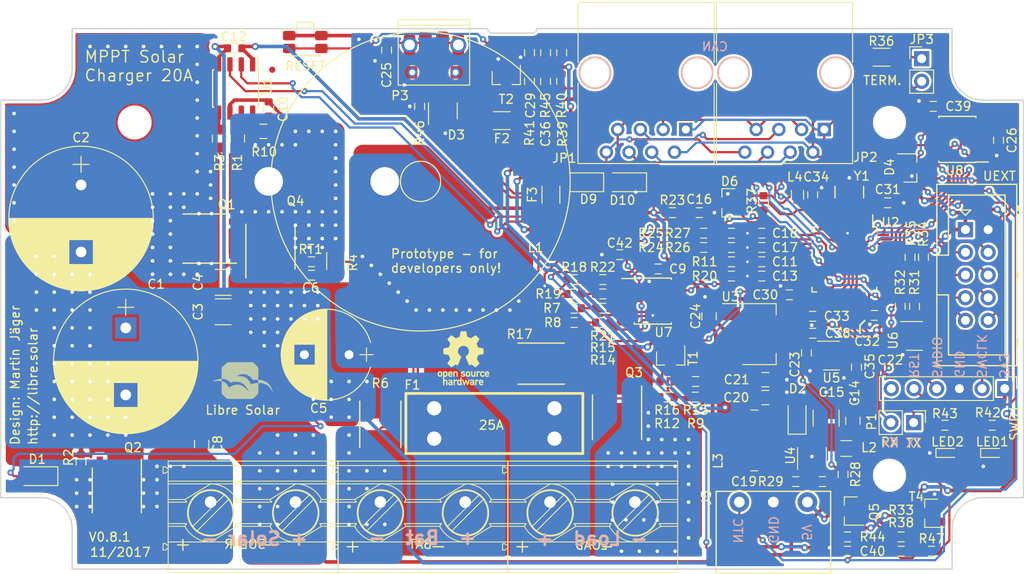
<source format=kicad_pcb>
(kicad_pcb (version 20170922) (host pcbnew "(2017-11-18 revision ff5ee05de)-makepkg")
  (title_block (title "MPPT Charger 20A") (date 2017-02-16) (rev 0.9) (company "Libre Solar") (comment 1 "Design: Martin Jäger") (comment 2 "Website: http://libre.solar"))
  (layers (0 Top signal) (31 Bottom signal) (34 B.Paste user hide) (35 F.Paste user hide) (36 B.SilkS user hide) (37 F.SilkS user) (38 B.Mask user) (39 F.Mask user hide) (44 Edge.Cuts user))
  (net 0 "")
  (net 1 GND)
  (net 2 +3V3)
  (net 3 +5V)
  (net 4 "Net-(C10-Pad1)")
  (net 5 "Net-(C19-Pad1)")
  (net 6 "Net-(C19-Pad2)")
  (net 7 "Net-(D1-Pad1)")
  (net 8 "/DCDC power stage/DCDC_IN")
  (net 9 "/DCDC power stage/SW_NODE")
  (net 10 "Net-(C15-Pad1)")
  (net 11 /MCU/~RESET)
  (net 12 "Net-(C34-Pad1)")
  (net 13 /MCU/BOOT0)
  (net 14 "Net-(D1-Pad2)")
  (net 15 "Net-(D3-Pad4)")
  (net 16 "Net-(D3-Pad6)")
  (net 17 /MCU/V_REF)
  (net 18 "/DCDC power stage/LOAD-")
  (net 19 "/Communication Interfaces/UEXT_TX")
  (net 20 "/Communication Interfaces/UEXT_RX")
  (net 21 /MCU/I2C1_SCL)
  (net 22 /MCU/I2C1_SDA)
  (net 23 /MCU/SPI1_MISO)
  (net 24 /MCU/SPI1_MOSI)
  (net 25 /MCU/SPI1_SCK)
  (net 26 /MCU/SSEL)
  (net 27 "/Communication Interfaces/CAN_H")
  (net 28 "/Communication Interfaces/CAN_L")
  (net 29 "/Communication Interfaces/CAN_GND")
  (net 30 "/Communication Interfaces/CAN_SHLD")
  (net 31 "/Communication Interfaces/CAN_V+")
  (net 32 "Net-(JP3-Pad1)")
  (net 33 "/DCDC power stage/HS_DRV")
  (net 34 "/DCDC power stage/LS_DRV")
  (net 35 "Net-(R15-Pad1)")
  (net 36 "Net-(R14-Pad2)")
  (net 37 "Net-(R12-Pad2)")
  (net 38 "Net-(R10-Pad2)")
  (net 39 "Net-(R11-Pad1)")
  (net 40 "Net-(R13-Pad1)")
  (net 41 "/DCDC power stage/~LOAD_EN")
  (net 42 "Net-(R18-Pad1)")
  (net 43 "Net-(R19-Pad1)")
  (net 44 "Net-(R20-Pad1)")
  (net 45 "Net-(R28-Pad2)")
  (net 46 "/Communication Interfaces/USB_DM")
  (net 47 "/Communication Interfaces/USB_DP")
  (net 48 "Net-(R41-Pad1)")
  (net 49 /MCU/LED1)
  (net 50 /MCU/LED2)
  (net 51 "Net-(R45-Pad2)")
  (net 52 "/DCDC power stage/PWM_LS")
  (net 53 "/DCDC power stage/PWM_HS")
  (net 54 /MCU/OSC_IN)
  (net 55 /MCU/OSC_OUT)
  (net 56 /MCU/USART1_TX)
  (net 57 /MCU/USART1_RX)
  (net 58 /MCU/SWDIO)
  (net 59 /MCU/SWCLK)
  (net 60 "/Communication Interfaces/CAN_STB")
  (net 61 "/Communication Interfaces/CAN_RX")
  (net 62 "/Communication Interfaces/CAN_TX")
  (net 63 "Net-(Q1-PadG)")
  (net 64 "Net-(Q3-PadG)")
  (net 65 "/DCDC power stage/SOLAR-")
  (net 66 "/DCDC power stage/BAT+")
  (net 67 "/DCDC power stage/BAT-")
  (net 68 "Net-(LED1-Pad2)")
  (net 69 "Net-(LED2-Pad2)")
  (net 70 /MCU/I_LOAD)
  (net 71 /MCU/I_DCDC)
  (net 72 "/Analog Frontend/TEMP_INT")
  (net 73 /MCU/V_SOLAR)
  (net 74 /MCU/V_BAT)
  (net 75 "/Analog Frontend/TEMP_BAT")
  (net 76 "/DCDC power stage/LOAD-SW")
  (net 77 "Net-(C35-Pad1)")
  (net 78 "Net-(D3-Pad5)")
  (net 79 "Net-(SWD1-Pad6)")
  (net 80 "Net-(U2-Pad3)")
  (net 81 "Net-(U2-Pad4)")
  (net 82 /MCU/I2C2_SDA)
  (net 83 /MCU/I2C2_SCL)
  (net 84 /MCU/DAC)
  (net 85 "/Communication Interfaces/RJ45_4")
  (net 86 "/Communication Interfaces/RJ45_5")
  (net 87 +10V)
  (net 88 "Net-(P3-Pad4)")
  (net 89 "/Communication Interfaces/5V_OUT")
  (net 90 "Net-(Q5-Pad1)")
  (net 91 "Net-(R47-Pad1)")
  (net 92 "Net-(R38-Pad2)")
  (net 93 "Net-(D9-Pad2)")
  (net 94 "/Communication Interfaces/5V_OUT_EN")
  (net 95 "Net-(C6-Pad1)")
  (net 96 "Net-(C25-Pad1)")
  (net 97 /DCDC_OUT)
  (module LibreSolar:5X6_MOSFET (layer Top) (at 167.5 120.5 180)
    (fp_text reference Q3 (at -1.9 4.5) (layer F.SilkS))
    (fp_text value CSD18540Q5B hide)
    (pad D smd rect (at 0 -0.3 270) (size 0.6 0.9) (layers Top F.Paste) (net 18 "/DCDC power stage/LOAD-"))
    (pad D smd rect (at 0.6 -3 180) (size 0.6 0.9) (layers Top F.Paste) (net 18 "/DCDC power stage/LOAD-"))
    (pad G smd rect (at 1.905 2.725 180) (size 0.7 1.15) (layers Top F.Paste F.Mask) (net 64 "Net-(Q3-PadG)"))
    (pad D smd rect (at 0 -0.45 180) (size 4.2 3.1) (layers Top F.Mask) (net 18 "/DCDC power stage/LOAD-"))
    (pad D smd rect (at 0 -2.75 180) (size 4.7 1.55) (layers Top F.Mask) (net 18 "/DCDC power stage/LOAD-"))
    (pad S smd rect (at 0.635 2.725 180) (size 0.7 1.15) (layers Top F.Paste F.Mask) (net 76 "/DCDC power stage/LOAD-SW"))
    (pad S smd rect (at -1.905 2.725 180) (size 0.7 1.15) (layers Top F.Paste F.Mask) (net 76 "/DCDC power stage/LOAD-SW"))
    (pad S smd rect (at -0.635 2.725 180) (size 0.7 1.15) (layers Top F.Paste F.Mask) (net 76 "/DCDC power stage/LOAD-SW"))
    (pad D smd rect (at -0.6 -3 180) (size 0.6 0.9) (layers Top F.Paste) (net 18 "/DCDC power stage/LOAD-"))
    (pad D smd rect (at 1.875 -3 180) (size 0.6 0.9) (layers Top F.Paste) (net 18 "/DCDC power stage/LOAD-"))
    (pad D smd rect (at -1.875 -3 180) (size 0.6 0.9) (layers Top F.Paste) (net 18 "/DCDC power stage/LOAD-"))
    (pad D smd rect (at 0 0.55 270) (size 0.6 0.9) (layers Top F.Paste) (net 18 "/DCDC power stage/LOAD-"))
    (pad D smd rect (at 0 -1.15 270) (size 0.6 0.9) (layers Top F.Paste) (net 18 "/DCDC power stage/LOAD-"))
    (pad D smd rect (at 1.15 -1.15 270) (size 0.6 0.9) (layers Top F.Paste) (net 18 "/DCDC power stage/LOAD-"))
    (pad D smd rect (at 1.15 0.55 270) (size 0.6 0.9) (layers Top F.Paste) (net 18 "/DCDC power stage/LOAD-"))
    (pad D smd rect (at 1.15 -0.3 270) (size 0.6 0.9) (layers Top F.Paste) (net 18 "/DCDC power stage/LOAD-"))
    (pad D smd rect (at -1.15 -1.15 270) (size 0.6 0.9) (layers Top F.Paste) (net 18 "/DCDC power stage/LOAD-"))
    (pad D smd rect (at -1.15 0.55 270) (size 0.6 0.9) (layers Top F.Paste) (net 18 "/DCDC power stage/LOAD-"))
    (pad D smd rect (at -1.15 -0.3 270) (size 0.6 0.9) (layers Top F.Paste) (net 18 "/DCDC power stage/LOAD-"))
  )
  (module LibreSolar:5X6_MOSFET (layer Top) (at 111.5 128.7 180)
    (fp_text reference Q2 (at -1.8 4.3) (layer F.SilkS))
    (fp_text value CSD18540Q5B hide)
    (pad D smd rect (at 0 -0.3 270) (size 0.6 0.9) (layers Top F.Paste) (net 65 "/DCDC power stage/SOLAR-"))
    (pad D smd rect (at 0.6 -3 180) (size 0.6 0.9) (layers Top F.Paste) (net 65 "/DCDC power stage/SOLAR-"))
    (pad G smd rect (at 1.905 2.725 180) (size 0.7 1.15) (layers Top F.Paste F.Mask) (net 7 "Net-(D1-Pad1)"))
    (pad D smd rect (at 0 -0.45 180) (size 4.2 3.1) (layers Top F.Mask) (net 65 "/DCDC power stage/SOLAR-"))
    (pad D smd rect (at 0 -2.75 180) (size 4.7 1.55) (layers Top F.Mask) (net 65 "/DCDC power stage/SOLAR-"))
    (pad S smd rect (at 0.635 2.725 180) (size 0.7 1.15) (layers Top F.Paste F.Mask) (net 1 GND))
    (pad S smd rect (at -1.905 2.725 180) (size 0.7 1.15) (layers Top F.Paste F.Mask) (net 1 GND))
    (pad S smd rect (at -0.635 2.725 180) (size 0.7 1.15) (layers Top F.Paste F.Mask) (net 1 GND))
    (pad D smd rect (at -0.6 -3 180) (size 0.6 0.9) (layers Top F.Paste) (net 65 "/DCDC power stage/SOLAR-"))
    (pad D smd rect (at 1.875 -3 180) (size 0.6 0.9) (layers Top F.Paste) (net 65 "/DCDC power stage/SOLAR-"))
    (pad D smd rect (at -1.875 -3 180) (size 0.6 0.9) (layers Top F.Paste) (net 65 "/DCDC power stage/SOLAR-"))
    (pad D smd rect (at 0 0.55 270) (size 0.6 0.9) (layers Top F.Paste) (net 65 "/DCDC power stage/SOLAR-"))
    (pad D smd rect (at 0 -1.15 270) (size 0.6 0.9) (layers Top F.Paste) (net 65 "/DCDC power stage/SOLAR-"))
    (pad D smd rect (at 1.15 -1.15 270) (size 0.6 0.9) (layers Top F.Paste) (net 65 "/DCDC power stage/SOLAR-"))
    (pad D smd rect (at 1.15 0.55 270) (size 0.6 0.9) (layers Top F.Paste) (net 65 "/DCDC power stage/SOLAR-"))
    (pad D smd rect (at 1.15 -0.3 270) (size 0.6 0.9) (layers Top F.Paste) (net 65 "/DCDC power stage/SOLAR-"))
    (pad D smd rect (at -1.15 -1.15 270) (size 0.6 0.9) (layers Top F.Paste) (net 65 "/DCDC power stage/SOLAR-"))
    (pad D smd rect (at -1.15 0.55 270) (size 0.6 0.9) (layers Top F.Paste) (net 65 "/DCDC power stage/SOLAR-"))
    (pad D smd rect (at -1.15 -0.3 270) (size 0.6 0.9) (layers Top F.Paste) (net 65 "/DCDC power stage/SOLAR-"))
  )
  (module LibreSolar:5X6_MOSFET (layer Top) (at 121.9 101 90)
    (fp_text reference Q1 (at 3.8 1.9) (layer F.SilkS))
    (fp_text value CSD18540Q5B hide)
    (pad D smd rect (at 0 -0.3 180) (size 0.6 0.9) (layers Top F.Paste) (net 8 "/DCDC power stage/DCDC_IN"))
    (pad D smd rect (at 0.6 -3 90) (size 0.6 0.9) (layers Top F.Paste) (net 8 "/DCDC power stage/DCDC_IN"))
    (pad G smd rect (at 1.905 2.725 90) (size 0.7 1.15) (layers Top F.Paste F.Mask) (net 63 "Net-(Q1-PadG)"))
    (pad D smd rect (at 0 -0.45 90) (size 4.2 3.1) (layers Top F.Mask) (net 8 "/DCDC power stage/DCDC_IN"))
    (pad D smd rect (at 0 -2.75 90) (size 4.7 1.55) (layers Top F.Mask) (net 8 "/DCDC power stage/DCDC_IN"))
    (pad S smd rect (at 0.635 2.725 90) (size 0.7 1.15) (layers Top F.Paste F.Mask) (net 9 "/DCDC power stage/SW_NODE"))
    (pad S smd rect (at -1.905 2.725 90) (size 0.7 1.15) (layers Top F.Paste F.Mask) (net 9 "/DCDC power stage/SW_NODE"))
    (pad S smd rect (at -0.635 2.725 90) (size 0.7 1.15) (layers Top F.Paste F.Mask) (net 9 "/DCDC power stage/SW_NODE"))
    (pad D smd rect (at -0.6 -3 90) (size 0.6 0.9) (layers Top F.Paste) (net 8 "/DCDC power stage/DCDC_IN"))
    (pad D smd rect (at 1.875 -3 90) (size 0.6 0.9) (layers Top F.Paste) (net 8 "/DCDC power stage/DCDC_IN"))
    (pad D smd rect (at -1.875 -3 90) (size 0.6 0.9) (layers Top F.Paste) (net 8 "/DCDC power stage/DCDC_IN"))
    (pad D smd rect (at 0 0.55 180) (size 0.6 0.9) (layers Top F.Paste) (net 8 "/DCDC power stage/DCDC_IN"))
    (pad D smd rect (at 0 -1.15 180) (size 0.6 0.9) (layers Top F.Paste) (net 8 "/DCDC power stage/DCDC_IN"))
    (pad D smd rect (at 1.15 -1.15 180) (size 0.6 0.9) (layers Top F.Paste) (net 8 "/DCDC power stage/DCDC_IN"))
    (pad D smd rect (at 1.15 0.55 180) (size 0.6 0.9) (layers Top F.Paste) (net 8 "/DCDC power stage/DCDC_IN"))
    (pad D smd rect (at 1.15 -0.3 180) (size 0.6 0.9) (layers Top F.Paste) (net 8 "/DCDC power stage/DCDC_IN"))
    (pad D smd rect (at -1.15 -1.15 180) (size 0.6 0.9) (layers Top F.Paste) (net 8 "/DCDC power stage/DCDC_IN"))
    (pad D smd rect (at -1.15 0.55 180) (size 0.6 0.9) (layers Top F.Paste) (net 8 "/DCDC power stage/DCDC_IN"))
    (pad D smd rect (at -1.15 -0.3 180) (size 0.6 0.9) (layers Top F.Paste) (net 8 "/DCDC power stage/DCDC_IN"))
  )
  (module LibreSolar:5X6_MOSFET (layer Top) (at 128.7 102.4)
    (fp_text reference Q4 (at 2.8 -5.6) (layer F.SilkS))
    (fp_text value CSD18540Q5B hide)
    (pad D smd rect (at 0 -0.3 90) (size 0.6 0.9) (layers Top F.Paste) (net 9 "/DCDC power stage/SW_NODE"))
    (pad D smd rect (at 0.6 -3) (size 0.6 0.9) (layers Top F.Paste) (net 9 "/DCDC power stage/SW_NODE"))
    (pad G smd rect (at 1.905 2.725) (size 0.7 1.15) (layers Top F.Paste F.Mask) (net 14 "Net-(D1-Pad2)"))
    (pad D smd rect (at 0 -0.45) (size 4.2 3.1) (layers Top F.Mask) (net 9 "/DCDC power stage/SW_NODE"))
    (pad D smd rect (at 0 -2.75) (size 4.7 1.55) (layers Top F.Mask) (net 9 "/DCDC power stage/SW_NODE"))
    (pad S smd rect (at 0.635 2.725) (size 0.7 1.15) (layers Top F.Paste F.Mask) (net 1 GND))
    (pad S smd rect (at -1.905 2.725) (size 0.7 1.15) (layers Top F.Paste F.Mask) (net 1 GND))
    (pad S smd rect (at -0.635 2.725) (size 0.7 1.15) (layers Top F.Paste F.Mask) (net 1 GND))
    (pad D smd rect (at -0.6 -3) (size 0.6 0.9) (layers Top F.Paste) (net 9 "/DCDC power stage/SW_NODE"))
    (pad D smd rect (at 1.875 -3) (size 0.6 0.9) (layers Top F.Paste) (net 9 "/DCDC power stage/SW_NODE"))
    (pad D smd rect (at -1.875 -3) (size 0.6 0.9) (layers Top F.Paste) (net 9 "/DCDC power stage/SW_NODE"))
    (pad D smd rect (at 0 0.55 90) (size 0.6 0.9) (layers Top F.Paste) (net 9 "/DCDC power stage/SW_NODE"))
    (pad D smd rect (at 0 -1.15 90) (size 0.6 0.9) (layers Top F.Paste) (net 9 "/DCDC power stage/SW_NODE"))
    (pad D smd rect (at 1.15 -1.15 90) (size 0.6 0.9) (layers Top F.Paste) (net 9 "/DCDC power stage/SW_NODE"))
    (pad D smd rect (at 1.15 0.55 90) (size 0.6 0.9) (layers Top F.Paste) (net 9 "/DCDC power stage/SW_NODE"))
    (pad D smd rect (at 1.15 -0.3 90) (size 0.6 0.9) (layers Top F.Paste) (net 9 "/DCDC power stage/SW_NODE"))
    (pad D smd rect (at -1.15 -1.15 90) (size 0.6 0.9) (layers Top F.Paste) (net 9 "/DCDC power stage/SW_NODE"))
    (pad D smd rect (at -1.15 0.55 90) (size 0.6 0.9) (layers Top F.Paste) (net 9 "/DCDC power stage/SW_NODE"))
    (pad D smd rect (at -1.15 -0.3 90) (size 0.6 0.9) (layers Top F.Paste) (net 9 "/DCDC power stage/SW_NODE"))
  )
  (module LibreSolar:L-FERYSTER-DTMSS-27 (layer Top) (at 145.5 94.6)
    (fp_text reference L1 (at 11.9 8) (layer F.SilkS) (effects (justify left bottom)))
    (fp_text value 22uH hide)
    (pad 1 thru_hole circle (at -17 0 90) (size 5.5 5.5) (drill 3.2) (layers *.Cu *.Mask) (net 9 "/DCDC power stage/SW_NODE"))
    (pad 2 thru_hole circle (at -4 0 90) (size 5.5 5.5) (drill 3.2) (layers *.Cu *.Mask) (net 97 /DCDC_OUT))
  )
  (module LibreSolar:SOIC-8_3.9x4.9mm_Pitch1.27mm (layer Top) (at 171.5 108)
    (fp_text reference U7 (at 1.2 3.5) (layer F.SilkS))
    (fp_text value LM258)
    (pad 8 smd roundrect (at 2.7 -1.905) (size 1.6 0.6) (layers Top F.Paste F.Mask) (roundrect_rratio 0.2) (net 3 +5V))
    (pad 7 smd roundrect (at 2.7 -0.635) (size 1.6 0.6) (layers Top F.Paste F.Mask) (roundrect_rratio 0.2) (net 39 "Net-(R11-Pad1)"))
    (pad 6 smd roundrect (at 2.7 0.635) (size 1.6 0.6) (layers Top F.Paste F.Mask) (roundrect_rratio 0.2) (net 35 "Net-(R15-Pad1)"))
    (pad 5 smd roundrect (at 2.7 1.905) (size 1.6 0.6) (layers Top F.Paste F.Mask) (roundrect_rratio 0.2) (net 36 "Net-(R14-Pad2)"))
    (pad 4 smd roundrect (at -2.7 1.905) (size 1.6 0.6) (layers Top F.Paste F.Mask) (roundrect_rratio 0.2) (net 1 GND))
    (pad 3 smd roundrect (at -2.7 0.635) (size 1.6 0.6) (layers Top F.Paste F.Mask) (roundrect_rratio 0.2) (net 43 "Net-(R19-Pad1)"))
    (pad 2 smd roundrect (at -2.7 -0.635) (size 1.6 0.6) (layers Top F.Paste F.Mask) (roundrect_rratio 0.2) (net 42 "Net-(R18-Pad1)"))
    (pad 1 smd roundrect (at -2.7 -1.905) (size 1.6 0.6) (layers Top F.Paste F.Mask) (roundrect_rratio 0.2) (net 44 "Net-(R20-Pad1)"))
  )
  (module LibreSolar:C_1210_3225 (layer Top) (at 123.4 105.9)
    (fp_text reference C4 (at -2.8 0 90) (layer F.SilkS))
    (fp_text value 4.7u)
    (pad 1 smd roundrect (at -1.5 0) (size 1.1 2.7) (layers Top F.Paste F.Mask) (roundrect_rratio 0.2) (net 8 "/DCDC power stage/DCDC_IN"))
    (pad 2 smd roundrect (at 1.5 0) (size 1.1 2.7) (layers Top F.Paste F.Mask) (roundrect_rratio 0.2) (net 1 GND))
  )
  (module LibreSolar:SOIC-8_3.9x4.9mm_Pitch1.27mm (layer Top) (at 124.8 84.2 270)
    (fp_text reference U1 (at -0.3 -3.5 90) (layer F.SilkS))
    (fp_text value LM5107)
    (pad 1 smd roundrect (at -2.7 -1.905 270) (size 1.6 0.6) (layers Top F.Paste F.Mask) (roundrect_rratio 0.2) (net 87 +10V))
    (pad 2 smd roundrect (at -2.7 -0.635 270) (size 1.6 0.6) (layers Top F.Paste F.Mask) (roundrect_rratio 0.2) (net 53 "/DCDC power stage/PWM_HS"))
    (pad 3 smd roundrect (at -2.7 0.635 270) (size 1.6 0.6) (layers Top F.Paste F.Mask) (roundrect_rratio 0.2) (net 52 "/DCDC power stage/PWM_LS"))
    (pad 4 smd roundrect (at -2.7 1.905 270) (size 1.6 0.6) (layers Top F.Paste F.Mask) (roundrect_rratio 0.2) (net 1 GND))
    (pad 5 smd roundrect (at 2.7 1.905 270) (size 1.6 0.6) (layers Top F.Paste F.Mask) (roundrect_rratio 0.2) (net 34 "/DCDC power stage/LS_DRV"))
    (pad 6 smd roundrect (at 2.7 0.635 270) (size 1.6 0.6) (layers Top F.Paste F.Mask) (roundrect_rratio 0.2) (net 9 "/DCDC power stage/SW_NODE"))
    (pad 7 smd roundrect (at 2.7 -0.635 270) (size 1.6 0.6) (layers Top F.Paste F.Mask) (roundrect_rratio 0.2) (net 33 "/DCDC power stage/HS_DRV"))
    (pad 8 smd roundrect (at 2.7 -1.905 270) (size 1.6 0.6) (layers Top F.Paste F.Mask) (roundrect_rratio 0.2) (net 38 "Net-(R10-Pad2)"))
  )
  (module LibreSolar:Fiducial_0.7mm (layer Top) (at 210.2 127.1)
    (fp_text reference REF** hide)
    (fp_text value Fiducial_0.7mm)
    (pad ~ smd circle (at 0 0) (size 0.7 0.7) (layers Top F.Mask) (clearance 0.7))
  )
  (module LibreSolar:Fiducial_0.7mm (layer Top) (at 128.9 82.1)
    (fp_text reference REF** hide)
    (fp_text value Fiducial_0.7mm)
    (pad ~ smd circle (at 0 0) (size 0.7 0.7) (layers Top F.Mask) (clearance 0.7))
  )
  (module LibreSolar:Fiducial_0.7mm (layer Top) (at 188 81.2)
    (fp_text reference REF** hide)
    (fp_text value Fiducial_0.7mm)
    (pad ~ smd circle (at 0 0) (size 0.7 0.7) (layers Top F.Mask) (clearance 0.7))
  )
  (module LibreSolar:SOIC-8_3.9x4.9mm_Pitch1.27mm (layer Top) (at 205.6 89.9 180)
    (fp_text reference U8 (at 0.3 -3.5) (layer F.SilkS))
    (fp_text value TJA1042T/3)
    (pad 1 smd roundrect (at -2.7 -1.905 180) (size 1.6 0.6) (layers Top F.Paste F.Mask) (roundrect_rratio 0.2) (net 62 "/Communication Interfaces/CAN_TX"))
    (pad 2 smd roundrect (at -2.7 -0.635 180) (size 1.6 0.6) (layers Top F.Paste F.Mask) (roundrect_rratio 0.2) (net 1 GND))
    (pad 3 smd roundrect (at -2.7 0.635 180) (size 1.6 0.6) (layers Top F.Paste F.Mask) (roundrect_rratio 0.2) (net 3 +5V))
    (pad 4 smd roundrect (at -2.7 1.905 180) (size 1.6 0.6) (layers Top F.Paste F.Mask) (roundrect_rratio 0.2) (net 61 "/Communication Interfaces/CAN_RX"))
    (pad 5 smd roundrect (at 2.7 1.905 180) (size 1.6 0.6) (layers Top F.Paste F.Mask) (roundrect_rratio 0.2) (net 2 +3V3))
    (pad 6 smd roundrect (at 2.7 0.635 180) (size 1.6 0.6) (layers Top F.Paste F.Mask) (roundrect_rratio 0.2) (net 28 "/Communication Interfaces/CAN_L"))
    (pad 7 smd roundrect (at 2.7 -0.635 180) (size 1.6 0.6) (layers Top F.Paste F.Mask) (roundrect_rratio 0.2) (net 27 "/Communication Interfaces/CAN_H"))
    (pad 8 smd roundrect (at 2.7 -1.905 180) (size 1.6 0.6) (layers Top F.Paste F.Mask) (roundrect_rratio 0.2) (net 60 "/Communication Interfaces/CAN_STB"))
  )
  (module LibreSolar:SOT-23-6 (layer Top) (at 148 86.7 90)
    (fp_text reference D3 (at -2.7 1.5) (layer F.SilkS))
    (fp_text value USBLC6-2SC6)
    (pad 5 smd roundrect (at 1.1 0 90) (size 1.1 0.65) (layers Top F.Paste F.Mask) (roundrect_rratio 0.2) (net 78 "Net-(D3-Pad5)"))
    (pad 6 smd roundrect (at 1.1 -0.95 90) (size 1.1 0.65) (layers Top F.Paste F.Mask) (roundrect_rratio 0.2) (net 16 "Net-(D3-Pad6)"))
    (pad 4 smd roundrect (at 1.1 0.95 90) (size 1.1 0.65) (layers Top F.Paste F.Mask) (roundrect_rratio 0.2) (net 15 "Net-(D3-Pad4)"))
    (pad 3 smd roundrect (at -1.1 0.95 90) (size 1.1 0.65) (layers Top F.Paste F.Mask) (roundrect_rratio 0.2) (net 46 "/Communication Interfaces/USB_DM"))
    (pad 2 smd roundrect (at -1.1 0 90) (size 1.1 0.65) (layers Top F.Paste F.Mask) (roundrect_rratio 0.2) (net 1 GND))
    (pad 1 smd roundrect (at -1.1 -0.95 90) (size 1.1 0.65) (layers Top F.Paste F.Mask) (roundrect_rratio 0.2) (net 47 "/Communication Interfaces/USB_DP"))
  )
  (module LibreSolar:SOT-23-6 (layer Top) (at 189.315391 125.292647 90)
    (fp_text reference U4 (at 0 -2.415391 90) (layer F.SilkS))
    (fp_text value LMR16006X)
    (pad 5 smd roundrect (at 1.1 0 90) (size 1.1 0.65) (layers Top F.Paste F.Mask) (roundrect_rratio 0.2) (net 10 "Net-(C15-Pad1)"))
    (pad 6 smd roundrect (at 1.1 -0.95 90) (size 1.1 0.65) (layers Top F.Paste F.Mask) (roundrect_rratio 0.2) (net 6 "Net-(C19-Pad2)"))
    (pad 4 smd roundrect (at 1.1 0.95 90) (size 1.1 0.65) (layers Top F.Paste F.Mask) (roundrect_rratio 0.2) (net 10 "Net-(C15-Pad1)"))
    (pad 3 smd roundrect (at -1.1 0.95 90) (size 1.1 0.65) (layers Top F.Paste F.Mask) (roundrect_rratio 0.2) (net 45 "Net-(R28-Pad2)"))
    (pad 2 smd roundrect (at -1.1 0 90) (size 1.1 0.65) (layers Top F.Paste F.Mask) (roundrect_rratio 0.2) (net 1 GND))
    (pad 1 smd roundrect (at -1.1 -0.95 90) (size 1.1 0.65) (layers Top F.Paste F.Mask) (roundrect_rratio 0.2) (net 5 "Net-(C19-Pad1)"))
  )
  (module LibreSolar:Resonator_Murata_CSTCE_G (layer Top) (at 193.5 95.8 180)
    (fp_text reference Y1 (at -1.4 1.8) (layer F.SilkS))
    (fp_text value 8MHz)
    (pad 2 smd roundrect (at 0 0 180) (size 0.4 2.1) (layers Top F.Paste F.Mask) (roundrect_rratio 0.2) (net 1 GND))
    (pad 3 smd roundrect (at 1.2 0 180) (size 0.4 2.1) (layers Top F.Paste F.Mask) (roundrect_rratio 0.2) (net 55 /MCU/OSC_OUT))
    (pad 1 smd roundrect (at -1.2 0 180) (size 0.4 2.1) (layers Top F.Paste F.Mask) (roundrect_rratio 0.2) (net 54 /MCU/OSC_IN))
  )
  (module LEDs:LED_0603 (layer Top) (at 209.5 125)
    (fp_text reference LED1 (at 0 -1.25) (layer F.SilkS))
    (fp_text value LED)
    (pad 2 smd rect (at 0.8 0 180) (size 0.8 0.8) (layers Top F.Paste F.Mask) (net 68 "Net-(LED1-Pad2)"))
    (pad 1 smd rect (at -0.8 0 180) (size 0.8 0.8) (layers Top F.Paste F.Mask) (net 1 GND))
  )
  (module LEDs:LED_0603 (layer Top) (at 204.5 125)
    (fp_text reference LED2 (at 0 -1.25) (layer F.SilkS))
    (fp_text value LED)
    (pad 1 smd rect (at -0.8 0 180) (size 0.8 0.8) (layers Top F.Paste F.Mask) (net 1 GND))
    (pad 2 smd rect (at 0.8 0 180) (size 0.8 0.8) (layers Top F.Paste F.Mask) (net 69 "Net-(LED2-Pad2)"))
  )
  (module LibreSolar:C_1210_3225 (layer Top) (at 190.9 121.1 90)
    (fp_text reference C15 (at 2.892647 0.6) (layer F.SilkS))
    (fp_text value 4.7u)
    (pad 2 smd roundrect (at 1.5 0 90) (size 1.1 2.7) (layers Top F.Paste F.Mask) (roundrect_rratio 0.2) (net 1 GND))
    (pad 1 smd roundrect (at -1.5 0 90) (size 1.1 2.7) (layers Top F.Paste F.Mask) (roundrect_rratio 0.2) (net 10 "Net-(C15-Pad1)"))
  )
  (module LibreSolar:SW_SPST_EVQP7A (layer Top) (at 132.6 79 180)
    (fp_text reference SW1 hide)
    (fp_text value SW_PUSH)
    (pad 1 smd roundrect (at 1.8 -0.72 180) (size 1.4 1.05) (layers Top F.Paste F.Mask) (roundrect_rratio 0.2) (net 11 /MCU/~RESET))
    (pad 1 smd roundrect (at -1.8 -0.72 180) (size 1.4 1.05) (layers Top F.Paste F.Mask) (roundrect_rratio 0.2) (net 11 /MCU/~RESET))
    (pad 2 smd roundrect (at 1.8 0.72 180) (size 1.4 1.05) (layers Top F.Paste F.Mask) (roundrect_rratio 0.2) (net 1 GND))
    (pad 2 smd roundrect (at -1.8 0.72 180) (size 1.4 1.05) (layers Top F.Paste F.Mask) (roundrect_rratio 0.2) (net 1 GND))
  )
  (module LibreSolar:SOT-23 (layer Top) (at 200.3 93.1)
    (fp_text reference D4 (at -2.3 -0.1 90) (layer F.SilkS))
    (fp_text value NUP2105L)
    (pad 1 smd roundrect (at -1.05 -0.95) (size 1 0.9) (layers Top F.Paste F.Mask) (roundrect_rratio 0.2) (net 27 "/Communication Interfaces/CAN_H"))
    (pad 2 smd roundrect (at -1.05 0.95) (size 1 0.9) (layers Top F.Paste F.Mask) (roundrect_rratio 0.2) (net 28 "/Communication Interfaces/CAN_L"))
    (pad 3 smd roundrect (at 1.05 0) (size 1 0.9) (layers Top F.Paste F.Mask) (roundrect_rratio 0.2) (net 1 GND))
  )
  (module LibreSolar:D_SOD-123 (layer Top) (at 102.6 127.6 180)
    (fp_text reference D1 (at 0 1.9) (layer F.SilkS))
    (fp_text value 1N4148)
    (pad 1 smd roundrect (at -1.65 0 180) (size 1 1.2) (layers Top F.Paste F.Mask) (roundrect_rratio 0.2) (net 7 "Net-(D1-Pad1)"))
    (pad 2 smd roundrect (at 1.65 0 180) (size 1 1.2) (layers Top F.Paste F.Mask) (roundrect_rratio 0.2) (net 14 "Net-(D1-Pad2)"))
  )
  (module LibreSolar:D_SOD-123 (layer Top) (at 163.7 94.7 180)
    (fp_text reference D9 (at -0.6 -1.9) (layer F.SilkS))
    (fp_text value 1N4148)
    (pad 1 smd roundrect (at -1.65 0 180) (size 1 1.2) (layers Top F.Paste F.Mask) (roundrect_rratio 0.2) (net 31 "/Communication Interfaces/CAN_V+"))
    (pad 2 smd roundrect (at 1.65 0 180) (size 1 1.2) (layers Top F.Paste F.Mask) (roundrect_rratio 0.2) (net 93 "Net-(D9-Pad2)"))
  )
  (module LibreSolar:D_SOD-123 (layer Top) (at 168.5 94.7 180)
    (fp_text reference D10 (at 0.4 -2) (layer F.SilkS))
    (fp_text value 1N4148)
    (pad 1 smd roundrect (at -1.65 0 180) (size 1 1.2) (layers Top F.Paste F.Mask) (roundrect_rratio 0.2) (net 1 GND))
    (pad 2 smd roundrect (at 1.65 0 180) (size 1 1.2) (layers Top F.Paste F.Mask) (roundrect_rratio 0.2) (net 29 "/Communication Interfaces/CAN_GND"))
  )
  (module LibreSolar:R_0603_1608 (layer Top) (at 200.8 108.6 270)
    (fp_text reference R31 (at -2.7 0 90) (layer F.SilkS))
    (fp_text value 2.2k)
    (pad 2 smd roundrect (at 0.8 0 270) (size 0.8 0.9) (layers Top F.Paste F.Mask) (roundrect_rratio 0.2) (net 2 +3V3))
    (pad 1 smd roundrect (at -0.8 0 270) (size 0.8 0.9) (layers Top F.Paste F.Mask) (roundrect_rratio 0.2) (net 83 /MCU/I2C2_SCL))
  )
  (module LibreSolar:C_0603_1608 (layer Top) (at 167.8 102.8 180)
    (fp_text reference C42 (at 0 1.3) (layer F.SilkS))
    (fp_text value 100n)
    (pad 2 smd roundrect (at 0.8 0 180) (size 0.8 0.9) (layers Top F.Paste F.Mask) (roundrect_rratio 0.2) (net 1 GND))
    (pad 1 smd roundrect (at -0.8 0 180) (size 0.8 0.9) (layers Top F.Paste F.Mask) (roundrect_rratio 0.2) (net 84 /MCU/DAC))
  )
  (module Diodes_SMD:D_PowerDI-123 (layer Top) (at 187.652468 120.698646 90)
    (fp_text reference D2 (at 2.898646 0.047532) (layer F.SilkS))
    (fp_text value SS16FP)
    (pad 1 smd rect (at -0.85 0 270) (size 2.4 1.5) (layers Top F.Paste F.Mask) (net 6 "Net-(C19-Pad2)"))
    (pad 2 smd rect (at 1.525 0 270) (size 1.05 1.5) (layers Top F.Paste F.Mask) (net 1 GND))
  )
  (module LibreSolar:L_Wuerth_WE-TPC-58xx (layer Top) (at 182.852468 123.598646 180)
    (fp_text reference L3 (at 4.052468 -2.301354 90) (layer F.SilkS))
    (fp_text value 47uH)
    (pad 1 smd rect (at -2.05 0 180) (size 2.2 6.3) (layers Top F.Paste F.Mask) (net 6 "Net-(C19-Pad2)"))
    (pad 2 smd rect (at 2.05 0 180) (size 2.2 6.3) (layers Top F.Paste F.Mask) (net 87 +10V))
  )
  (module LibreSolar:Box_Header_2x05x2.54mm_Straight (layer Top) (at 206.5 100 270)
    (fp_text reference J4 hide)
    (fp_text value UEXT)
    (pad 1 thru_hole rect (at 0 0 270) (size 1.7 1.7) (drill 1) (layers *.Cu *.Mask) (net 2 +3V3))
    (pad 2 thru_hole circle (at 0 -2.54 270) (size 1.7 1.7) (drill 1) (layers *.Cu *.Mask) (net 1 GND))
    (pad 3 thru_hole circle (at 2.54 0 270) (size 1.7 1.7) (drill 1) (layers *.Cu *.Mask) (net 19 "/Communication Interfaces/UEXT_TX"))
    (pad 4 thru_hole circle (at 2.54 -2.54 270) (size 1.7 1.7) (drill 1) (layers *.Cu *.Mask) (net 20 "/Communication Interfaces/UEXT_RX"))
    (pad 5 thru_hole circle (at 5.08 0 270) (size 1.7 1.7) (drill 1) (layers *.Cu *.Mask) (net 21 /MCU/I2C1_SCL))
    (pad 6 thru_hole circle (at 5.08 -2.54 270) (size 1.7 1.7) (drill 1) (layers *.Cu *.Mask) (net 22 /MCU/I2C1_SDA))
    (pad 7 thru_hole circle (at 7.62 0 270) (size 1.7 1.7) (drill 1) (layers *.Cu *.Mask) (net 23 /MCU/SPI1_MISO))
    (pad 8 thru_hole circle (at 7.62 -2.54 270) (size 1.7 1.7) (drill 1) (layers *.Cu *.Mask) (net 24 /MCU/SPI1_MOSI))
    (pad 9 thru_hole circle (at 10.16 0 270) (size 1.7 1.7) (drill 1) (layers *.Cu *.Mask) (net 25 /MCU/SPI1_SCK))
    (pad 10 thru_hole circle (at 10.16 -2.54 270) (size 1.7 1.7) (drill 1) (layers *.Cu *.Mask) (net 26 /MCU/SSEL))
  )
  (module Mounting_Holes:MountingHole_3.2mm_M3 (layer Top) (at 113.5 88)
    (fp_text reference MK1 hide)
    (fp_text value Mounting_Hole)
    (pad 1 np_thru_hole circle (at 0 0) (size 3.2 3.2) (drill 3.2) (layers *.Cu *.Mask))
  )
  (module LibreSolar:C_0603_1608 (layer Top) (at 183.7 103.6 180)
    (fp_text reference C11 (at -2.6 0) (layer F.SilkS))
    (fp_text value 100n)
    (pad 2 smd roundrect (at 0.8 0 180) (size 0.8 0.9) (layers Top F.Paste F.Mask) (roundrect_rratio 0.2) (net 1 GND))
    (pad 1 smd roundrect (at -0.8 0 180) (size 0.8 0.9) (layers Top F.Paste F.Mask) (roundrect_rratio 0.2) (net 70 /MCU/I_LOAD))
  )
  (module LibreSolar:Phoenix_Contact_MKDS_5-2-952 (layer Top) (at 122 130.5)
    (fp_text reference J1 hide)
    (fp_text value SOLAR (at 6.3 5.3) (layer F.SilkS) (effects (justify left bottom mirror)))
    (pad 2 thru_hole circle (at 9.5 0) (size 2.5 2.5) (drill 1.3) (layers *.Cu *.Mask) (net 8 "/DCDC power stage/DCDC_IN"))
    (pad 1 thru_hole circle (at 0 0) (size 2.5 2.5) (drill 1.3) (layers *.Cu *.Mask) (net 65 "/DCDC power stage/SOLAR-"))
  )
  (module Capacitors_THT:CP_Radial_D10.0mm_P5.00mm (layer Top) (at 137.5 114 180)
    (fp_text reference C5 (at 3.4 -6) (layer F.SilkS))
    (fp_text value 820u)
    (pad 1 thru_hole rect (at 0 0 180) (size 2 2) (drill 1) (layers *.Cu *.Mask) (net 97 /DCDC_OUT))
    (pad 2 thru_hole circle (at 5 0 180) (size 2 2) (drill 1) (layers *.Cu *.Mask) (net 1 GND))
  )
  (module LibreSolar:R_Bourns_CRE2512 (layer Top) (at 141 121.8 270)
    (fp_text reference R6 (at -4.6 0) (layer F.SilkS))
    (fp_text value 2m)
    (pad 2 smd rect (at 2.2 0 270) (size 3.1 4) (layers Top F.Paste F.Mask) (net 67 "/DCDC power stage/BAT-"))
    (pad 1 smd rect (at -2.2 0 270) (size 3.1 4) (layers Top F.Paste F.Mask) (net 1 GND))
  )
  (module LibreSolar:R_0805_2012 (layer Top) (at 127.9 89 180)
    (fp_text reference R10 (at -0.1 -2.3) (layer F.SilkS))
    (fp_text value 3.3)
    (pad 2 smd roundrect (at 1 0 180) (size 1.1 1.4) (layers Top F.Paste F.Mask) (roundrect_rratio 0.2) (net 38 "Net-(R10-Pad2)"))
    (pad 1 smd roundrect (at -1 0 180) (size 1.1 1.4) (layers Top F.Paste F.Mask) (roundrect_rratio 0.2) (net 4 "Net-(C10-Pad1)"))
  )
  (module LibreSolar:SOT-23 (layer Top) (at 193.7 131.5 180)
    (fp_text reference Q5 (at -2.6 -0.1 90) (layer F.SilkS))
    (fp_text value BSS84)
    (pad 1 smd roundrect (at -1.05 -0.95 180) (size 1 0.9) (layers Top F.Paste F.Mask) (roundrect_rratio 0.2) (net 90 "Net-(Q5-Pad1)"))
    (pad 2 smd roundrect (at -1.05 0.95 180) (size 1 0.9) (layers Top F.Paste F.Mask) (roundrect_rratio 0.2) (net 3 +5V))
    (pad 3 smd roundrect (at 1.05 0 180) (size 1 0.9) (layers Top F.Paste F.Mask) (roundrect_rratio 0.2) (net 89 "/Communication Interfaces/5V_OUT"))
  )
  (module LibreSolar:SOT-23 (layer Top) (at 202.7 131.75 180)
    (fp_text reference T4 (at 1.7 1.85) (layer F.SilkS))
    (fp_text value MMBT3904)
    (pad 1 smd roundrect (at -1.05 -0.95 180) (size 1 0.9) (layers Top F.Paste F.Mask) (roundrect_rratio 0.2) (net 91 "Net-(R47-Pad1)"))
    (pad 2 smd roundrect (at -1.05 0.95 180) (size 1 0.9) (layers Top F.Paste F.Mask) (roundrect_rratio 0.2) (net 1 GND))
    (pad 3 smd roundrect (at 1.05 0 180) (size 1 0.9) (layers Top F.Paste F.Mask) (roundrect_rratio 0.2) (net 92 "Net-(R38-Pad2)"))
  )
  (module LibreSolar:R_1206_3216 (layer Top) (at 160.1 96.1 270)
    (fp_text reference F3 (at 0 2.1 90) (layer F.SilkS))
    (fp_text value 200mA)
    (pad 2 smd roundrect (at 1.5 0 270) (size 1 1.8) (layers Top F.Paste F.Mask) (roundrect_rratio 0.2) (net 97 /DCDC_OUT))
    (pad 1 smd roundrect (at -1.5 0 270) (size 1 1.8) (layers Top F.Paste F.Mask) (roundrect_rratio 0.2) (net 93 "Net-(D9-Pad2)"))
  )
  (module LibreSolar:R_0603_1608 (layer Top) (at 199.3 134.4)
    (fp_text reference R33 (at 0 -3) (layer F.SilkS))
    (fp_text value 100k)
    (pad 2 smd roundrect (at 0.8 0) (size 0.8 0.9) (layers Top F.Paste F.Mask) (roundrect_rratio 0.2) (net 90 "Net-(Q5-Pad1)"))
    (pad 1 smd roundrect (at -0.8 0) (size 0.8 0.9) (layers Top F.Paste F.Mask) (roundrect_rratio 0.2) (net 3 +5V))
  )
  (module LibreSolar:R_0603_1608 (layer Top) (at 199.3 136 180)
    (fp_text reference R38 (at 0 3.2) (layer F.SilkS))
    (fp_text value 1k)
    (pad 2 smd roundrect (at 0.8 0 180) (size 0.8 0.9) (layers Top F.Paste F.Mask) (roundrect_rratio 0.2) (net 92 "Net-(R38-Pad2)"))
    (pad 1 smd roundrect (at -0.8 0 180) (size 0.8 0.9) (layers Top F.Paste F.Mask) (roundrect_rratio 0.2) (net 90 "Net-(Q5-Pad1)"))
  )
  (module LibreSolar:R_0603_1608 (layer Top) (at 202.7 136)
    (fp_text reference R47 (at 0 -1.4) (layer F.SilkS))
    (fp_text value 100k)
    (pad 2 smd roundrect (at 0.8 0) (size 0.8 0.9) (layers Top F.Paste F.Mask) (roundrect_rratio 0.2) (net 94 "/Communication Interfaces/5V_OUT_EN"))
    (pad 1 smd roundrect (at -0.8 0) (size 0.8 0.9) (layers Top F.Paste F.Mask) (roundrect_rratio 0.2) (net 91 "Net-(R47-Pad1)"))
  )
  (module LibreSolar:Phoenix_Contact_MC_1,5_3-G-3,81 (layer Top) (at 185 130.5)
    (fp_text reference J5 (at -7.5 -0.5 90) (layer F.SilkS))
    (fp_text value CONN_01X03)
    (pad 3 thru_hole circle (at 3.81 0) (size 2.2 2.2) (drill 1.2) (layers *.Cu *.Mask) (net 89 "/Communication Interfaces/5V_OUT"))
    (pad 1 thru_hole circle (at -3.81 0) (size 2.2 2.2) (drill 1.2) (layers *.Cu *.Mask) (net 75 "/Analog Frontend/TEMP_BAT"))
    (pad 2 thru_hole circle (at 0 0) (size 2.2 2.2) (drill 1.2) (layers *.Cu *.Mask) (net 1 GND))
  )
  (module LibreSolar:R_0805_2012 (layer Top) (at 125 89.8 90)
    (fp_text reference R1 (at -2.7 0 90) (layer F.SilkS))
    (fp_text value 3.3)
    (pad 2 smd roundrect (at 1 0 90) (size 1.1 1.4) (layers Top F.Paste F.Mask) (roundrect_rratio 0.2) (net 33 "/DCDC power stage/HS_DRV"))
    (pad 1 smd roundrect (at -1 0 90) (size 1.1 1.4) (layers Top F.Paste F.Mask) (roundrect_rratio 0.2) (net 63 "Net-(Q1-PadG)"))
  )
  (module LibreSolar:C_1210_3225 (layer Top) (at 123.4 109.2)
    (fp_text reference C3 (at -2.8 0 90) (layer F.SilkS))
    (fp_text value 4.7u)
    (pad 2 smd roundrect (at 1.5 0) (size 1.1 2.7) (layers Top F.Paste F.Mask) (roundrect_rratio 0.2) (net 1 GND))
    (pad 1 smd roundrect (at -1.5 0) (size 1.1 2.7) (layers Top F.Paste F.Mask) (roundrect_rratio 0.2) (net 8 "/DCDC power stage/DCDC_IN"))
  )
  (module Mounting_Holes:MountingHole_3.2mm_M3 (layer Top) (at 198 127.5)
    (fp_text reference MK3 hide)
    (fp_text value Mounting_Hole)
    (pad 1 np_thru_hole circle (at 0 0) (size 3.2 3.2) (drill 3.2) (layers *.Cu *.Mask))
  )
  (module Mounting_Holes:MountingHole_3.2mm_M3 (layer Top) (at 198 88)
    (fp_text reference MK2 hide)
    (fp_text value Mounting_Hole)
    (pad 1 np_thru_hole circle (at 0 0) (size 3.2 3.2) (drill 3.2) (layers *.Cu *.Mask))
  )
  (module LibreSolar:SOT-23 (layer Top) (at 155.1 83 270)
    (fp_text reference T2 (at 2.4 0) (layer F.SilkS))
    (fp_text value MMBT3904)
    (pad 1 smd roundrect (at -1.05 -0.95 270) (size 1 0.9) (layers Top F.Paste F.Mask) (roundrect_rratio 0.2) (net 51 "Net-(R45-Pad2)"))
    (pad 2 smd roundrect (at -1.05 0.95 270) (size 1 0.9) (layers Top F.Paste F.Mask) (roundrect_rratio 0.2) (net 1 GND))
    (pad 3 smd roundrect (at 1.05 0 270) (size 1 0.9) (layers Top F.Paste F.Mask) (roundrect_rratio 0.2) (net 48 "Net-(R41-Pad1)"))
  )
  (module LibreSolar:SOT-23 (layer Top) (at 173.5 114.4 270)
    (fp_text reference T1 (at 0 -2.5 90) (layer F.SilkS))
    (fp_text value MMBT3904)
    (pad 1 smd roundrect (at -1.05 -0.95 270) (size 1 0.9) (layers Top F.Paste F.Mask) (roundrect_rratio 0.2) (net 40 "Net-(R13-Pad1)"))
    (pad 2 smd roundrect (at -1.05 0.95 270) (size 1 0.9) (layers Top F.Paste F.Mask) (roundrect_rratio 0.2) (net 76 "/DCDC power stage/LOAD-SW"))
    (pad 3 smd roundrect (at 1.05 0 270) (size 1 0.9) (layers Top F.Paste F.Mask) (roundrect_rratio 0.2) (net 37 "Net-(R12-Pad2)"))
  )
  (module LibreSolar:USB_Micro-B_10103594-0001LF (layer Top) (at 147 80.7 180)
    (fp_text reference P3 (at 3.8 -4.3) (layer F.SilkS))
    (fp_text value "USB Micro B")
    (pad 6 smd roundrect (at 0.96 1.62 270) (size 2.5 1.43) (layers Top F.Paste F.Mask) (net 96 "Net-(C25-Pad1)"))
    (pad 6 smd roundrect (at -0.96 1.62 270) (size 2.5 1.43) (layers Top F.Paste F.Mask) (net 96 "Net-(C25-Pad1)"))
    (pad 6 thru_hole oval (at 2.73 1.38 270) (size 1.8 1.8) (drill 1.2) (layers *.Cu *.Mask) (net 96 "Net-(C25-Pad1)"))
    (pad 6 thru_hole oval (at -2.73 1.38 270) (size 1.8 1.8) (drill 1.2) (layers *.Cu *.Mask) (net 96 "Net-(C25-Pad1)"))
    (pad 6 thru_hole circle (at 2.42 -1.7 270) (size 1.1 1.1) (drill 0.65) (layers *.Cu *.Mask) (net 96 "Net-(C25-Pad1)"))
    (pad 6 thru_hole circle (at -2.42 -1.7 270) (size 1.1 1.1) (drill 0.65) (layers *.Cu *.Mask) (net 96 "Net-(C25-Pad1)"))
    (pad 5 smd rect (at 1.3 -1.5 270) (size 1.65 0.4) (layers Top F.Paste F.Mask) (net 1 GND))
    (pad 4 smd rect (at 0.65 -1.5 270) (size 1.65 0.4) (layers Top F.Paste F.Mask) (net 88 "Net-(P3-Pad4)"))
    (pad 3 smd rect (at 0 -1.5 270) (size 1.65 0.4) (layers Top F.Paste F.Mask) (net 16 "Net-(D3-Pad6)"))
    (pad 2 smd rect (at -0.65 -1.5 270) (size 1.65 0.4) (layers Top F.Paste F.Mask) (net 15 "Net-(D3-Pad4)"))
    (pad 1 smd rect (at -1.3 -1.5 270) (size 1.65 0.4) (layers Top F.Paste F.Mask) (net 78 "Net-(D3-Pad5)"))
    (pad 6 smd roundrect (at 2.9 -1.7 180) (size 2.1 1.4) (layers Top F.Paste F.Mask) (roundrect_rratio 0.2) (net 96 "Net-(C25-Pad1)"))
    (pad 6 smd roundrect (at -2.9 -1.7 180) (size 2.1 1.4) (layers Top F.Paste F.Mask) (roundrect_rratio 0.2) (net 96 "Net-(C25-Pad1)"))
    (pad 6 smd roundrect (at -2.725 1 270) (size 3.05 1.3) (layers Top F.Paste F.Mask) (roundrect_rratio 0.2) (net 96 "Net-(C25-Pad1)"))
    (pad 6 smd roundrect (at 2.725 1 270) (size 3.05 1.3) (layers Top F.Paste F.Mask) (roundrect_rratio 0.2) (net 96 "Net-(C25-Pad1)"))
    (pad 6 smd roundrect (at 3 -0.4 180) (size 1.85 0.8) (layers Top F.Paste F.Mask) (roundrect_rratio 0.2) (net 96 "Net-(C25-Pad1)"))
    (pad 6 smd roundrect (at -3 -0.4 180) (size 1.85 0.8) (layers Top F.Paste F.Mask) (roundrect_rratio 0.2) (net 96 "Net-(C25-Pad1)"))
  )
  (module Capacitors_THT:CP_Radial_D16.0mm_P7.50mm (layer Top) (at 112.5 111 270)
    (fp_text reference C1 (at -4.9 -3.4) (layer F.SilkS))
    (fp_text value 1000u)
    (pad 2 thru_hole circle (at 7.5 0 270) (size 2.4 2.4) (drill 1.2) (layers *.Cu *.Mask) (net 1 GND))
    (pad 1 thru_hole rect (at 0 0 270) (size 2.4 2.4) (drill 1.2) (layers *.Cu *.Mask) (net 8 "/DCDC power stage/DCDC_IN"))
  )
  (module Capacitors_THT:CP_Radial_D16.0mm_P7.50mm (layer Top) (at 107.5 95 270)
    (fp_text reference C2 (at -5.3 0) (layer F.SilkS))
    (fp_text value 1000u)
    (pad 2 thru_hole circle (at 7.5 0 270) (size 2.4 2.4) (drill 1.2) (layers *.Cu *.Mask) (net 1 GND))
    (pad 1 thru_hole rect (at 0 0 270) (size 2.4 2.4) (drill 1.2) (layers *.Cu *.Mask) (net 8 "/DCDC power stage/DCDC_IN"))
  )
  (module LibreSolar:Phoenix_Contact_MKDS_5-2-952 (layer Top) (at 160 130.5)
    (fp_text reference J2 hide)
    (fp_text value LOAD (at 6.6 5.4) (layer F.SilkS) (effects (justify left bottom mirror)))
    (pad 2 thru_hole circle (at 9.5 0) (size 2.5 2.5) (drill 1.3) (layers *.Cu *.Mask) (net 18 "/DCDC power stage/LOAD-"))
    (pad 1 thru_hole circle (at 0 0) (size 2.5 2.5) (drill 1.3) (layers *.Cu *.Mask) (net 97 /DCDC_OUT))
  )
  (module LibreSolar:Phoenix_Contact_MKDS_5-2-952 (layer Top) (at 141 130.5)
    (fp_text reference J3 hide)
    (fp_text value BAT (at 5.9 5.3) (layer F.SilkS) (effects (justify left bottom mirror)))
    (pad 2 thru_hole circle (at 9.5 0) (size 2.5 2.5) (drill 1.3) (layers *.Cu *.Mask) (net 66 "/DCDC power stage/BAT+"))
    (pad 1 thru_hole circle (at 0 0) (size 2.5 2.5) (drill 1.3) (layers *.Cu *.Mask) (net 67 "/DCDC power stage/BAT-"))
  )
  (module Pin_Headers:Pin_Header_Straight_1x02_Pitch2.54mm (layer Top) (at 201.6 80.86)
    (fp_text reference JP3 (at 0 -2.16) (layer F.SilkS))
    (fp_text value Jumper_NC_Small)
    (pad 1 thru_hole rect (at 0 0) (size 1.7 1.7) (drill 1) (layers *.Cu *.Mask) (net 32 "Net-(JP3-Pad1)"))
    (pad 2 thru_hole oval (at 0 2.54) (size 1.7 1.7) (drill 1) (layers *.Cu *.Mask) (net 27 "/Communication Interfaces/CAN_H"))
  )
  (module LibreSolar:R_1206_3216 (layer Top) (at 197.1 80.7 180)
    (fp_text reference R36 (at 0 1.8) (layer F.SilkS))
    (fp_text value 120)
    (pad 2 smd roundrect (at 1.5 0 180) (size 1 1.8) (layers Top F.Paste F.Mask) (roundrect_rratio 0.2) (net 28 "/Communication Interfaces/CAN_L"))
    (pad 1 smd roundrect (at -1.5 0 180) (size 1 1.8) (layers Top F.Paste F.Mask) (roundrect_rratio 0.2) (net 32 "Net-(JP3-Pad1)"))
  )
  (module LibreSolar:R_1206_3216 (layer Top) (at 154.6 87.8 180)
    (fp_text reference F2 (at 0 -2) (layer F.SilkS))
    (fp_text value 200mA)
    (pad 2 smd roundrect (at 1.5 0 180) (size 1 1.8) (layers Top F.Paste F.Mask) (roundrect_rratio 0.2) (net 78 "Net-(D3-Pad5)"))
    (pad 1 smd roundrect (at -1.5 0 180) (size 1 1.8) (layers Top F.Paste F.Mask) (roundrect_rratio 0.2) (net 3 +5V))
  )
  (module LibreSolar:C_0603_1608 (layer Top) (at 200.9 114.8 180)
    (fp_text reference C22 (at 2.8 0.2) (layer F.SilkS))
    (fp_text value 100n)
    (pad 2 smd roundrect (at 0.8 0 180) (size 0.8 0.9) (layers Top F.Paste F.Mask) (roundrect_rratio 0.2) (net 1 GND))
    (pad 1 smd roundrect (at -0.8 0 180) (size 0.8 0.9) (layers Top F.Paste F.Mask) (roundrect_rratio 0.2) (net 2 +3V3))
  )
  (module LibreSolar:C_0805_2012 (layer Top) (at 177.8 109.7 90)
    (fp_text reference C24 (at 0 -1.5 90) (layer F.SilkS))
    (fp_text value 10u)
    (pad 2 smd roundrect (at 1 0 90) (size 1.1 1.4) (layers Top F.Paste F.Mask) (roundrect_rratio 0.2) (net 1 GND))
    (pad 1 smd roundrect (at -1 0 90) (size 1.1 1.4) (layers Top F.Paste F.Mask) (roundrect_rratio 0.2) (net 3 +5V))
  )
  (module TO_SOT_Packages_SMD:SOT-23-5 (layer Top) (at 200.8 111.9)
    (fp_text reference U6 (at -2.4 0.5 90) (layer F.SilkS))
    (fp_text value 24AA01)
    (pad 1 smd rect (at -1.1 -0.95) (size 1.06 0.65) (layers Top F.Paste F.Mask) (net 83 /MCU/I2C2_SCL))
    (pad 2 smd rect (at -1.1 0) (size 1.06 0.65) (layers Top F.Paste F.Mask) (net 1 GND))
    (pad 3 smd rect (at -1.1 0.95) (size 1.06 0.65) (layers Top F.Paste F.Mask) (net 82 /MCU/I2C2_SDA))
    (pad 4 smd rect (at 1.1 0.95) (size 1.06 0.65) (layers Top F.Paste F.Mask) (net 2 +3V3))
    (pad 5 smd rect (at 1.1 -0.95) (size 1.06 0.65) (layers Top F.Paste F.Mask) (net 1 GND))
  )
  (module LibreSolar:RJ45_8P8C (layer Top) (at 170.75 86.25 180)
    (fp_text reference JP1 (at 9.15 -5.75) (layer F.SilkS))
    (fp_text value RJ45_NS)
    (pad 8 thru_hole circle (at 4.445 -5.08 180) (size 1.5 1.5) (drill 0.9) (layers *.Cu *.Mask) (net 31 "/Communication Interfaces/CAN_V+"))
    (pad 7 thru_hole circle (at 3.175 -2.54 180) (size 1.5 1.5) (drill 0.9) (layers *.Cu *.Mask) (net 29 "/Communication Interfaces/CAN_GND"))
    (pad 6 thru_hole circle (at 1.905 -5.08 180) (size 1.5 1.5) (drill 0.9) (layers *.Cu *.Mask) (net 30 "/Communication Interfaces/CAN_SHLD"))
    (pad 5 thru_hole circle (at 0.635 -2.54 180) (size 1.5 1.5) (drill 0.9) (layers *.Cu *.Mask) (net 86 "/Communication Interfaces/RJ45_5"))
    (pad 4 thru_hole circle (at -0.635 -5.08 180) (size 1.5 1.5) (drill 0.9) (layers *.Cu *.Mask) (net 85 "/Communication Interfaces/RJ45_4"))
    (pad 3 thru_hole circle (at -1.905 -2.54 180) (size 1.5 1.5) (drill 0.9) (layers *.Cu *.Mask) (net 29 "/Communication Interfaces/CAN_GND"))
    (pad 2 thru_hole circle (at -3.175 -5.08 180) (size 1.5 1.5) (drill 0.9) (layers *.Cu *.Mask) (net 28 "/Communication Interfaces/CAN_L"))
    (pad 1 thru_hole rect (at -4.445 -2.54 180) (size 1.5 1.5) (drill 0.9) (layers *.Cu *.Mask) (net 27 "/Communication Interfaces/CAN_H"))
    (pad "" np_thru_hole circle (at -5.715 3.81 180) (size 3.65 3.65) (drill 3.25) (layers *.Cu *.SilkS *.Mask))
    (pad "" np_thru_hole circle (at 5.715 3.81 180) (size 3.65 3.65) (drill 3.25) (layers *.Cu *.SilkS *.Mask))
  )
  (module LibreSolar:RJ45_8P8C (layer Top) (at 186.25 86.25 180)
    (fp_text reference JP2 (at -9.05 -5.65) (layer F.SilkS))
    (fp_text value RJ45_NS)
    (pad 8 thru_hole circle (at 4.445 -5.08 180) (size 1.5 1.5) (drill 0.9) (layers *.Cu *.Mask) (net 31 "/Communication Interfaces/CAN_V+"))
    (pad 7 thru_hole circle (at 3.175 -2.54 180) (size 1.5 1.5) (drill 0.9) (layers *.Cu *.Mask) (net 29 "/Communication Interfaces/CAN_GND"))
    (pad 6 thru_hole circle (at 1.905 -5.08 180) (size 1.5 1.5) (drill 0.9) (layers *.Cu *.Mask) (net 30 "/Communication Interfaces/CAN_SHLD"))
    (pad 5 thru_hole circle (at 0.635 -2.54 180) (size 1.5 1.5) (drill 0.9) (layers *.Cu *.Mask) (net 86 "/Communication Interfaces/RJ45_5"))
    (pad 4 thru_hole circle (at -0.635 -5.08 180) (size 1.5 1.5) (drill 0.9) (layers *.Cu *.Mask) (net 85 "/Communication Interfaces/RJ45_4"))
    (pad 3 thru_hole circle (at -1.905 -2.54 180) (size 1.5 1.5) (drill 0.9) (layers *.Cu *.Mask) (net 29 "/Communication Interfaces/CAN_GND"))
    (pad 2 thru_hole circle (at -3.175 -5.08 180) (size 1.5 1.5) (drill 0.9) (layers *.Cu *.Mask) (net 28 "/Communication Interfaces/CAN_L"))
    (pad 1 thru_hole rect (at -4.445 -2.54 180) (size 1.5 1.5) (drill 0.9) (layers *.Cu *.Mask) (net 27 "/Communication Interfaces/CAN_H"))
    (pad "" np_thru_hole circle (at -5.715 3.81 180) (size 3.65 3.65) (drill 3.25) (layers *.Cu *.SilkS *.Mask))
    (pad "" np_thru_hole circle (at 5.715 3.81 180) (size 3.65 3.65) (drill 3.25) (layers *.Cu *.SilkS *.Mask))
  )
  (module LibreSolar:C_0603_1608 (layer Top) (at 189.4 109.7 180)
    (fp_text reference C33 (at -2.7 0) (layer F.SilkS))
    (fp_text value 2.2u)
    (pad 2 smd roundrect (at 0.8 0 180) (size 0.8 0.9) (layers Top F.Paste F.Mask) (roundrect_rratio 0.2) (net 1 GND))
    (pad 1 smd roundrect (at -0.8 0 180) (size 0.8 0.9) (layers Top F.Paste F.Mask) (roundrect_rratio 0.2) (net 2 +3V3))
  )
  (module LibreSolar:C_0603_1608 (layer Top) (at 186.8 107.3 180)
    (fp_text reference C30 (at 2.7 0) (layer F.SilkS))
    (fp_text value 100n)
    (pad 2 smd roundrect (at 0.8 0 180) (size 0.8 0.9) (layers Top F.Paste F.Mask) (roundrect_rratio 0.2) (net 1 GND))
    (pad 1 smd roundrect (at -0.8 0 180) (size 0.8 0.9) (layers Top F.Paste F.Mask) (roundrect_rratio 0.2) (net 2 +3V3))
  )
  (module LibreSolar:C_0603_1608 (layer Top) (at 172.1 104.4 180)
    (fp_text reference C9 (at -2.2 0) (layer F.SilkS))
    (fp_text value 100n)
    (pad 2 smd roundrect (at 0.8 0 180) (size 0.8 0.9) (layers Top F.Paste F.Mask) (roundrect_rratio 0.2) (net 1 GND))
    (pad 1 smd roundrect (at -0.8 0 180) (size 0.8 0.9) (layers Top F.Paste F.Mask) (roundrect_rratio 0.2) (net 3 +5V))
  )
  (module LibreSolar:C_0603_1608 (layer Top) (at 183.7 100.4 180)
    (fp_text reference C18 (at -2.6 0) (layer F.SilkS))
    (fp_text value 100n)
    (pad 2 smd roundrect (at 0.8 0 180) (size 0.8 0.9) (layers Top F.Paste F.Mask) (roundrect_rratio 0.2) (net 1 GND))
    (pad 1 smd roundrect (at -0.8 0 180) (size 0.8 0.9) (layers Top F.Paste F.Mask) (roundrect_rratio 0.2) (net 74 /MCU/V_BAT))
  )
  (module LibreSolar:C_0603_1608 (layer Top) (at 188.7 113.8 270)
    (fp_text reference C23 (at 1.3 1.3 90) (layer F.SilkS))
    (fp_text value 1u)
    (pad 2 smd roundrect (at 0.8 0 270) (size 0.8 0.9) (layers Top F.Paste F.Mask) (roundrect_rratio 0.2) (net 1 GND))
    (pad 1 smd roundrect (at -0.8 0 270) (size 0.8 0.9) (layers Top F.Paste F.Mask) (roundrect_rratio 0.2) (net 3 +5V))
  )
  (module LibreSolar:C_0603_1608 (layer Top) (at 141.7 79.9 270)
    (fp_text reference C25 (at 2.8 0 90) (layer F.SilkS))
    (fp_text value 100n)
    (pad 2 smd roundrect (at 0.8 0 270) (size 0.8 0.9) (layers Top F.Paste F.Mask) (roundrect_rratio 0.2) (net 1 GND))
    (pad 1 smd roundrect (at -0.8 0 270) (size 0.8 0.9) (layers Top F.Paste F.Mask) (roundrect_rratio 0.2) (net 96 "Net-(C25-Pad1)"))
  )
  (module LibreSolar:C_0603_1608 (layer Top) (at 128.5 86.5 90)
    (fp_text reference C10 (at 0 1.6 90) (layer F.SilkS))
    (fp_text value 100n)
    (pad 2 smd roundrect (at 0.8 0 90) (size 0.8 0.9) (layers Top F.Paste F.Mask) (roundrect_rratio 0.2) (net 9 "/DCDC power stage/SW_NODE"))
    (pad 1 smd roundrect (at -0.8 0 90) (size 0.8 0.9) (layers Top F.Paste F.Mask) (roundrect_rratio 0.2) (net 4 "Net-(C10-Pad1)"))
  )
  (module LibreSolar:C_0603_1608 (layer Top) (at 124.7 79.7 180)
    (fp_text reference C12 (at 0.1 1.3) (layer F.SilkS))
    (fp_text value 1u)
    (pad 2 smd roundrect (at 0.8 0 180) (size 0.8 0.9) (layers Top F.Paste F.Mask) (roundrect_rratio 0.2) (net 1 GND))
    (pad 1 smd roundrect (at -0.8 0 180) (size 0.8 0.9) (layers Top F.Paste F.Mask) (roundrect_rratio 0.2) (net 87 +10V))
  )
  (module LibreSolar:C_0603_1608 (layer Top) (at 210.2 90 270)
    (fp_text reference C26 (at 0 -1.5 270) (layer F.SilkS))
    (fp_text value 100n)
    (pad 2 smd roundrect (at 0.8 0 270) (size 0.8 0.9) (layers Top F.Paste F.Mask) (roundrect_rratio 0.2) (net 1 GND))
    (pad 1 smd roundrect (at -0.8 0 270) (size 0.8 0.9) (layers Top F.Paste F.Mask) (roundrect_rratio 0.2) (net 3 +5V))
  )
  (module LibreSolar:C_0603_1608 (layer Top) (at 157.7 80.2 270)
    (fp_text reference C29 (at 5.9 -0.1 90) (layer F.SilkS))
    (fp_text value 100n)
    (pad 2 smd roundrect (at 0.8 0 270) (size 0.8 0.9) (layers Top F.Paste F.Mask) (roundrect_rratio 0.2) (net 1 GND))
    (pad 1 smd roundrect (at -0.8 0 270) (size 0.8 0.9) (layers Top F.Paste F.Mask) (roundrect_rratio 0.2) (net 11 /MCU/~RESET))
  )
  (module LibreSolar:C_0603_1608 (layer Top) (at 197.8 97)
    (fp_text reference C31 (at 0 -1.5) (layer F.SilkS))
    (fp_text value 100n)
    (pad 2 smd roundrect (at 0.8 0) (size 0.8 0.9) (layers Top F.Paste F.Mask) (roundrect_rratio 0.2) (net 1 GND))
    (pad 1 smd roundrect (at -0.8 0) (size 0.8 0.9) (layers Top F.Paste F.Mask) (roundrect_rratio 0.2) (net 2 +3V3))
  )
  (module LibreSolar:C_0603_1608 (layer Top) (at 196.3 109.6 180)
    (fp_text reference C32 (at 0.8 -2.9) (layer F.SilkS))
    (fp_text value 100n)
    (pad 2 smd roundrect (at 0.8 0 180) (size 0.8 0.9) (layers Top F.Paste F.Mask) (roundrect_rratio 0.2) (net 1 GND))
    (pad 1 smd roundrect (at -0.8 0 180) (size 0.8 0.9) (layers Top F.Paste F.Mask) (roundrect_rratio 0.2) (net 2 +3V3))
  )
  (module LibreSolar:C_0603_1608 (layer Top) (at 176.7 98.1)
    (fp_text reference C16 (at 0 -1.5) (layer F.SilkS))
    (fp_text value 100n)
    (pad 2 smd roundrect (at 0.8 0) (size 0.8 0.9) (layers Top F.Paste F.Mask) (roundrect_rratio 0.2) (net 1 GND))
    (pad 1 smd roundrect (at -0.8 0) (size 0.8 0.9) (layers Top F.Paste F.Mask) (roundrect_rratio 0.2) (net 72 "/Analog Frontend/TEMP_INT"))
  )
  (module LibreSolar:C_0603_1608 (layer Top) (at 183.7 102 180)
    (fp_text reference C17 (at -2.6 0) (layer F.SilkS))
    (fp_text value 100n)
    (pad 2 smd roundrect (at 0.8 0 180) (size 0.8 0.9) (layers Top F.Paste F.Mask) (roundrect_rratio 0.2) (net 1 GND))
    (pad 1 smd roundrect (at -0.8 0 180) (size 0.8 0.9) (layers Top F.Paste F.Mask) (roundrect_rratio 0.2) (net 73 /MCU/V_SOLAR))
  )
  (module LibreSolar:C_0603_1608 (layer Top) (at 194.3 115.4 270)
    (fp_text reference C35 (at -0.1 -1.5 90) (layer F.SilkS))
    (fp_text value 100p)
    (pad 2 smd roundrect (at 0.8 0 270) (size 0.8 0.9) (layers Top F.Paste F.Mask) (roundrect_rratio 0.2) (net 1 GND))
    (pad 1 smd roundrect (at -0.8 0 270) (size 0.8 0.9) (layers Top F.Paste F.Mask) (roundrect_rratio 0.2) (net 77 "Net-(C35-Pad1)"))
  )
  (module LibreSolar:C_0603_1608 (layer Top) (at 193.3 136 180)
    (fp_text reference C40 (at -2.8 0) (layer F.SilkS))
    (fp_text value 100n)
    (pad 2 smd roundrect (at 0.8 0 180) (size 0.8 0.9) (layers Top F.Paste F.Mask) (roundrect_rratio 0.2) (net 1 GND))
    (pad 1 smd roundrect (at -0.8 0 180) (size 0.8 0.9) (layers Top F.Paste F.Mask) (roundrect_rratio 0.2) (net 75 "/Analog Frontend/TEMP_BAT"))
  )
  (module LibreSolar:C_0603_1608 (layer Top) (at 202.9 86.2 180)
    (fp_text reference C39 (at -2.8 0) (layer F.SilkS))
    (fp_text value 100n)
    (pad 2 smd roundrect (at 0.8 0 180) (size 0.8 0.9) (layers Top F.Paste F.Mask) (roundrect_rratio 0.2) (net 1 GND))
    (pad 1 smd roundrect (at -0.8 0 180) (size 0.8 0.9) (layers Top F.Paste F.Mask) (roundrect_rratio 0.2) (net 2 +3V3))
  )
  (module LibreSolar:C_0603_1608 (layer Top) (at 189.4 111.6 180)
    (fp_text reference C38 (at -2.8 0) (layer F.SilkS))
    (fp_text value 2.2u)
    (pad 2 smd roundrect (at 0.8 0 180) (size 0.8 0.9) (layers Top F.Paste F.Mask) (roundrect_rratio 0.2) (net 1 GND))
    (pad 1 smd roundrect (at -0.8 0 180) (size 0.8 0.9) (layers Top F.Paste F.Mask) (roundrect_rratio 0.2) (net 2 +3V3))
  )
  (module LibreSolar:C_0603_1608 (layer Top) (at 159.5 83.4 90)
    (fp_text reference C36 (at -5.9 0 90) (layer F.SilkS))
    (fp_text value 2.2u)
    (pad 2 smd roundrect (at 0.8 0 90) (size 0.8 0.9) (layers Top F.Paste F.Mask) (roundrect_rratio 0.2) (net 1 GND))
    (pad 1 smd roundrect (at -0.8 0 90) (size 0.8 0.9) (layers Top F.Paste F.Mask) (roundrect_rratio 0.2) (net 13 /MCU/BOOT0))
  )
  (module LibreSolar:C_0603_1608 (layer Top) (at 183.7 105.2 180)
    (fp_text reference C13 (at -2.6 0) (layer F.SilkS))
    (fp_text value 100n)
    (pad 2 smd roundrect (at 0.8 0 180) (size 0.8 0.9) (layers Top F.Paste F.Mask) (roundrect_rratio 0.2) (net 1 GND))
    (pad 1 smd roundrect (at -0.8 0 180) (size 0.8 0.9) (layers Top F.Paste F.Mask) (roundrect_rratio 0.2) (net 71 /MCU/I_DCDC))
  )
  (module LibreSolar:C_0603_1608 (layer Top) (at 133.3 105.1 180)
    (fp_text reference C6 (at 0.1 -1.4) (layer F.SilkS))
    (fp_text value 1n)
    (pad 2 smd roundrect (at 0.8 0 180) (size 0.8 0.9) (layers Top F.Paste F.Mask) (roundrect_rratio 0.2) (net 1 GND))
    (pad 1 smd roundrect (at -0.8 0 180) (size 0.8 0.9) (layers Top F.Paste F.Mask) (roundrect_rratio 0.2) (net 95 "Net-(C6-Pad1)"))
  )
  (module LibreSolar:C_0603_1608 (layer Top) (at 187.5 128.2 180)
    (fp_text reference C19 (at 5.8 0) (layer F.SilkS))
    (fp_text value 100n)
    (pad 2 smd roundrect (at 0.8 0 180) (size 0.8 0.9) (layers Top F.Paste F.Mask) (roundrect_rratio 0.2) (net 6 "Net-(C19-Pad2)"))
    (pad 1 smd roundrect (at -0.8 0 180) (size 0.8 0.9) (layers Top F.Paste F.Mask) (roundrect_rratio 0.2) (net 5 "Net-(C19-Pad1)"))
  )
  (module LibreSolar:C_0603_1608 (layer Top) (at 189.4 96.1 90)
    (fp_text reference C34 (at 2 0.4) (layer F.SilkS))
    (fp_text value 100n)
    (pad 2 smd roundrect (at 0.8 0 90) (size 0.8 0.9) (layers Top F.Paste F.Mask) (roundrect_rratio 0.2) (net 1 GND))
    (pad 1 smd roundrect (at -0.8 0 90) (size 0.8 0.9) (layers Top F.Paste F.Mask) (roundrect_rratio 0.2) (net 12 "Net-(C34-Pad1)"))
  )
  (module LibreSolar:C_0805_2012 (layer Top) (at 184.1 116.798646)
    (fp_text reference C21 (at -3.2 0.001354) (layer F.SilkS))
    (fp_text value 10u)
    (pad 2 smd roundrect (at 1 0) (size 1.1 1.4) (layers Top F.Paste F.Mask) (roundrect_rratio 0.2) (net 1 GND))
    (pad 1 smd roundrect (at -1 0) (size 1.1 1.4) (layers Top F.Paste F.Mask) (roundrect_rratio 0.2) (net 87 +10V))
  )
  (module LibreSolar:C_0805_2012 (layer Top) (at 184.1 118.8)
    (fp_text reference C20 (at -3.252468 0) (layer F.SilkS))
    (fp_text value 10u)
    (pad 2 smd roundrect (at 1 0) (size 1.1 1.4) (layers Top F.Paste F.Mask) (roundrect_rratio 0.2) (net 1 GND))
    (pad 1 smd roundrect (at -1 0) (size 1.1 1.4) (layers Top F.Paste F.Mask) (roundrect_rratio 0.2) (net 87 +10V))
  )
  (module LibreSolar:C_0805_2012 (layer Top) (at 121 124 270)
    (fp_text reference C8 (at 0 -1.8 90) (layer F.SilkS))
    (fp_text value 1u)
    (pad 2 smd roundrect (at 1 0 270) (size 1.1 1.4) (layers Top F.Paste F.Mask) (roundrect_rratio 0.2) (net 65 "/DCDC power stage/SOLAR-"))
    (pad 1 smd roundrect (at -1 0 270) (size 1.1 1.4) (layers Top F.Paste F.Mask) (roundrect_rratio 0.2) (net 8 "/DCDC power stage/DCDC_IN"))
  )
  (module LibreSolar:C_0805_2012 (layer Top) (at 193.9 121.4 90)
    (fp_text reference C14 (at 3.1 0.2 90) (layer F.SilkS))
    (fp_text value 1u)
    (pad 2 smd roundrect (at 1 0 90) (size 1.1 1.4) (layers Top F.Paste F.Mask) (roundrect_rratio 0.2) (net 1 GND))
    (pad 1 smd roundrect (at -1 0 90) (size 1.1 1.4) (layers Top F.Paste F.Mask) (roundrect_rratio 0.2) (net 8 "/DCDC power stage/DCDC_IN"))
  )
  (module LibreSolar:R_0603_1608 (layer Top) (at 204.2 121.9 180)
    (fp_text reference R43 (at 0 1.3) (layer F.SilkS))
    (fp_text value 330)
    (pad 2 smd roundrect (at 0.8 0 180) (size 0.8 0.9) (layers Top F.Paste F.Mask) (roundrect_rratio 0.2) (net 50 /MCU/LED2))
    (pad 1 smd roundrect (at -0.8 0 180) (size 0.8 0.9) (layers Top F.Paste F.Mask) (roundrect_rratio 0.2) (net 69 "Net-(LED2-Pad2)"))
  )
  (module LibreSolar:R_0603_1608 (layer Top) (at 201.8 103.1 90)
    (fp_text reference R34 (at 2.6 0 90) (layer F.SilkS))
    (fp_text value 2.2k)
    (pad 2 smd roundrect (at 0.8 0 90) (size 0.8 0.9) (layers Top F.Paste F.Mask) (roundrect_rratio 0.2) (net 2 +3V3))
    (pad 1 smd roundrect (at -0.8 0 90) (size 0.8 0.9) (layers Top F.Paste F.Mask) (roundrect_rratio 0.2) (net 22 /MCU/I2C1_SDA))
  )
  (module LibreSolar:R_0603_1608 (layer Top) (at 200.3 103.1 90)
    (fp_text reference R35 (at 2.7 0.1 90) (layer F.SilkS))
    (fp_text value 2.2k)
    (pad 2 smd roundrect (at 0.8 0 90) (size 0.8 0.9) (layers Top F.Paste F.Mask) (roundrect_rratio 0.2) (net 2 +3V3))
    (pad 1 smd roundrect (at -0.8 0 90) (size 0.8 0.9) (layers Top F.Paste F.Mask) (roundrect_rratio 0.2) (net 21 /MCU/I2C1_SCL))
  )
  (module LibreSolar:R_0603_1608 (layer Top) (at 183.9 97 90)
    (fp_text reference R37 (at 0.2 -1.3 90) (layer F.SilkS))
    (fp_text value 10k)
    (pad 2 smd roundrect (at 0.8 0 90) (size 0.8 0.9) (layers Top F.Paste F.Mask) (roundrect_rratio 0.2) (net 2 +3V3))
    (pad 1 smd roundrect (at -0.8 0 90) (size 0.8 0.9) (layers Top F.Paste F.Mask) (roundrect_rratio 0.2) (net 17 /MCU/V_REF))
  )
  (module LibreSolar:R_0603_1608 (layer Top) (at 161.3 83.4 90)
    (fp_text reference R39 (at -5.9 0.1 90) (layer F.SilkS))
    (fp_text value 1M)
    (pad 2 smd roundrect (at 0.8 0 90) (size 0.8 0.9) (layers Top F.Paste F.Mask) (roundrect_rratio 0.2) (net 2 +3V3))
    (pad 1 smd roundrect (at -0.8 0 90) (size 0.8 0.9) (layers Top F.Paste F.Mask) (roundrect_rratio 0.2) (net 13 /MCU/BOOT0))
  )
  (module LibreSolar:R_0603_1608 (layer Top) (at 157.7 83.4 270)
    (fp_text reference R41 (at 5.8 0 90) (layer F.SilkS))
    (fp_text value 2.2k)
    (pad 2 smd roundrect (at 0.8 0 270) (size 0.8 0.9) (layers Top F.Paste F.Mask) (roundrect_rratio 0.2) (net 13 /MCU/BOOT0))
    (pad 1 smd roundrect (at -0.8 0 270) (size 0.8 0.9) (layers Top F.Paste F.Mask) (roundrect_rratio 0.2) (net 48 "Net-(R41-Pad1)"))
  )
  (module LibreSolar:R_0603_1608 (layer Top) (at 209.5 121.9 180)
    (fp_text reference R42 (at 0.5 1.4) (layer F.SilkS))
    (fp_text value 330)
    (pad 2 smd roundrect (at 0.8 0 180) (size 0.8 0.9) (layers Top F.Paste F.Mask) (roundrect_rratio 0.2) (net 49 /MCU/LED1))
    (pad 1 smd roundrect (at -0.8 0 180) (size 0.8 0.9) (layers Top F.Paste F.Mask) (roundrect_rratio 0.2) (net 68 "Net-(LED1-Pad2)"))
  )
  (module LibreSolar:R_0603_1608 (layer Top) (at 193.3 134.4)
    (fp_text reference R44 (at 2.8 0) (layer F.SilkS))
    (fp_text value 10k)
    (pad 2 smd roundrect (at 0.8 0) (size 0.8 0.9) (layers Top F.Paste F.Mask) (roundrect_rratio 0.2) (net 75 "/Analog Frontend/TEMP_BAT"))
    (pad 1 smd roundrect (at -0.8 0) (size 0.8 0.9) (layers Top F.Paste F.Mask) (roundrect_rratio 0.2) (net 2 +3V3))
  )
  (module LibreSolar:R_0603_1608 (layer Top) (at 159.5 80.2 270)
    (fp_text reference R45 (at 5.9 0 90) (layer F.SilkS))
    (fp_text value 56k)
    (pad 2 smd roundrect (at 0.8 0 270) (size 0.8 0.9) (layers Top F.Paste F.Mask) (roundrect_rratio 0.2) (net 51 "Net-(R45-Pad2)"))
    (pad 1 smd roundrect (at -0.8 0 270) (size 0.8 0.9) (layers Top F.Paste F.Mask) (roundrect_rratio 0.2) (net 11 /MCU/~RESET))
  )
  (module LibreSolar:R_0603_1608 (layer Top) (at 180.3 103.6)
    (fp_text reference R11 (at -3 0) (layer F.SilkS))
    (fp_text value 1k)
    (pad 2 smd roundrect (at 0.8 0) (size 0.8 0.9) (layers Top F.Paste F.Mask) (roundrect_rratio 0.2) (net 70 /MCU/I_LOAD))
    (pad 1 smd roundrect (at -0.8 0) (size 0.8 0.9) (layers Top F.Paste F.Mask) (roundrect_rratio 0.2) (net 39 "Net-(R11-Pad1)"))
  )
  (module LibreSolar:R_0603_1608 (layer Top) (at 145.4 86.2 270)
    (fp_text reference R46 (at 3 0 90) (layer F.SilkS))
    (fp_text value 100k)
    (pad 2 smd roundrect (at 0.8 0 270) (size 0.8 0.9) (layers Top F.Paste F.Mask) (roundrect_rratio 0.2) (net 1 GND))
    (pad 1 smd roundrect (at -0.8 0 270) (size 0.8 0.9) (layers Top F.Paste F.Mask) (roundrect_rratio 0.2) (net 88 "Net-(P3-Pad4)"))
  )
  (module LibreSolar:R_0603_1608 (layer Top) (at 133.3 103.6 180)
    (fp_text reference RT1 (at 0.1 1.4) (layer F.SilkS))
    (fp_text value 10k)
    (pad 1 smd roundrect (at -0.8 0 180) (size 0.8 0.9) (layers Top F.Paste F.Mask) (roundrect_rratio 0.2) (net 72 "/Analog Frontend/TEMP_INT"))
    (pad 2 smd roundrect (at 0.8 0 180) (size 0.8 0.9) (layers Top F.Paste F.Mask) (roundrect_rratio 0.2) (net 1 GND))
  )
  (module LibreSolar:R_0603_1608 (layer Top) (at 162.7 108.8 180)
    (fp_text reference R7 (at 2.5 0) (layer F.SilkS))
    (fp_text value 2.2k)
    (pad 2 smd roundrect (at 0.8 0 180) (size 0.8 0.9) (layers Top F.Paste F.Mask) (roundrect_rratio 0.2) (net 67 "/DCDC power stage/BAT-"))
    (pad 1 smd roundrect (at -0.8 0 180) (size 0.8 0.9) (layers Top F.Paste F.Mask) (roundrect_rratio 0.2) (net 35 "Net-(R15-Pad1)"))
  )
  (module LibreSolar:R_0603_1608 (layer Top) (at 162.7 110.4 180)
    (fp_text reference R8 (at 2.4 0) (layer F.SilkS))
    (fp_text value 2.2k)
    (pad 2 smd roundrect (at 0.8 0 180) (size 0.8 0.9) (layers Top F.Paste F.Mask) (roundrect_rratio 0.2) (net 76 "/DCDC power stage/LOAD-SW"))
    (pad 1 smd roundrect (at -0.8 0 180) (size 0.8 0.9) (layers Top F.Paste F.Mask) (roundrect_rratio 0.2) (net 36 "Net-(R14-Pad2)"))
  )
  (module LibreSolar:R_0603_1608 (layer Top) (at 176.25 118.75)
    (fp_text reference R9 (at 0.05 2.95) (layer F.SilkS))
    (fp_text value 56k)
    (pad 2 smd roundrect (at 0.8 0) (size 0.8 0.9) (layers Top F.Paste F.Mask) (roundrect_rratio 0.2) (net 87 +10V))
    (pad 1 smd roundrect (at -0.8 0) (size 0.8 0.9) (layers Top F.Paste F.Mask) (roundrect_rratio 0.2) (net 37 "Net-(R12-Pad2)"))
  )
  (module LibreSolar:R_0603_1608 (layer Top) (at 180.3 102)
    (fp_text reference R26 (at -6 0) (layer F.SilkS))
    (fp_text value 5.6k)
    (pad 2 smd roundrect (at 0.8 0) (size 0.8 0.9) (layers Top F.Paste F.Mask) (roundrect_rratio 0.2) (net 1 GND))
    (pad 1 smd roundrect (at -0.8 0) (size 0.8 0.9) (layers Top F.Paste F.Mask) (roundrect_rratio 0.2) (net 73 /MCU/V_SOLAR))
  )
  (module LibreSolar:R_0603_1608 (layer Top) (at 199.2 108.6 270)
    (fp_text reference R32 (at -2.7 0 90) (layer F.SilkS))
    (fp_text value 2.2k)
    (pad 2 smd roundrect (at 0.8 0 270) (size 0.8 0.9) (layers Top F.Paste F.Mask) (roundrect_rratio 0.2) (net 2 +3V3))
    (pad 1 smd roundrect (at -0.8 0 270) (size 0.8 0.9) (layers Top F.Paste F.Mask) (roundrect_rratio 0.2) (net 82 /MCU/I2C2_SDA))
  )
  (module LibreSolar:R_0603_1608 (layer Top) (at 173.1 118.75)
    (fp_text reference R12 (at 0 2.95) (layer F.SilkS))
    (fp_text value 2.2k)
    (pad 2 smd roundrect (at 0.8 0) (size 0.8 0.9) (layers Top F.Paste F.Mask) (roundrect_rratio 0.2) (net 37 "Net-(R12-Pad2)"))
    (pad 1 smd roundrect (at -0.8 0) (size 0.8 0.9) (layers Top F.Paste F.Mask) (roundrect_rratio 0.2) (net 64 "Net-(Q3-PadG)"))
  )
  (module LibreSolar:R_0603_1608 (layer Top) (at 165.9 107.2)
    (fp_text reference R21 (at 0 4.7) (layer F.SilkS))
    (fp_text value 150k)
    (pad 2 smd roundrect (at 0.8 0) (size 0.8 0.9) (layers Top F.Paste F.Mask) (roundrect_rratio 0.2) (net 84 /MCU/DAC))
    (pad 1 smd roundrect (at -0.8 0) (size 0.8 0.9) (layers Top F.Paste F.Mask) (roundrect_rratio 0.2) (net 43 "Net-(R19-Pad1)"))
  )
  (module LibreSolar:R_0603_1608 (layer Top) (at 165.9 105.6)
    (fp_text reference R22 (at 0 -1.4) (layer F.SilkS))
    (fp_text value 150k)
    (pad 2 smd roundrect (at 0.8 0) (size 0.8 0.9) (layers Top F.Paste F.Mask) (roundrect_rratio 0.2) (net 44 "Net-(R20-Pad1)"))
    (pad 1 smd roundrect (at -0.8 0) (size 0.8 0.9) (layers Top F.Paste F.Mask) (roundrect_rratio 0.2) (net 42 "Net-(R18-Pad1)"))
  )
  (module LibreSolar:R_0603_1608 (layer Top) (at 173.7 98.1)
    (fp_text reference R23 (at 0 -1.4) (layer F.SilkS))
    (fp_text value 10k)
    (pad 2 smd roundrect (at 0.8 0) (size 0.8 0.9) (layers Top F.Paste F.Mask) (roundrect_rratio 0.2) (net 72 "/Analog Frontend/TEMP_INT"))
    (pad 1 smd roundrect (at -0.8 0) (size 0.8 0.9) (layers Top F.Paste F.Mask) (roundrect_rratio 0.2) (net 2 +3V3))
  )
  (module LibreSolar:R_0603_1608 (layer Top) (at 177.2 102)
    (fp_text reference R24 (at -5.9 0) (layer F.SilkS))
    (fp_text value 100k)
    (pad 2 smd roundrect (at 0.8 0) (size 0.8 0.9) (layers Top F.Paste F.Mask) (roundrect_rratio 0.2) (net 73 /MCU/V_SOLAR))
    (pad 1 smd roundrect (at -0.8 0) (size 0.8 0.9) (layers Top F.Paste F.Mask) (roundrect_rratio 0.2) (net 8 "/DCDC power stage/DCDC_IN"))
  )
  (module LibreSolar:R_0603_1608 (layer Top) (at 177.2 100.4)
    (fp_text reference R25 (at -5.9 0) (layer F.SilkS))
    (fp_text value 100k)
    (pad 2 smd roundrect (at 0.8 0) (size 0.8 0.9) (layers Top F.Paste F.Mask) (roundrect_rratio 0.2) (net 74 /MCU/V_BAT))
    (pad 1 smd roundrect (at -0.8 0) (size 0.8 0.9) (layers Top F.Paste F.Mask) (roundrect_rratio 0.2) (net 97 /DCDC_OUT))
  )
  (module LibreSolar:R_0603_1608 (layer Top) (at 180.3 105.2)
    (fp_text reference R20 (at -3 0) (layer F.SilkS))
    (fp_text value 1k)
    (pad 2 smd roundrect (at 0.8 0) (size 0.8 0.9) (layers Top F.Paste F.Mask) (roundrect_rratio 0.2) (net 71 /MCU/I_DCDC))
    (pad 1 smd roundrect (at -0.8 0) (size 0.8 0.9) (layers Top F.Paste F.Mask) (roundrect_rratio 0.2) (net 44 "Net-(R20-Pad1)"))
  )
  (module LibreSolar:R_0603_1608 (layer Top) (at 180.3 100.4)
    (fp_text reference R27 (at -6 0) (layer F.SilkS))
    (fp_text value 10k)
    (pad 2 smd roundrect (at 0.8 0) (size 0.8 0.9) (layers Top F.Paste F.Mask) (roundrect_rratio 0.2) (net 1 GND))
    (pad 1 smd roundrect (at -0.8 0) (size 0.8 0.9) (layers Top F.Paste F.Mask) (roundrect_rratio 0.2) (net 74 /MCU/V_BAT))
  )
  (module LibreSolar:R_0603_1608 (layer Top) (at 192.8 127.4 270)
    (fp_text reference R28 (at 0 -1.4 90) (layer F.SilkS))
    (fp_text value 120k)
    (pad 2 smd roundrect (at 0.8 0 270) (size 0.8 0.9) (layers Top F.Paste F.Mask) (roundrect_rratio 0.2) (net 45 "Net-(R28-Pad2)"))
    (pad 1 smd roundrect (at -0.8 0 270) (size 0.8 0.9) (layers Top F.Paste F.Mask) (roundrect_rratio 0.2) (net 87 +10V))
  )
  (module LibreSolar:R_0603_1608 (layer Top) (at 162.7 107.2 180)
    (fp_text reference R19 (at 2.9 0) (layer F.SilkS))
    (fp_text value 2.2k)
    (pad 2 smd roundrect (at 0.8 0 180) (size 0.8 0.9) (layers Top F.Paste F.Mask) (roundrect_rratio 0.2) (net 67 "/DCDC power stage/BAT-"))
    (pad 1 smd roundrect (at -0.8 0 180) (size 0.8 0.9) (layers Top F.Paste F.Mask) (roundrect_rratio 0.2) (net 43 "Net-(R19-Pad1)"))
  )
  (module LibreSolar:R_0603_1608 (layer Top) (at 190.5 128.2 180)
    (fp_text reference R29 (at 5.8 0) (layer F.SilkS))
    (fp_text value 10k)
    (pad 2 smd roundrect (at 0.8 0 180) (size 0.8 0.9) (layers Top F.Paste F.Mask) (roundrect_rratio 0.2) (net 1 GND))
    (pad 1 smd roundrect (at -0.8 0 180) (size 0.8 0.9) (layers Top F.Paste F.Mask) (roundrect_rratio 0.2) (net 45 "Net-(R28-Pad2)"))
  )
  (module LibreSolar:R_0603_1608 (layer Top) (at 162.7 105.6 180)
    (fp_text reference R18 (at 0 1.4) (layer F.SilkS))
    (fp_text value 2.2k)
    (pad 2 smd roundrect (at 0.8 0 180) (size 0.8 0.9) (layers Top F.Paste F.Mask) (roundrect_rratio 0.2) (net 1 GND))
    (pad 1 smd roundrect (at -0.8 0 180) (size 0.8 0.9) (layers Top F.Paste F.Mask) (roundrect_rratio 0.2) (net 42 "Net-(R18-Pad1)"))
  )
  (module LibreSolar:R_0603_1608 (layer Top) (at 173.1 117)
    (fp_text reference R16 (at 0 3.2) (layer F.SilkS))
    (fp_text value 10k)
    (pad 2 smd roundrect (at 0.8 0) (size 0.8 0.9) (layers Top F.Paste F.Mask) (roundrect_rratio 0.2) (net 40 "Net-(R13-Pad1)"))
    (pad 1 smd roundrect (at -0.8 0) (size 0.8 0.9) (layers Top F.Paste F.Mask) (roundrect_rratio 0.2) (net 76 "/DCDC power stage/LOAD-SW"))
  )
  (module LibreSolar:R_0603_1608 (layer Top) (at 165.9 108.8)
    (fp_text reference R15 (at 0 4.4) (layer F.SilkS))
    (fp_text value 150k)
    (pad 2 smd roundrect (at 0.8 0) (size 0.8 0.9) (layers Top F.Paste F.Mask) (roundrect_rratio 0.2) (net 39 "Net-(R11-Pad1)"))
    (pad 1 smd roundrect (at -0.8 0) (size 0.8 0.9) (layers Top F.Paste F.Mask) (roundrect_rratio 0.2) (net 35 "Net-(R15-Pad1)"))
  )
  (module LibreSolar:R_0603_1608 (layer Top) (at 165.9 110.4 180)
    (fp_text reference R14 (at 0 -4.2) (layer F.SilkS))
    (fp_text value 150k)
    (pad 2 smd roundrect (at 0.8 0 180) (size 0.8 0.9) (layers Top F.Paste F.Mask) (roundrect_rratio 0.2) (net 36 "Net-(R14-Pad2)"))
    (pad 1 smd roundrect (at -0.8 0 180) (size 0.8 0.9) (layers Top F.Paste F.Mask) (roundrect_rratio 0.2) (net 84 /MCU/DAC))
  )
  (module LibreSolar:R_0603_1608 (layer Top) (at 176.3 117)
    (fp_text reference R13 (at 0 3.2) (layer F.SilkS))
    (fp_text value 2.2k)
    (pad 2 smd roundrect (at 0.8 0) (size 0.8 0.9) (layers Top F.Paste F.Mask) (roundrect_rratio 0.2) (net 41 "/DCDC power stage/~LOAD_EN"))
    (pad 1 smd roundrect (at -0.8 0) (size 0.8 0.9) (layers Top F.Paste F.Mask) (roundrect_rratio 0.2) (net 40 "Net-(R13-Pad1)"))
  )
  (module LibreSolar:R_0603_1608 (layer Top) (at 107.5 126 270)
    (fp_text reference R2 (at -0.5 1.4 90) (layer F.SilkS))
    (fp_text value 1M)
    (pad 2 smd roundrect (at 0.8 0 270) (size 0.8 0.9) (layers Top F.Paste F.Mask) (roundrect_rratio 0.2) (net 7 "Net-(D1-Pad1)"))
    (pad 1 smd roundrect (at -0.8 0 270) (size 0.8 0.9) (layers Top F.Paste F.Mask) (roundrect_rratio 0.2) (net 1 GND))
  )
  (module LibreSolar:R_0603_1608 (layer Top) (at 161.3 80.2 270)
    (fp_text reference R40 (at 5.9 0 90) (layer F.SilkS))
    (fp_text value 1M)
    (pad 2 smd roundrect (at 0.8 0 270) (size 0.8 0.9) (layers Top F.Paste F.Mask) (roundrect_rratio 0.2) (net 2 +3V3))
    (pad 1 smd roundrect (at -0.8 0 270) (size 0.8 0.9) (layers Top F.Paste F.Mask) (roundrect_rratio 0.2) (net 11 /MCU/~RESET))
  )
  (module LibreSolar:R_0805_2012 (layer Top) (at 123 89.8 90)
    (fp_text reference R3 (at -2.7 0 90) (layer F.SilkS))
    (fp_text value 3.3)
    (pad 2 smd roundrect (at 1 0 90) (size 1.1 1.4) (layers Top F.Paste F.Mask) (roundrect_rratio 0.2) (net 34 "/DCDC power stage/LS_DRV"))
    (pad 1 smd roundrect (at -1 0 90) (size 1.1 1.4) (layers Top F.Paste F.Mask) (roundrect_rratio 0.2) (net 14 "Net-(D1-Pad2)"))
  )
  (module LibreSolar:R_1206_3216 (layer Top) (at 136 103.5 90)
    (fp_text reference R4 (at -0.2 1.9 90) (layer F.SilkS))
    (fp_text value 2.2)
    (pad 2 smd roundrect (at 1.5 0 90) (size 1 1.8) (layers Top F.Paste F.Mask) (roundrect_rratio 0.2) (net 9 "/DCDC power stage/SW_NODE"))
    (pad 1 smd roundrect (at -1.5 0 90) (size 1 1.8) (layers Top F.Paste F.Mask) (roundrect_rratio 0.2) (net 95 "Net-(C6-Pad1)"))
  )
  (module LibreSolar:SOT-23 (layer Top) (at 180 97 180)
    (fp_text reference D6 (at -0.1 2.4) (layer F.SilkS))
    (fp_text value LM4040CYM3-2.5)
    (pad 1 smd roundrect (at -1.05 -0.95 180) (size 1 0.9) (layers Top F.Paste F.Mask) (roundrect_rratio 0.2) (net 17 /MCU/V_REF))
    (pad 2 smd roundrect (at -1.05 0.95 180) (size 1 0.9) (layers Top F.Paste F.Mask) (roundrect_rratio 0.2) (net 1 GND))
    (pad 3 smd roundrect (at 1.05 0 180) (size 1 0.9) (layers Top F.Paste F.Mask) (roundrect_rratio 0.2))
  )
  (module LibreSolar:SOT-23-5 (layer Top) (at 191.5 114.1)
    (fp_text reference U5 (at 0 2.5) (layer F.SilkS))
    (fp_text value AP2210-3.3)
    (pad 5 smd rect (at 1.1 -0.95) (size 1.06 0.65) (layers Top F.Paste F.Mask) (net 2 +3V3))
    (pad 4 smd rect (at 1.1 0.95) (size 1.06 0.65) (layers Top F.Paste F.Mask) (net 77 "Net-(C35-Pad1)"))
    (pad 3 smd rect (at -1.1 0.95) (size 1.06 0.65) (layers Top F.Paste F.Mask) (net 3 +5V))
    (pad 2 smd rect (at -1.1 0) (size 1.06 0.65) (layers Top F.Paste F.Mask) (net 1 GND))
    (pad 1 smd rect (at -1.1 -0.95) (size 1.06 0.65) (layers Top F.Paste F.Mask) (net 3 +5V))
  )
  (module Housings_QFP:LQFP-48_7x7mm_Pitch0.5mm (layer Top) (at 192.95 103.35 270)
    (fp_text reference U2 (at -4.15 -5.15) (layer F.SilkS))
    (fp_text value STM32F072CB)
    (pad 1 smd rect (at -4.35 -2.75 270) (size 1.3 0.25) (layers Top F.Paste F.Mask) (net 2 +3V3))
    (pad 2 smd rect (at -4.35 -2.25 270) (size 1.3 0.25) (layers Top F.Paste F.Mask) (net 26 /MCU/SSEL))
    (pad 3 smd rect (at -4.35 -1.75 270) (size 1.3 0.25) (layers Top F.Paste F.Mask) (net 80 "Net-(U2-Pad3)"))
    (pad 4 smd rect (at -4.35 -1.25 270) (size 1.3 0.25) (layers Top F.Paste F.Mask) (net 81 "Net-(U2-Pad4)"))
    (pad 5 smd rect (at -4.35 -0.75 270) (size 1.3 0.25) (layers Top F.Paste F.Mask) (net 54 /MCU/OSC_IN))
    (pad 6 smd rect (at -4.35 -0.25 270) (size 1.3 0.25) (layers Top F.Paste F.Mask) (net 55 /MCU/OSC_OUT))
    (pad 7 smd rect (at -4.35 0.25 270) (size 1.3 0.25) (layers Top F.Paste F.Mask) (net 11 /MCU/~RESET))
    (pad 8 smd rect (at -4.35 0.75 270) (size 1.3 0.25) (layers Top F.Paste F.Mask) (net 1 GND))
    (pad 9 smd rect (at -4.35 1.25 270) (size 1.3 0.25) (layers Top F.Paste F.Mask) (net 12 "Net-(C34-Pad1)"))
    (pad 10 smd rect (at -4.35 1.75 270) (size 1.3 0.25) (layers Top F.Paste F.Mask) (net 75 "/Analog Frontend/TEMP_BAT"))
    (pad 11 smd rect (at -4.35 2.25 270) (size 1.3 0.25) (layers Top F.Paste F.Mask) (net 72 "/Analog Frontend/TEMP_INT"))
    (pad 12 smd rect (at -4.35 2.75 270) (size 1.3 0.25) (layers Top F.Paste F.Mask) (net 19 "/Communication Interfaces/UEXT_TX"))
    (pad 13 smd rect (at -2.75 4.35) (size 1.3 0.25) (layers Top F.Paste F.Mask) (net 20 "/Communication Interfaces/UEXT_RX"))
    (pad 14 smd rect (at -2.25 4.35) (size 1.3 0.25) (layers Top F.Paste F.Mask) (net 84 /MCU/DAC))
    (pad 15 smd rect (at -1.75 4.35) (size 1.3 0.25) (layers Top F.Paste F.Mask) (net 17 /MCU/V_REF))
    (pad 16 smd rect (at -1.25 4.35) (size 1.3 0.25) (layers Top F.Paste F.Mask) (net 74 /MCU/V_BAT))
    (pad 17 smd rect (at -0.75 4.35) (size 1.3 0.25) (layers Top F.Paste F.Mask) (net 73 /MCU/V_SOLAR))
    (pad 18 smd rect (at -0.25 4.35) (size 1.3 0.25) (layers Top F.Paste F.Mask) (net 70 /MCU/I_LOAD))
    (pad 19 smd rect (at 0.25 4.35) (size 1.3 0.25) (layers Top F.Paste F.Mask) (net 71 /MCU/I_DCDC))
    (pad 20 smd rect (at 0.75 4.35) (size 1.3 0.25) (layers Top F.Paste F.Mask) (net 41 "/DCDC power stage/~LOAD_EN"))
    (pad 21 smd rect (at 1.25 4.35) (size 1.3 0.25) (layers Top F.Paste F.Mask) (net 83 /MCU/I2C2_SCL))
    (pad 22 smd rect (at 1.75 4.35) (size 1.3 0.25) (layers Top F.Paste F.Mask) (net 82 /MCU/I2C2_SDA))
    (pad 23 smd rect (at 2.25 4.35) (size 1.3 0.25) (layers Top F.Paste F.Mask) (net 1 GND))
    (pad 24 smd rect (at 2.75 4.35) (size 1.3 0.25) (layers Top F.Paste F.Mask) (net 2 +3V3))
    (pad 25 smd rect (at 4.35 2.75 270) (size 1.3 0.25) (layers Top F.Paste F.Mask) (net 94 "/Communication Interfaces/5V_OUT_EN"))
    (pad 26 smd rect (at 4.35 2.25 270) (size 1.3 0.25) (layers Top F.Paste F.Mask) (net 52 "/DCDC power stage/PWM_LS"))
    (pad 27 smd rect (at 4.35 1.75 270) (size 1.3 0.25) (layers Top F.Paste F.Mask) (net 49 /MCU/LED1))
    (pad 28 smd rect (at 4.35 1.25 270) (size 1.3 0.25) (layers Top F.Paste F.Mask) (net 50 /MCU/LED2))
    (pad 29 smd rect (at 4.35 0.75 270) (size 1.3 0.25) (layers Top F.Paste F.Mask) (net 53 "/DCDC power stage/PWM_HS"))
    (pad 30 smd rect (at 4.35 0.25 270) (size 1.3 0.25) (layers Top F.Paste F.Mask) (net 56 /MCU/USART1_TX))
    (pad 31 smd rect (at 4.35 -0.25 270) (size 1.3 0.25) (layers Top F.Paste F.Mask) (net 57 /MCU/USART1_RX))
    (pad 32 smd rect (at 4.35 -0.75 270) (size 1.3 0.25) (layers Top F.Paste F.Mask) (net 46 "/Communication Interfaces/USB_DM"))
    (pad 33 smd rect (at 4.35 -1.25 270) (size 1.3 0.25) (layers Top F.Paste F.Mask) (net 47 "/Communication Interfaces/USB_DP"))
    (pad 34 smd rect (at 4.35 -1.75 270) (size 1.3 0.25) (layers Top F.Paste F.Mask) (net 58 /MCU/SWDIO))
    (pad 35 smd rect (at 4.35 -2.25 270) (size 1.3 0.25) (layers Top F.Paste F.Mask) (net 1 GND))
    (pad 36 smd rect (at 4.35 -2.75 270) (size 1.3 0.25) (layers Top F.Paste F.Mask) (net 2 +3V3))
    (pad 37 smd rect (at 2.75 -4.35) (size 1.3 0.25) (layers Top F.Paste F.Mask) (net 59 /MCU/SWCLK))
    (pad 38 smd rect (at 2.25 -4.35) (size 1.3 0.25) (layers Top F.Paste F.Mask) (net 60 "/Communication Interfaces/CAN_STB"))
    (pad 39 smd rect (at 1.75 -4.35) (size 1.3 0.25) (layers Top F.Paste F.Mask) (net 25 /MCU/SPI1_SCK))
    (pad 40 smd rect (at 1.25 -4.35) (size 1.3 0.25) (layers Top F.Paste F.Mask) (net 23 /MCU/SPI1_MISO))
    (pad 41 smd rect (at 0.75 -4.35) (size 1.3 0.25) (layers Top F.Paste F.Mask) (net 24 /MCU/SPI1_MOSI))
    (pad 42 smd rect (at 0.25 -4.35) (size 1.3 0.25) (layers Top F.Paste F.Mask) (net 21 /MCU/I2C1_SCL))
    (pad 43 smd rect (at -0.25 -4.35) (size 1.3 0.25) (layers Top F.Paste F.Mask) (net 22 /MCU/I2C1_SDA))
    (pad 44 smd rect (at -0.75 -4.35) (size 1.3 0.25) (layers Top F.Paste F.Mask) (net 13 /MCU/BOOT0))
    (pad 45 smd rect (at -1.25 -4.35) (size 1.3 0.25) (layers Top F.Paste F.Mask) (net 61 "/Communication Interfaces/CAN_RX"))
    (pad 46 smd rect (at -1.75 -4.35) (size 1.3 0.25) (layers Top F.Paste F.Mask) (net 62 "/Communication Interfaces/CAN_TX"))
    (pad 47 smd rect (at -2.25 -4.35) (size 1.3 0.25) (layers Top F.Paste F.Mask) (net 1 GND))
    (pad 48 smd rect (at -2.75 -4.35) (size 1.3 0.25) (layers Top F.Paste F.Mask) (net 2 +3V3))
  )
  (module TO_SOT_Packages_SMD:SOT-223-3Lead_TabPin2 (layer Top) (at 183.4 111.7)
    (fp_text reference U3 (at -3.2 -4.2) (layer F.SilkS))
    (fp_text value AZ1117)
    (pad 2 smd rect (at 3.15 0) (size 2 3.8) (layers Top F.Paste F.Mask) (net 3 +5V))
    (pad 2 smd rect (at -3.15 0) (size 2 1.5) (layers Top F.Paste F.Mask) (net 3 +5V))
    (pad 3 smd rect (at -3.15 2.3) (size 2 1.5) (layers Top F.Paste F.Mask) (net 87 +10V))
    (pad 1 smd rect (at -3.15 -2.3) (size 2 1.5) (layers Top F.Paste F.Mask) (net 1 GND))
  )
  (module LibreSolar:R_Bourns_CRE2512 (layer Top) (at 159 115)
    (fp_text reference R17 (at -2.4 -3.3) (layer F.SilkS))
    (fp_text value 2m)
    (pad 2 smd rect (at 2.2 0) (size 3.1 4) (layers Top F.Paste F.Mask) (net 76 "/DCDC power stage/LOAD-SW"))
    (pad 1 smd rect (at -2.2 0) (size 3.1 4) (layers Top F.Paste F.Mask) (net 67 "/DCDC power stage/BAT-"))
  )
  (module Pin_Headers:Pin_Header_Straight_1x06_Pitch2.54mm (layer Top) (at 210.9 117.8 270)
    (fp_text reference SWD1 (at 3.8 -1.1 270) (layer F.SilkS))
    (fp_text value ST_Nucleo_SWD)
    (pad 1 thru_hole rect (at 0 0 270) (size 1.7 1.7) (drill 1) (layers *.Cu *.Mask) (net 2 +3V3))
    (pad 2 thru_hole oval (at 0 2.54 270) (size 1.7 1.7) (drill 1) (layers *.Cu *.Mask) (net 59 /MCU/SWCLK))
    (pad 3 thru_hole oval (at 0 5.08 270) (size 1.7 1.7) (drill 1) (layers *.Cu *.Mask) (net 1 GND))
    (pad 4 thru_hole oval (at 0 7.62 270) (size 1.7 1.7) (drill 1) (layers *.Cu *.Mask) (net 58 /MCU/SWDIO))
    (pad 5 thru_hole oval (at 0 10.16 270) (size 1.7 1.7) (drill 1) (layers *.Cu *.Mask) (net 11 /MCU/~RESET))
    (pad 6 thru_hole oval (at 0 12.7 270) (size 1.7 1.7) (drill 1) (layers *.Cu *.Mask) (net 79 "Net-(SWD1-Pad6)"))
  )
  (module Pin_Headers:Pin_Header_Straight_1x02_Pitch2.54mm (layer Top) (at 200.7 121.6 270)
    (fp_text reference P1 (at -0.1 4.7 90) (layer F.SilkS))
    (fp_text value CONN_01X02)
    (pad 1 thru_hole rect (at 0 0 270) (size 1.7 1.7) (drill 1) (layers *.Cu *.Mask) (net 56 /MCU/USART1_TX))
    (pad 2 thru_hole oval (at 0 2.54 270) (size 1.7 1.7) (drill 1) (layers *.Cu *.Mask) (net 57 /MCU/USART1_RX))
  )
  (module LibreSolar:LIBRESOLAR_LOGO (layer Top) (at 123.3 118.9)
    (fp_text reference LOGO1 hide)
    (fp_text value LIBRE_SOLAR hide)
    (fp_text user "Libre Solar" (at 2.3 1.3) (layer F.SilkS))
  )
  (module LibreSolar:KEYSTONE-FUSE-3557-2 (layer Top) (at 153.765 121.7 180)
    (fp_text reference F1 (at 8.165 4.9) (layer F.SilkS) (effects (justify right top)))
    (fp_text value 25A (at -1.135 0.4) (layer F.SilkS) (effects (justify right top)))
    (pad 2 thru_hole circle (at 6.735 1.7 270) (size 2.8 2.8) (drill 1.6) (layers *.Cu *.Mask) (net 66 "/DCDC power stage/BAT+"))
    (pad 2 thru_hole circle (at 6.735 -1.7 270) (size 2.8 2.8) (drill 1.6) (layers *.Cu *.Mask) (net 66 "/DCDC power stage/BAT+"))
    (pad 1 thru_hole circle (at -6.735 1.7 270) (size 2.8 2.8) (drill 1.6) (layers *.Cu *.Mask) (net 97 /DCDC_OUT))
    (pad 1 thru_hole circle (at -6.735 -1.7 270) (size 2.8 2.8) (drill 1.6) (layers *.Cu *.Mask) (net 97 /DCDC_OUT))
  )
  (module Inductors_SMD:L_0603 (layer Top) (at 187.7 96.1 270)
    (fp_text reference L4 (at -2 0.3) (layer F.SilkS))
    (fp_text value 600R)
    (pad 1 smd rect (at -0.75 0 270) (size 0.5 0.9) (layers Top F.Paste F.Mask) (net 2 +3V3))
    (pad 2 smd rect (at 0.75 0 270) (size 0.5 0.9) (layers Top F.Paste F.Mask) (net 12 "Net-(C34-Pad1)"))
  )
  (module Inductors_SMD:L_0805 (layer Top) (at 193.15 124.5 180)
    (fp_text reference L2 (at -2.55 0.1) (layer F.SilkS))
    (fp_text value 4.7uH)
    (pad 1 smd rect (at -0.95 0 180) (size 0.7 1.3) (layers Top F.Paste F.Mask) (net 8 "/DCDC power stage/DCDC_IN"))
    (pad 2 smd rect (at 0.95 0 180) (size 0.7 1.3) (layers Top F.Paste F.Mask) (net 10 "Net-(C15-Pad1)"))
  )
  (module Symbols:OSHW-Logo_5.7x6mm_SilkScreen (layer Top) (at 150.3 114.4)
    (fp_text reference LOGO2 hide)
    (fp_text value OPEN_HARDWARE hide)
  )
  (gr_text TX (at 200.7 123.9) (layer F.SilkS) (effects (font (size 1 1))))
  (gr_text RX (at 198 123.8) (layer F.SilkS) (effects (font (size 1 1))))
  (gr_arc (start 153.5 77.5) (end 153 77.5) (angle -90) (layer Edge.Cuts) (width 0.15))
  (gr_arc (start 158 77.5) (end 158 78) (angle -90) (layer Edge.Cuts) (width 0.15))
  (gr_text TERM. (at 197.2 83.3) (layer F.SilkS) (effects (font (size 1 1))))
  (gr_line (start 158 78) (end 153.5 78) (layer Edge.Cuts) (width 0.15))
  (gr_line (start 158.5 77.5) (end 205 77.5) (layer Edge.Cuts) (width 0.15))
  (gr_text V0.8.1 (at 110.7 135) (layer F.SilkS) (effects (font (size 1 1)) (justify bottom)))
  (gr_text RST (at 200.7 116.7 270) (layer B.SilkS) (effects (font (size 1 1)) (justify left mirror)))
  (gr_text SWDIO (at 203.3 116.7 270) (layer B.SilkS) (effects (font (size 1 1)) (justify left mirror)))
  (gr_text GND (at 205.8 116.7 270) (layer B.SilkS) (effects (font (size 1 1)) (justify left mirror)))
  (gr_text 3V3 (at 210.8 116.7 270) (layer B.SilkS) (effects (font (size 1 1)) (justify left mirror)))
  (gr_text SWCLK (at 208.3 116.7 270) (layer B.SilkS) (effects (font (size 1 1)) (justify left mirror)))
  (gr_line (start 195.2 110.2) (end 195.2 110.2) (layer F.SilkS) (width 0.2))
  (gr_line (start 194.7 110.7) (end 195.2 110.2) (layer F.SilkS) (width 0.2))
  (gr_line (start 194.7 111.6) (end 194.7 110.7) (layer F.SilkS) (width 0.2))
  (gr_text 5V (at 188.7 133.9 270) (layer B.SilkS) (effects (font (size 1 1)) (justify mirror)))
  (gr_text GND (at 185 133.6 270) (layer B.SilkS) (effects (font (size 1 1)) (justify mirror)))
  (gr_text "+ Solar -" (at 126.9 134.6) (layer B.SilkS) (effects (font (size 1.5 1.5) (thickness 0.3)) (justify mirror)))
  (gr_line (start 106.5 77.5) (end 153 77.5) (layer Edge.Cuts) (width 0.15))
  (gr_line (start 205 82) (end 205 77.5) (layer Edge.Cuts) (width 0.15))
  (gr_line (start 208.5 130) (end 213 130) (layer Edge.Cuts) (width 0.15))
  (gr_line (start 205 138) (end 205 133.5) (layer Edge.Cuts) (width 0.15))
  (gr_line (start 103 130) (end 98.5 130) (layer Edge.Cuts) (width 0.15))
  (gr_line (start 106.5 133.5) (end 106.5 138) (layer Edge.Cuts) (width 0.15))
  (gr_line (start 106.5 82) (end 106.5 77.5) (layer Edge.Cuts) (width 0.15))
  (gr_line (start 98.5 85.5) (end 103 85.5) (layer Edge.Cuts) (width 0.15))
  (gr_text 11/2017 (at 111.9 136.7) (layer F.SilkS) (effects (font (size 1 1)) (justify bottom)))
  (gr_text UEXT (at 210.3 94) (layer F.SilkS) (effects (font (size 1 1))))
  (gr_text RESET (at 132.6 81.7) (layer F.SilkS) (effects (font (size 1 1))))
  (gr_text TX (at 200.7 123.9) (layer B.SilkS) (effects (font (size 1 1)) (justify mirror)))
  (gr_text RX (at 198.1 123.9) (layer B.SilkS) (effects (font (size 1 1)) (justify mirror)))
  (gr_text NTC (at 181 133.7 270) (layer B.SilkS) (effects (font (size 1 1)) (justify mirror)))
  (gr_text "- Load  +" (at 164.7 134.6) (layer B.SilkS) (effects (font (size 1.5 1.5) (thickness 0.3)) (justify mirror)))
  (gr_text "+  Bat  -" (at 145.7 134.5) (layer B.SilkS) (effects (font (size 1.5 1.5) (thickness 0.3)) (justify mirror)))
  (gr_arc (start 103 82) (end 106.5 82) (angle 90) (layer Edge.Cuts) (width 0.15))
  (gr_line (start 98.5 130) (end 98.5 85.5) (angle 90) (layer Edge.Cuts) (width 0.15))
  (gr_line (start 213 85.5) (end 208.5 85.5) (angle 90) (layer Edge.Cuts) (width 0.15))
  (gr_arc (start 208.5 82) (end 208.5 85.5) (angle 90) (layer Edge.Cuts) (width 0.15))
  (gr_line (start 213 130) (end 213 85.5) (angle 90) (layer Edge.Cuts) (width 0.15))
  (gr_arc (start 208.5 133.5) (end 205 133.5) (angle 90) (layer Edge.Cuts) (width 0.15))
  (gr_line (start 106.5 138) (end 205 138) (angle 90) (layer Edge.Cuts) (width 0.15))
  (gr_arc (start 103 133.5) (end 103 130) (angle 90) (layer Edge.Cuts) (width 0.15))
  (gr_text "Design: Martin Jäger" (at 100.7 124.2 90) (layer F.SilkS) (effects (font (size 1 1)) (justify left bottom)))
  (gr_text "MPPT Solar\nCharger 20A" (at 107.8 83.5) (layer F.SilkS) (effects (font (size 1.3 1.3)) (justify left bottom)))
  (gr_text "Prototype - for\ndevelopers only!" (at 142.1 104.9) (layer F.SilkS) (effects (font (size 1 1)) (justify left bottom)))
  (gr_text CAN (at 180 80.1) (layer B.SilkS) (effects (font (size 1 1)) (justify left bottom mirror)))
  (gr_line (start 118.9 134.7) (end 118.9 135.9) (layer F.SilkS) (width 0.15))
  (gr_line (start 118.3 135.3) (end 119.5 135.3) (layer F.SilkS) (width 0.15))
  (gr_line (start 127.9 135.3) (end 129.1 135.3) (layer F.SilkS) (width 0.15))
  (gr_line (start 137.3 135.5) (end 138.5 135.5) (layer F.SilkS) (width 0.15))
  (gr_line (start 137.9 134.9) (end 137.9 136.1) (layer F.SilkS) (width 0.15))
  (gr_line (start 146.9 135.5) (end 148.1 135.5) (layer F.SilkS) (width 0.15))
  (gr_line (start 156.3 135.5) (end 157.5 135.5) (layer F.SilkS) (width 0.15))
  (gr_line (start 156.9 134.9) (end 156.9 136.1) (layer F.SilkS) (width 0.15))
  (gr_line (start 165.9 135.5) (end 166.9 135.5) (layer F.SilkS) (width 0.15))
  (gr_text http://libre.solar (at 102.7 124.2 90) (layer F.SilkS) (effects (font (size 1 1)) (justify left bottom)))
  (segment (start 107.5 126.8) (end 105.05 126.8) (width 0.25) (layer Top) (net 7))
  (segment (start 105.05 126.8) (end 104.25 127.6) (width 0.25) (layer Top) (net 7))
  (segment (start 107.5 126.8) (end 108.995 126.8) (width 0.25) (layer Top) (net 7))
  (segment (start 108.995 126.8) (end 109.595 126.2) (width 0.25) (layer Top) (net 7))
  (segment (start 109.595 126.2) (end 109.595 125.975) (width 0.25) (layer Top) (net 7))
  (segment (start 155.6 96.4) (end 149.3 90.1) (width 0.25) (layer Top) (net 47))
  (segment (start 183.1 95.3) (end 182.505045 94.705045) (width 0.25) (layer Top) (net 52))
  (segment (start 168.137568 99.098843) (end 155.190352 99.098843) (width 0.25) (layer Top) (net 52))
  (segment (start 155.190352 99.098843) (end 154.439987 99.849208) (width 0.25) (layer Top) (net 52))
  (segment (start 154.439987 99.849208) (end 154.089988 100.199207) (width 0.25) (layer Top) (net 52))
  (segment (start 132.5 84.5) (end 134.5 84.5) (width 0.25) (layer Bottom) (net 52))
  (segment (start 134.5 84.5) (end 138.125011 88.125011) (width 0.25) (layer Bottom) (net 52))
  (segment (start 182.505045 94.705045) (end 172.531366 94.705045) (width 0.25) (layer Top) (net 52))
  (segment (start 153.974989 100.084208) (end 154.089988 100.199207) (width 0.25) (layer Bottom) (net 52))
  (segment (start 153.974989 98.738578) (end 153.974989 100.084208) (width 0.25) (layer Bottom) (net 52))
  (segment (start 138.125011 88.125011) (end 143.361422 88.125011) (width 0.25) (layer Bottom) (net 52))
  (segment (start 143.361422 88.125011) (end 153.974989 98.738578) (width 0.25) (layer Bottom) (net 52))
  (segment (start 172.531366 94.705045) (end 168.137568 99.098843) (width 0.25) (layer Top) (net 52))
  (via (at 154.089988 100.199207) (size 0.7) (drill 0.3) (layers Top Bottom) (net 52))
  (segment (start 137.575022 88.575022) (end 142.411326 88.575022) (width 0.25) (layer Bottom) (net 53))
  (via (at 153.299979 99.463675) (size 0.7) (drill 0.3) (layers Top Bottom) (net 53))
  (segment (start 142.411326 88.575022) (end 152.94998 99.113676) (width 0.25) (layer Bottom) (net 53))
  (segment (start 154.215957 98.547697) (end 153.649978 99.113676) (width 0.25) (layer Top) (net 53))
  (segment (start 153.649978 99.113676) (end 153.299979 99.463675) (width 0.25) (layer Top) (net 53))
  (segment (start 152.94998 99.113676) (end 153.299979 99.463675) (width 0.25) (layer Bottom) (net 53))
  (segment (start 134.175001 85.175001) (end 137.575022 88.575022) (width 0.25) (layer Bottom) (net 53))
  (segment (start 132.175999 85.175001) (end 134.175001 85.175001) (width 0.25) (layer Bottom) (net 53))
  (segment (start 131.188621 84.187623) (end 132.175999 85.175001) (width 0.25) (layer Bottom) (net 53))
  (segment (start 131.188621 83.619976) (end 131.188621 84.187623) (width 0.25) (layer Bottom) (net 53))
  (segment (start 184.549987 95.319258) (end 183.485763 94.255034) (width 0.25) (layer Top) (net 53))
  (segment (start 183.485763 94.255034) (end 172.344966 94.255034) (width 0.25) (layer Top) (net 53))
  (segment (start 172.344966 94.255034) (end 168.052303 98.547697) (width 0.25) (layer Top) (net 53))
  (segment (start 168.052303 98.547697) (end 154.215957 98.547697) (width 0.25) (layer Top) (net 53))
  (via (at 107 131) (size 0.8) (drill 0.4) (layers Top Bottom) (net 65))
  (via (at 107 129.5) (size 0.8) (drill 0.4) (layers Top Bottom) (net 65))
  (via (at 108.5 129.5) (size 0.8) (drill 0.4) (layers Top Bottom) (net 65))
  (via (at 116 131) (size 0.8) (drill 0.4) (layers Top Bottom) (net 65))
  (via (at 116 129.5) (size 0.8) (drill 0.4) (layers Top Bottom) (net 65))
  (via (at 119 126.5) (size 0.8) (drill 0.4) (layers Top Bottom) (net 65))
  (via (at 117.5 126.5) (size 0.8) (drill 0.4) (layers Top Bottom) (net 65))
  (via (at 116 126.5) (size 0.8) (drill 0.4) (layers Top Bottom) (net 65))
  (via (at 116 128) (size 0.8) (drill 0.4) (layers Top Bottom) (net 65))
  (via (at 114.5 131) (size 0.8) (drill 0.4) (layers Top Bottom) (net 65))
  (via (at 114.5 129.5) (size 0.8) (drill 0.4) (layers Top Bottom) (net 65))
  (via (at 114.5 128) (size 0.8) (drill 0.4) (layers Top Bottom) (net 65))
  (via (at 108.5 131) (size 0.8) (drill 0.4) (layers Top Bottom) (net 65))
  (via (at 107 128) (size 0.8) (drill 0.4) (layers Top Bottom) (net 65))
  (via (at 108.5 128) (size 0.8) (drill 0.4) (layers Top Bottom) (net 65))
  (via (at 110.5 119) (size 0.8) (drill 0.4) (layers Top Bottom) (net 1))
  (via (at 110.5 117) (size 0.8) (drill 0.4) (layers Top Bottom) (net 1))
  (via (at 110.5 115) (size 0.8) (drill 0.4) (layers Top Bottom) (net 1))
  (segment (start 140.8 80.7) (end 140.4 81.1) (width 0.4) (layer Top) (net 1))
  (segment (start 141.7 80.7) (end 140.8 80.7) (width 0.4) (layer Top) (net 1))
  (via (at 140.4 81.1) (size 0.8) (drill 0.4) (layers Top Bottom) (net 1))
  (segment (start 130.8 78.28) (end 134.4 78.28) (width 0.4) (layer Top) (net 1))
  (segment (start 138.18 78.28) (end 138.6 78.7) (width 0.4) (layer Top) (net 1))
  (segment (start 134.4 78.28) (end 138.18 78.28) (width 0.4) (layer Top) (net 1))
  (via (at 138.6 78.7) (size 0.8) (drill 0.4) (layers Top Bottom) (net 1))
  (via (at 148.273314 89.210263) (size 0.8) (drill 0.4) (layers Top Bottom) (net 1))
  (segment (start 148 88.936949) (end 148.273314 89.210263) (width 0.4) (layer Top) (net 1))
  (segment (start 148 88.1) (end 148 88.936949) (width 0.4) (layer Top) (net 1))
  (segment (start 145.1 87) (end 144.3 86.2) (width 0.4) (layer Top) (net 1))
  (segment (start 145.4 87) (end 145.1 87) (width 0.4) (layer Top) (net 1))
  (via (at 144.3 86.2) (size 0.8) (drill 0.4) (layers Top Bottom) (net 1))
  (via (at 112.5 123) (size 0.8) (drill 0.4) (layers Top Bottom) (net 1))
  (via (at 112.5 121) (size 0.8) (drill 0.4) (layers Top Bottom) (net 1))
  (via (at 110.5 121) (size 0.8) (drill 0.4) (layers Top Bottom) (net 1))
  (via (at 110.5 123) (size 0.8) (drill 0.4) (layers Top Bottom) (net 1))
  (via (at 108.5 123) (size 0.8) (drill 0.4) (layers Top Bottom) (net 1))
  (via (at 108.5 121) (size 0.8) (drill 0.4) (layers Top Bottom) (net 1))
  (via (at 108.5 119) (size 0.8) (drill 0.4) (layers Top Bottom) (net 1))
  (via (at 126.5 111.5) (size 0.8) (drill 0.4) (layers Top Bottom) (net 1))
  (via (at 126.5 110) (size 0.8) (drill 0.4) (layers Top Bottom) (net 1))
  (via (at 126.5 108.5) (size 0.8) (drill 0.4) (layers Top Bottom) (net 1))
  (via (at 126.5 107) (size 0.8) (drill 0.4) (layers Top Bottom) (net 1))
  (segment (start 144.7 121) (end 144.1 121.6) (width 0.25) (layer Top) (net 1))
  (segment (start 144.7 113.4) (end 144.7 121) (width 0.25) (layer Top) (net 1))
  (segment (start 147.1 111) (end 144.7 113.4) (width 0.25) (layer Top) (net 1))
  (segment (start 141.2 121.6) (end 141 121.4) (width 0.25) (layer Top) (net 1))
  (segment (start 156.8 111) (end 147.1 111) (width 0.25) (layer Top) (net 1))
  (segment (start 161.9 105.6) (end 161.9 105.9) (width 0.25) (layer Top) (net 1))
  (segment (start 144.1 121.6) (end 141.2 121.6) (width 0.25) (layer Top) (net 1))
  (segment (start 161.9 105.9) (end 156.8 111) (width 0.25) (layer Top) (net 1))
  (segment (start 141 121.4) (end 141 119.8) (width 0.25) (layer Top) (net 1))
  (segment (start 171.4 109.6) (end 171.5 109.6) (width 0.25) (layer Top) (net 1))
  (segment (start 171.325012 109.674988) (end 171.4 109.6) (width 0.25) (layer Top) (net 1))
  (via (at 171.5 109.6) (size 0.7) (drill 0.3) (layers Top Bottom) (net 1))
  (segment (start 169.759586 109.905) (end 169.989598 109.674988) (width 0.25) (layer Top) (net 1))
  (segment (start 168.8 109.905) (end 169.759586 109.905) (width 0.25) (layer Top) (net 1))
  (segment (start 169.989598 109.674988) (end 171.325012 109.674988) (width 0.25) (layer Top) (net 1))
  (segment (start 122.895 81.5) (end 122.895 80.705) (width 0.4) (layer Top) (net 1))
  (segment (start 122.895 80.705) (end 123.9 79.7) (width 0.4) (layer Top) (net 1))
  (segment (start 122.5 79.5) (end 123.7 79.5) (width 0.4) (layer Top) (net 1))
  (segment (start 123.7 79.5) (end 123.9 79.7) (width 0.4) (layer Top) (net 1))
  (segment (start 123.5 80.5) (end 122.5 79.5) (width 0.4) (layer Bottom) (net 1))
  (segment (start 123.5 81.940675) (end 123.5 80.5) (width 0.4) (layer Bottom) (net 1))
  (via (at 122.5 79.5) (size 0.8) (drill 0.4) (layers Top Bottom) (net 1))
  (segment (start 124.100001 107.800001) (end 123.5 107.2) (width 0.4) (layer Bottom) (net 1))
  (segment (start 124.800001 107.800001) (end 124.100001 107.800001) (width 0.4) (layer Bottom) (net 1))
  (segment (start 123.5 107.2) (end 123.5 81.940675) (width 0.4) (layer Bottom) (net 1))
  (segment (start 131.6 104) (end 131.6 106.4) (width 0.25) (layer Top) (net 1))
  (segment (start 131.6 106.4) (end 131 107) (width 0.25) (layer Top) (net 1))
  (segment (start 132 103.6) (end 131.6 104) (width 0.25) (layer Top) (net 1))
  (segment (start 132.5 103.6) (end 132 103.6) (width 0.25) (layer Top) (net 1))
  (segment (start 132.5 105.1) (end 132.5 107) (width 0.4) (layer Top) (net 1))
  (segment (start 134 108.5) (end 134 110) (width 0.25) (layer Top) (net 1))
  (via (at 134 110) (size 0.8) (drill 0.4) (layers Top Bottom) (net 1))
  (segment (start 134 107) (end 134 108.5) (width 0.25) (layer Bottom) (net 1))
  (via (at 134 108.5) (size 0.8) (drill 0.4) (layers Top Bottom) (net 1))
  (segment (start 132.5 107) (end 134 107) (width 0.25) (layer Top) (net 1))
  (via (at 134 107) (size 0.8) (drill 0.4) (layers Top Bottom) (net 1))
  (segment (start 132.5 108.5) (end 132.5 107) (width 0.25) (layer Bottom) (net 1))
  (via (at 132.5 107) (size 0.8) (drill 0.4) (layers Top Bottom) (net 1))
  (segment (start 132.5 110) (end 132.5 108.5) (width 0.25) (layer Top) (net 1))
  (via (at 132.5 108.5) (size 0.8) (drill 0.4) (layers Top Bottom) (net 1))
  (segment (start 131 110) (end 132.5 110) (width 0.25) (layer Bottom) (net 1))
  (via (at 132.5 110) (size 0.8) (drill 0.4) (layers Top Bottom) (net 1))
  (segment (start 131 108.5) (end 131 110) (width 0.25) (layer Top) (net 1))
  (via (at 131 110) (size 0.8) (drill 0.4) (layers Top Bottom) (net 1))
  (segment (start 131 107) (end 131 108.5) (width 0.25) (layer Bottom) (net 1))
  (via (at 131 108.5) (size 0.8) (drill 0.4) (layers Top Bottom) (net 1))
  (segment (start 129.5 107) (end 131 107) (width 0.25) (layer Top) (net 1))
  (via (at 131 107) (size 0.8) (drill 0.4) (layers Top Bottom) (net 1))
  (segment (start 129.5 108.5) (end 129.5 107) (width 0.25) (layer Bottom) (net 1))
  (via (at 129.5 107) (size 0.8) (drill 0.4) (layers Top Bottom) (net 1))
  (segment (start 129.5 110) (end 129.5 108.5) (width 0.25) (layer Top) (net 1))
  (via (at 129.5 108.5) (size 0.8) (drill 0.4) (layers Top Bottom) (net 1))
  (segment (start 129.5 111.5) (end 129.5 110) (width 0.25) (layer Bottom) (net 1))
  (via (at 129.5 110) (size 0.8) (drill 0.4) (layers Top Bottom) (net 1))
  (segment (start 129.5 113) (end 129.5 111.5) (width 0.25) (layer Top) (net 1))
  (via (at 129.5 111.5) (size 0.8) (drill 0.4) (layers Top Bottom) (net 1))
  (segment (start 128 113) (end 129.5 113) (width 0.25) (layer Bottom) (net 1))
  (via (at 129.5 113) (size 0.8) (drill 0.4) (layers Top Bottom) (net 1))
  (segment (start 128 111.5) (end 128 113) (width 0.25) (layer Top) (net 1))
  (via (at 128 113) (size 0.8) (drill 0.4) (layers Top Bottom) (net 1))
  (segment (start 128 110) (end 128 111.5) (width 0.25) (layer Bottom) (net 1))
  (via (at 128 111.5) (size 0.8) (drill 0.4) (layers Top Bottom) (net 1))
  (segment (start 128 108.5) (end 128 110) (width 0.25) (layer Top) (net 1))
  (via (at 128 110) (size 0.8) (drill 0.4) (layers Top Bottom) (net 1))
  (segment (start 128 107) (end 128 108.5) (width 0.25) (layer Bottom) (net 1))
  (via (at 128 108.5) (size 0.8) (drill 0.4) (layers Top Bottom) (net 1))
  (via (at 128 107) (size 0.8) (drill 0.4) (layers Top Bottom) (net 1))
  (segment (start 203.7 125) (end 202.5 125) (width 0.4) (layer Top) (net 1))
  (via (at 202.5 125) (size 0.8) (drill 0.4) (layers Top Bottom) (net 1))
  (segment (start 208.7 126.3) (end 208.5 126.5) (width 0.4) (layer Top) (net 1))
  (segment (start 208.7 125) (end 208.7 126.3) (width 0.4) (layer Top) (net 1))
  (via (at 208.5 126.5) (size 0.8) (drill 0.4) (layers Top Bottom) (net 1))
  (segment (start 190.9 118.2) (end 193.3 118.2) (width 0.4) (layer Bottom) (net 1))
  (segment (start 193.3 118.2) (end 194.1 119) (width 0.4) (layer Bottom) (net 1))
  (via (at 194.1 119) (size 0.8) (drill 0.4) (layers Top Bottom) (net 1))
  (segment (start 192.2 119.292647) (end 191.992647 119.292647) (width 0.4) (layer Top) (net 1))
  (via (at 190.9 118.2) (size 0.8) (drill 0.4) (layers Top Bottom) (net 1))
  (segment (start 189.399987 120.099999) (end 188.999988 119.7) (width 0.4) (layer Top) (net 1))
  (segment (start 189.9 120.600012) (end 189.399987 120.099999) (width 0.4) (layer Top) (net 1))
  (segment (start 189.9 120.8) (end 189.9 120.600012) (width 0.4) (layer Top) (net 1))
  (via (at 188.4 118.2) (size 0.8) (drill 0.4) (layers Top Bottom) (net 1))
  (segment (start 199.475076 114.175076) (end 199.475076 114) (width 0.4) (layer Top) (net 1))
  (segment (start 200.1 114.8) (end 199.475076 114.175076) (width 0.4) (layer Top) (net 1))
  (via (at 199.475076 114) (size 0.8) (drill 0.4) (layers Top Bottom) (net 1))
  (segment (start 141.7 80.7) (end 141.6 80.7) (width 0.4) (layer Top) (net 1))
  (segment (start 145.7 82.2) (end 145.7 83.425) (width 0.4) (layer Top) (net 1))
  (segment (start 145.7 83.425) (end 145.325 83.8) (width 0.4) (layer Top) (net 1))
  (segment (start 145.325 83.8) (end 143.7 83.8) (width 0.4) (layer Top) (net 1))
  (via (at 143.7 83.8) (size 0.8) (drill 0.4) (layers Top Bottom) (net 1))
  (segment (start 154.15 81.95) (end 154.15 80.95) (width 0.4) (layer Top) (net 1))
  (segment (start 154.15 80.95) (end 154.2 80.9) (width 0.4) (layer Top) (net 1))
  (via (at 154.2 80.9) (size 0.8) (drill 0.4) (layers Top Bottom) (net 1))
  (segment (start 157.7 81) (end 157 81) (width 0.4) (layer Top) (net 1))
  (segment (start 157 81) (end 156.7 80.7) (width 0.4) (layer Top) (net 1))
  (via (at 156.7 80.7) (size 0.8) (drill 0.4) (layers Top Bottom) (net 1))
  (segment (start 157.7 81) (end 157.9 81) (width 0.4) (layer Top) (net 1))
  (segment (start 157.9 81) (end 159.5 82.6) (width 0.4) (layer Top) (net 1))
  (segment (start 200.5 93.95) (end 200.5 94) (width 0.4) (layer Top) (net 1))
  (segment (start 201.35 93.1) (end 200.5 93.95) (width 0.4) (layer Top) (net 1))
  (via (at 200.5 94) (size 0.8) (drill 0.4) (layers Top Bottom) (net 1))
  (segment (start 202.1 86.2) (end 201.9 86.2) (width 0.4) (layer Top) (net 1))
  (segment (start 201.9 86.2) (end 201.3 85.6) (width 0.4) (layer Top) (net 1))
  (via (at 201.3 85.6) (size 0.8) (drill 0.4) (layers Top Bottom) (net 1))
  (segment (start 210.2 90.8) (end 210.2 91.5) (width 0.4) (layer Top) (net 1))
  (segment (start 210.2 91.5) (end 210 91.7) (width 0.4) (layer Top) (net 1))
  (via (at 210 91.7) (size 0.8) (drill 0.4) (layers Top Bottom) (net 1))
  (segment (start 208.3 90.535) (end 209.935 90.535) (width 0.4) (layer Top) (net 1))
  (segment (start 209.935 90.535) (end 210.2 90.8) (width 0.4) (layer Top) (net 1))
  (segment (start 200.1 114.8) (end 200.9 114) (width 0.4) (layer Top) (net 1))
  (segment (start 200.9 114) (end 200.9 112.17) (width 0.4) (layer Top) (net 1))
  (segment (start 200.9 112.17) (end 200.63 111.9) (width 0.4) (layer Top) (net 1))
  (segment (start 192.950001 100.050001) (end 193.3 100.4) (width 0.25) (layer Top) (net 1))
  (segment (start 192.875001 99.975001) (end 192.950001 100.050001) (width 0.25) (layer Top) (net 1))
  (segment (start 192.2 99) (end 192.2 99.860002) (width 0.25) (layer Top) (net 1))
  (segment (start 192.314999 99.975001) (end 192.875001 99.975001) (width 0.25) (layer Top) (net 1))
  (segment (start 192.2 99.860002) (end 192.314999 99.975001) (width 0.25) (layer Top) (net 1))
  (via (at 193.3 100.4) (size 0.7) (drill 0.3) (layers Top Bottom) (net 1))
  (segment (start 170.15 94.7) (end 170.15 95.25) (width 0.4) (layer Top) (net 1))
  (segment (start 170.15 95.25) (end 169.6 95.8) (width 0.4) (layer Top) (net 1))
  (via (at 169.6 95.8) (size 0.8) (drill 0.4) (layers Top Bottom) (net 1))
  (segment (start 181.05 96.05) (end 179.95 96.05) (width 0.25) (layer Top) (net 1))
  (segment (start 179.95 96.05) (end 179.9 96) (width 0.25) (layer Top) (net 1))
  (via (at 179.9 96) (size 0.8) (drill 0.4) (layers Top Bottom) (net 1))
  (segment (start 177.5 98.1) (end 178.400004 98.1) (width 0.25) (layer Top) (net 1))
  (via (at 178.400004 98.1) (size 0.8) (drill 0.4) (layers Top Bottom) (net 1))
  (segment (start 189.4 95.3) (end 190.4 95.3) (width 0.4) (layer Top) (net 1))
  (via (at 190.4 95.3) (size 0.8) (drill 0.4) (layers Top Bottom) (net 1))
  (via (at 193.5 94.2) (size 0.8) (drill 0.4) (layers Top Bottom) (net 1))
  (segment (start 193.5 95.8) (end 193.5 94.2) (width 0.4) (layer Top) (net 1))
  (segment (start 198.160002 101.1) (end 198.275001 100.985001) (width 0.25) (layer Top) (net 1))
  (segment (start 198.6 97.55) (end 198.6 97) (width 0.25) (layer Top) (net 1))
  (segment (start 197.3 101.1) (end 198.160002 101.1) (width 0.25) (layer Top) (net 1))
  (segment (start 198.275001 100.985001) (end 198.275001 97.874999) (width 0.25) (layer Top) (net 1))
  (segment (start 198.275001 97.874999) (end 198.6 97.55) (width 0.25) (layer Top) (net 1))
  (segment (start 198.6 97) (end 199.6 97) (width 0.25) (layer Top) (net 1))
  (via (at 199.6 97) (size 0.8) (drill 0.4) (layers Top Bottom) (net 1))
  (segment (start 177.8 107.979711) (end 177.746952 107.926663) (width 0.4) (layer Top) (net 1))
  (segment (start 177.746952 107.926663) (end 177.346953 107.526664) (width 0.4) (layer Top) (net 1))
  (via (at 177.346953 107.526664) (size 0.8) (drill 0.4) (layers Top Bottom) (net 1))
  (segment (start 177.8 108.7) (end 177.8 107.979711) (width 0.4) (layer Top) (net 1))
  (segment (start 177.8 108.7) (end 179.55 108.7) (width 0.4) (layer Top) (net 1))
  (segment (start 179.55 108.7) (end 180.25 109.4) (width 0.4) (layer Top) (net 1))
  (segment (start 186 107.3) (end 186 106.5) (width 0.25) (layer Top) (net 1))
  (segment (start 186 106.5) (end 185.8 106.3) (width 0.25) (layer Top) (net 1))
  (via (at 185.8 106.3) (size 0.8) (drill 0.4) (layers Top Bottom) (net 1))
  (segment (start 188.6 105.6) (end 187.7 105.6) (width 0.25) (layer Top) (net 1))
  (segment (start 187.7 105.6) (end 186 107.3) (width 0.25) (layer Top) (net 1))
  (segment (start 188.6 109.7) (end 188.6 110) (width 0.4) (layer Top) (net 1))
  (segment (start 188.6 110) (end 189.3 110.7) (width 0.4) (layer Top) (net 1))
  (segment (start 188.6 111.6) (end 188.6 111.4) (width 0.4) (layer Top) (net 1))
  (segment (start 188.6 111.4) (end 189.3 110.7) (width 0.4) (layer Top) (net 1))
  (via (at 189.3 110.7) (size 0.8) (drill 0.4) (layers Top Bottom) (net 1))
  (segment (start 167 102.8) (end 165.8 102.8) (width 0.4) (layer Top) (net 1))
  (via (at 165.8 102.8) (size 0.8) (drill 0.4) (layers Top Bottom) (net 1))
  (segment (start 188.7 114.6) (end 188.7 115.4) (width 0.4) (layer Top) (net 1))
  (segment (start 188.7 115.4) (end 189.1 115.8) (width 0.4) (layer Top) (net 1))
  (via (at 189.1 115.8) (size 0.8) (drill 0.4) (layers Top Bottom) (net 1))
  (segment (start 171.3 104.4) (end 171.3 105.6) (width 0.25) (layer Top) (net 1))
  (segment (start 171.3 105.6) (end 171.1 105.8) (width 0.25) (layer Top) (net 1))
  (via (at 171.1 105.8) (size 0.8) (drill 0.4) (layers Top Bottom) (net 1))
  (segment (start 181.1 102) (end 182.1 102) (width 0.25) (layer Top) (net 1))
  (segment (start 181.1 100.4) (end 182.1 100.4) (width 0.25) (layer Top) (net 1))
  (segment (start 182.9 100.4) (end 182.1 100.4) (width 0.25) (layer Top) (net 1))
  (via (at 182.1 100.4) (size 0.7) (drill 0.3) (layers Top Bottom) (net 1))
  (segment (start 182.9 102) (end 182.1 102) (width 0.25) (layer Top) (net 1))
  (via (at 182.1 102) (size 0.7) (drill 0.3) (layers Top Bottom) (net 1))
  (segment (start 182.9 105.2) (end 182.1 105.2) (width 0.25) (layer Top) (net 1))
  (via (at 182.1 105.2) (size 0.7) (drill 0.3) (layers Top Bottom) (net 1))
  (segment (start 182.9 103.6) (end 182.1 103.6) (width 0.25) (layer Top) (net 1))
  (via (at 182.1 103.6) (size 0.7) (drill 0.3) (layers Top Bottom) (net 1))
  (segment (start 189.315391 126.392647) (end 189.315391 127.815391) (width 0.4) (layer Top) (net 1))
  (segment (start 189.315391 127.815391) (end 189.7 128.2) (width 0.4) (layer Top) (net 1))
  (segment (start 203.75 130.8) (end 203.052234 130.102234) (width 0.4) (layer Top) (net 1))
  (segment (start 203.052234 130.102234) (end 203.052234 129.605019) (width 0.4) (layer Top) (net 1))
  (via (at 203.052234 129.605019) (size 0.8) (drill 0.4) (layers Top Bottom) (net 1))
  (segment (start 194.3 116.2) (end 193.3 116.2) (width 0.4) (layer Top) (net 1))
  (segment (start 193.3 116.2) (end 192.9 116.6) (width 0.4) (layer Top) (net 1))
  (via (at 192.9 116.6) (size 0.8) (drill 0.4) (layers Top Bottom) (net 1))
  (segment (start 186.5 118.2) (end 186.5 116.8) (width 0.4) (layer Bottom) (net 1))
  (via (at 186.5 116.8) (size 0.8) (drill 0.4) (layers Top Bottom) (net 1))
  (segment (start 187.652468 119.173646) (end 187.473646 119.173646) (width 0.4) (layer Top) (net 1))
  (segment (start 187.473646 119.173646) (end 186.5 118.2) (width 0.4) (layer Top) (net 1))
  (via (at 186.5 118.2) (size 0.8) (drill 0.4) (layers Top Bottom) (net 1))
  (segment (start 192.5 136) (end 191.7 136) (width 0.4) (layer Top) (net 1))
  (segment (start 191.7 136) (end 191.3 135.6) (width 0.4) (layer Top) (net 1))
  (via (at 191.3 135.6) (size 0.8) (drill 0.4) (layers Top Bottom) (net 1))
  (segment (start 145.8 137.3) (end 178.2 137.3) (width 0.4) (layer Bottom) (net 1))
  (segment (start 178.2 137.3) (end 185 130.5) (width 0.4) (layer Bottom) (net 1))
  (segment (start 144.2 135.7) (end 145.8 137.3) (width 0.4) (layer Bottom) (net 1))
  (segment (start 144.2 125.9) (end 144.2 135.7) (width 0.4) (layer Bottom) (net 1))
  (segment (start 139.3 121) (end 144.2 125.9) (width 0.4) (layer Bottom) (net 1))
  (segment (start 137.5 121) (end 139.3 121) (width 0.4) (layer Bottom) (net 1))
  (segment (start 201.9 110.95) (end 200.97 110.95) (width 0.4) (layer Top) (net 1))
  (segment (start 200.97 110.95) (end 200.63 111.29) (width 0.4) (layer Top) (net 1))
  (segment (start 200.63 111.29) (end 200.63 111.9) (width 0.4) (layer Top) (net 1))
  (segment (start 200.63 111.9) (end 199.7 111.9) (width 0.4) (layer Top) (net 1))
  (segment (start 195.5 109.6) (end 195.5 110.3) (width 0.4) (layer Top) (net 1))
  (via (at 195.8 110.6) (size 0.8) (drill 0.4) (layers Top Bottom) (net 1))
  (segment (start 195.5 110.3) (end 195.8 110.6) (width 0.4) (layer Top) (net 1))
  (segment (start 195.2 107.7) (end 195.2 109.3) (width 0.25) (layer Top) (net 1))
  (segment (start 195.2 109.3) (end 195.5 109.6) (width 0.25) (layer Top) (net 1))
  (segment (start 188.7 114.6) (end 189.2 114.1) (width 0.4) (layer Top) (net 1))
  (segment (start 189.2 114.1) (end 190.4 114.1) (width 0.4) (layer Top) (net 1))
  (segment (start 104.5 115) (end 104.5 117) (width 0.4) (layer Top) (net 1))
  (via (at 104.5 117) (size 0.8) (drill 0.4) (layers Top Bottom) (net 1))
  (segment (start 104.5 113) (end 104.5 115) (width 0.4) (layer Bottom) (net 1))
  (via (at 104.5 115) (size 0.8) (drill 0.4) (layers Top Bottom) (net 1))
  (segment (start 104.5 111) (end 104.5 113) (width 0.4) (layer Top) (net 1))
  (via (at 104.5 113) (size 0.8) (drill 0.4) (layers Top Bottom) (net 1))
  (segment (start 106.5 111) (end 104.5 111) (width 0.4) (layer Bottom) (net 1))
  (via (at 104.5 111) (size 0.8) (drill 0.4) (layers Top Bottom) (net 1))
  (segment (start 106.5 113) (end 106.5 111) (width 0.4) (layer Top) (net 1))
  (via (at 106.5 111) (size 0.8) (drill 0.4) (layers Top Bottom) (net 1))
  (segment (start 106.5 115) (end 106.5 113) (width 0.4) (layer Bottom) (net 1))
  (via (at 106.5 113) (size 0.8) (drill 0.4) (layers Top Bottom) (net 1))
  (segment (start 106.5 117) (end 106.5 115) (width 0.4) (layer Top) (net 1))
  (via (at 106.5 115) (size 0.8) (drill 0.4) (layers Top Bottom) (net 1))
  (segment (start 106.5 119) (end 106.5 117) (width 0.4) (layer Bottom) (net 1))
  (via (at 106.5 117) (size 0.8) (drill 0.4) (layers Top Bottom) (net 1))
  (segment (start 108.5 113) (end 108.5 111) (width 0.4) (layer Top) (net 1))
  (via (at 108.5 111) (size 0.8) (drill 0.4) (layers Top Bottom) (net 1))
  (segment (start 108.5 115) (end 108.5 113) (width 0.4) (layer Bottom) (net 1))
  (via (at 108.5 113) (size 0.8) (drill 0.4) (layers Top Bottom) (net 1))
  (segment (start 108.5 117) (end 108.5 115) (width 0.4) (layer Top) (net 1))
  (via (at 108.5 115) (size 0.8) (drill 0.4) (layers Top Bottom) (net 1))
  (segment (start 108.5 119) (end 108.5 117) (width 0.4) (layer Bottom) (net 1))
  (via (at 108.5 117) (size 0.8) (drill 0.4) (layers Top Bottom) (net 1))
  (segment (start 102.5 103) (end 104.5 103) (width 0.4) (layer Bottom) (net 1))
  (via (at 104.5 103) (size 0.8) (drill 0.4) (layers Top Bottom) (net 1))
  (segment (start 102.5 105) (end 102.5 103) (width 0.4) (layer Top) (net 1))
  (via (at 102.5 103) (size 0.8) (drill 0.4) (layers Top Bottom) (net 1))
  (segment (start 102.5 107) (end 102.5 105) (width 0.4) (layer Bottom) (net 1))
  (via (at 102.5 105) (size 0.8) (drill 0.4) (layers Top Bottom) (net 1))
  (segment (start 102.5 109) (end 102.5 107) (width 0.4) (layer Top) (net 1))
  (via (at 102.5 107) (size 0.8) (drill 0.4) (layers Top Bottom) (net 1))
  (segment (start 104.5 109) (end 102.5 109) (width 0.4) (layer Bottom) (net 1))
  (via (at 102.5 109) (size 0.8) (drill 0.4) (layers Top Bottom) (net 1))
  (segment (start 104.5 107) (end 104.5 109) (width 0.4) (layer Top) (net 1))
  (via (at 104.5 109) (size 0.8) (drill 0.4) (layers Top Bottom) (net 1))
  (segment (start 104.5 105) (end 104.5 107) (width 0.4) (layer Bottom) (net 1))
  (via (at 104.5 107) (size 0.8) (drill 0.4) (layers Top Bottom) (net 1))
  (segment (start 106.5 105) (end 104.5 105) (width 0.4) (layer Top) (net 1))
  (via (at 104.5 105) (size 0.8) (drill 0.4) (layers Top Bottom) (net 1))
  (segment (start 108.5 107) (end 108.5 105) (width 0.4) (layer Bottom) (net 1))
  (via (at 108.5 105) (size 0.8) (drill 0.4) (layers Top Bottom) (net 1))
  (segment (start 108.5 109) (end 108.5 107) (width 0.4) (layer Top) (net 1))
  (via (at 108.5 107) (size 0.8) (drill 0.4) (layers Top Bottom) (net 1))
  (segment (start 106.5 109) (end 108.5 109) (width 0.4) (layer Bottom) (net 1))
  (via (at 108.5 109) (size 0.8) (drill 0.4) (layers Top Bottom) (net 1))
  (segment (start 106.5 107) (end 106.5 109) (width 0.4) (layer Top) (net 1))
  (via (at 106.5 109) (size 0.8) (drill 0.4) (layers Top Bottom) (net 1))
  (segment (start 106.5 105) (end 106.5 107) (width 0.4) (layer Bottom) (net 1))
  (via (at 106.5 107) (size 0.8) (drill 0.4) (layers Top Bottom) (net 1))
  (segment (start 107 103) (end 107 104.5) (width 0.4) (layer Top) (net 1))
  (segment (start 107 104.5) (end 106.5 105) (width 0.4) (layer Top) (net 1))
  (via (at 106.5 105) (size 0.8) (drill 0.4) (layers Top Bottom) (net 1))
  (segment (start 104.5 121) (end 104.5 119) (width 0.4) (layer Top) (net 1))
  (via (at 104.5 119) (size 0.8) (drill 0.4) (layers Top Bottom) (net 1))
  (segment (start 104.5 123) (end 104.5 121) (width 0.4) (layer Bottom) (net 1))
  (via (at 104.5 121) (size 0.8) (drill 0.4) (layers Top Bottom) (net 1))
  (segment (start 106.5 123) (end 104.5 123) (width 0.4) (layer Top) (net 1))
  (via (at 104.5 123) (size 0.8) (drill 0.4) (layers Top Bottom) (net 1))
  (segment (start 106.5 121) (end 106.5 123) (width 0.4) (layer Bottom) (net 1))
  (via (at 106.5 123) (size 0.8) (drill 0.4) (layers Top Bottom) (net 1))
  (segment (start 106.5 119) (end 106.5 121) (width 0.4) (layer Top) (net 1))
  (via (at 106.5 121) (size 0.8) (drill 0.4) (layers Top Bottom) (net 1))
  (segment (start 108.5 119) (end 106.5 119) (width 0.4) (layer Bottom) (net 1))
  (via (at 106.5 119) (size 0.8) (drill 0.4) (layers Top Bottom) (net 1))
  (segment (start 137.5 121) (end 137.5 119) (width 0.4) (layer Bottom) (net 1))
  (via (at 137.5 119) (size 0.8) (drill 0.4) (layers Top Bottom) (net 1))
  (segment (start 137.5 117) (end 139.5 117) (width 0.4) (layer Top) (net 1))
  (via (at 139.5 117) (size 0.8) (drill 0.4) (layers Top Bottom) (net 1))
  (segment (start 135.5 117) (end 137.5 117) (width 0.4) (layer Bottom) (net 1))
  (via (at 137.5 117) (size 0.8) (drill 0.4) (layers Top Bottom) (net 1))
  (segment (start 133.5 117) (end 135.5 117) (width 0.4) (layer Top) (net 1))
  (via (at 135.5 117) (size 0.8) (drill 0.4) (layers Top Bottom) (net 1))
  (segment (start 133.5 119) (end 133.5 117) (width 0.4) (layer Top) (net 1))
  (segment (start 135.5 119) (end 133.5 119) (width 0.4) (layer Bottom) (net 1))
  (via (at 133.5 119) (size 0.8) (drill 0.4) (layers Top Bottom) (net 1))
  (segment (start 135.5 121) (end 135.5 119) (width 0.4) (layer Top) (net 1))
  (via (at 135.5 119) (size 0.8) (drill 0.4) (layers Top Bottom) (net 1))
  (segment (start 137.5 121) (end 135.5 121) (width 0.4) (layer Bottom) (net 1))
  (via (at 135.5 121) (size 0.8) (drill 0.4) (layers Top Bottom) (net 1))
  (segment (start 141 119.8) (end 138.6 119.8) (width 0.4) (layer Top) (net 1))
  (segment (start 138.6 119.8) (end 137.5 120.9) (width 0.4) (layer Top) (net 1))
  (segment (start 137.5 120.9) (end 137.5 121) (width 0.4) (layer Top) (net 1))
  (via (at 137.5 121) (size 0.8) (drill 0.4) (layers Top Bottom) (net 1))
  (segment (start 189.265391 126.442647) (end 189.315391 126.392647) (width 0.25) (layer Top) (net 1))
  (via (at 189.315391 125.392647) (size 0.8) (drill 0.4) (layers Top Bottom) (net 1))
  (segment (start 189.315391 126.392647) (end 189.315391 125.392647) (width 0.4) (layer Top) (net 1))
  (segment (start 211.900001 121.400001) (end 211.900001 127.699999) (width 0.4) (layer Top) (net 2))
  (segment (start 211.1 120.6) (end 211.900001 121.400001) (width 0.4) (layer Top) (net 2))
  (segment (start 211.900001 127.699999) (end 210.400006 129.199994) (width 0.4) (layer Top) (net 2))
  (segment (start 210.400006 129.199994) (end 205.065685 129.199994) (width 0.4) (layer Top) (net 2))
  (segment (start 205.065685 129.199994) (end 204.5 129.199994) (width 0.4) (layer Top) (net 2))
  (segment (start 196.967719 111.640803) (end 196.56772 111.240804) (width 0.4) (layer Top) (net 2))
  (segment (start 198.675066 114.516842) (end 198.675066 113.34815) (width 0.4) (layer Top) (net 2))
  (segment (start 199.125056 114.966832) (end 198.675066 114.516842) (width 0.4) (layer Top) (net 2))
  (segment (start 199.125056 115.20906) (end 199.125056 114.966832) (width 0.4) (layer Top) (net 2))
  (segment (start 199.566006 115.65001) (end 199.125056 115.20906) (width 0.4) (layer Top) (net 2))
  (segment (start 200.84999 115.65001) (end 199.566006 115.65001) (width 0.4) (layer Top) (net 2))
  (segment (start 198.675066 113.34815) (end 196.967719 111.640803) (width 0.4) (layer Top) (net 2))
  (segment (start 201.7 114.8) (end 200.84999 115.65001) (width 0.4) (layer Top) (net 2))
  (segment (start 162.299996 86.765685) (end 162.299996 86.2) (width 0.4) (layer Top) (net 2))
  (segment (start 162.299996 88.600004) (end 162.299996 86.765685) (width 0.4) (layer Top) (net 2))
  (segment (start 156.3 94.6) (end 162.299996 88.600004) (width 0.4) (layer Top) (net 2))
  (segment (start 162.1 86.000004) (end 162.299996 86.2) (width 0.4) (layer Bottom) (net 2))
  (segment (start 162.1 81.8) (end 162.1 86.000004) (width 0.4) (layer Bottom) (net 2))
  (via (at 162.299996 86.2) (size 0.8) (drill 0.4) (layers Top Bottom) (net 2))
  (segment (start 156.700007 99.600001) (end 157.100006 100) (width 0.4) (layer Bottom) (net 2))
  (segment (start 156.3 99.199994) (end 156.700007 99.600001) (width 0.4) (layer Bottom) (net 2))
  (segment (start 156.3 94.6) (end 156.3 99.199994) (width 0.4) (layer Bottom) (net 2))
  (segment (start 157.665691 100) (end 157.100006 100) (width 0.4) (layer Top) (net 2))
  (segment (start 157.990669 99.675022) (end 157.665691 100) (width 0.4) (layer Top) (net 2))
  (segment (start 168.303866 99.675022) (end 157.990669 99.675022) (width 0.4) (layer Top) (net 2))
  (segment (start 169.878887 98.1) (end 168.303866 99.675022) (width 0.4) (layer Top) (net 2))
  (segment (start 171.6 98.1) (end 169.878887 98.1) (width 0.4) (layer Top) (net 2))
  (via (at 157.100006 100) (size 0.8) (drill 0.4) (layers Top Bottom) (net 2))
  (via (at 156.3 94.6) (size 0.8) (drill 0.4) (layers Top Bottom) (net 2))
  (segment (start 161.3 81.8) (end 161.3 82.6) (width 0.4) (layer Top) (net 2))
  (segment (start 161.3 81) (end 161.3 81.8) (width 0.4) (layer Top) (net 2))
  (segment (start 161.3 81.8) (end 162.1 81.8) (width 0.4) (layer Top) (net 2))
  (via (at 162.1 81.8) (size 0.8) (drill 0.4) (layers Top Bottom) (net 2))
  (segment (start 202.9 87.995) (end 202.9 87) (width 0.4) (layer Top) (net 2))
  (segment (start 202.9 87) (end 203.7 86.2) (width 0.4) (layer Top) (net 2))
  (segment (start 201.930324 96.775135) (end 202.055457 96.650002) (width 0.4) (layer Top) (net 2))
  (segment (start 204.124714 92.01471) (end 204.124714 87.174714) (width 0.4) (layer Top) (net 2))
  (segment (start 204.124714 87.174714) (end 203.7 86.75) (width 0.4) (layer Top) (net 2))
  (segment (start 202.055457 96.650002) (end 202.660002 96.650002) (width 0.4) (layer Top) (net 2))
  (segment (start 202.660002 96.650002) (end 204.649954 94.66005) (width 0.4) (layer Top) (net 2))
  (segment (start 204.649954 94.66005) (end 204.649954 93.399332) (width 0.4) (layer Top) (net 2))
  (segment (start 204.649954 93.399332) (end 204.799966 93.24932) (width 0.4) (layer Top) (net 2))
  (segment (start 204.799966 93.24932) (end 204.799966 92.689963) (width 0.4) (layer Top) (net 2))
  (segment (start 204.799966 92.689963) (end 204.124714 92.01471) (width 0.4) (layer Top) (net 2))
  (segment (start 203.7 86.75) (end 203.7 86.2) (width 0.4) (layer Top) (net 2))
  (segment (start 183.9 96.2) (end 182.8 96.2) (width 0.25) (layer Top) (net 2))
  (segment (start 182.8 96.2) (end 181.8 95.2) (width 0.25) (layer Top) (net 2))
  (segment (start 181.8 95.2) (end 179.626998 95.2) (width 0.25) (layer Top) (net 2))
  (segment (start 173.1 95.6) (end 171.6 97.1) (width 0.25) (layer Top) (net 2))
  (segment (start 179.626998 95.2) (end 179.226998 95.6) (width 0.25) (layer Top) (net 2))
  (segment (start 179.226998 95.6) (end 173.1 95.6) (width 0.25) (layer Top) (net 2))
  (segment (start 171.6 97.1) (end 171.6 98.1) (width 0.25) (layer Top) (net 2))
  (segment (start 183.9 96.2) (end 184.8 96.2) (width 0.25) (layer Top) (net 2))
  (segment (start 187.3 95.35) (end 187.7 95.35) (width 0.25) (layer Top) (net 2))
  (segment (start 184.8 96.2) (end 185.6 97) (width 0.25) (layer Top) (net 2))
  (segment (start 185.6 97) (end 186.1 97) (width 0.25) (layer Top) (net 2))
  (segment (start 186.1 97) (end 187.3 95.8) (width 0.25) (layer Top) (net 2))
  (segment (start 187.3 95.8) (end 187.3 95.35) (width 0.25) (layer Top) (net 2))
  (segment (start 172.767434 102.911821) (end 172.767434 99.267434) (width 0.4) (layer Bottom) (net 2))
  (segment (start 172.767434 99.267434) (end 171.999999 98.499999) (width 0.4) (layer Bottom) (net 2))
  (segment (start 172.9 98.1) (end 171.6 98.1) (width 0.25) (layer Top) (net 2))
  (via (at 171.6 98.1) (size 0.8) (drill 0.4) (layers Top Bottom) (net 2))
  (segment (start 171.999999 98.499999) (end 171.6 98.1) (width 0.4) (layer Bottom) (net 2))
  (via (at 172.767434 102.911821) (size 0.8) (drill 0.4) (layers Top Bottom) (net 2))
  (segment (start 173.167433 103.31182) (end 172.767434 102.911821) (width 0.4) (layer Top) (net 2))
  (segment (start 178.849999 107.749999) (end 174.94097 103.84097) (width 0.4) (layer Top) (net 2))
  (segment (start 174.94097 103.84097) (end 173.696583 103.84097) (width 0.4) (layer Top) (net 2))
  (segment (start 182.220002 108.4) (end 181.570001 107.749999) (width 0.4) (layer Top) (net 2))
  (segment (start 173.696583 103.84097) (end 173.167433 103.31182) (width 0.4) (layer Top) (net 2))
  (segment (start 181.570001 107.749999) (end 178.849999 107.749999) (width 0.4) (layer Top) (net 2))
  (segment (start 187.6 108.4) (end 182.220002 108.4) (width 0.4) (layer Top) (net 2))
  (segment (start 210.9 117.8) (end 211.5 118.4) (width 0.4) (layer Bottom) (net 2))
  (segment (start 211.5 118.4) (end 211.5 120.2) (width 0.4) (layer Bottom) (net 2))
  (segment (start 211.5 120.2) (end 211.1 120.6) (width 0.4) (layer Bottom) (net 2))
  (segment (start 210.9 117.8) (end 211.5 117.2) (width 0.4) (layer Bottom) (net 2))
  (segment (start 211.5 117.2) (end 211.5 99.159929) (width 0.4) (layer Bottom) (net 2))
  (segment (start 211.5 99.159929) (end 210.474989 98.134918) (width 0.4) (layer Bottom) (net 2))
  (segment (start 210.474989 98.134918) (end 210.07499 97.734919) (width 0.4) (layer Bottom) (net 2))
  (segment (start 201.930324 96.775135) (end 203.675135 96.775135) (width 0.4) (layer Bottom) (net 2))
  (segment (start 203.675135 96.775135) (end 205 98.1) (width 0.4) (layer Bottom) (net 2))
  (segment (start 205 98.1) (end 205.1 98.1) (width 0.4) (layer Bottom) (net 2))
  (via (at 205.1 98.1) (size 0.8) (drill 0.4) (layers Top Bottom) (net 2))
  (segment (start 205.665685 98.1) (end 205.1 98.1) (width 0.4) (layer Top) (net 2))
  (segment (start 206.5 98.75) (end 205.85 98.1) (width 0.4) (layer Top) (net 2))
  (segment (start 205.85 98.1) (end 205.665685 98.1) (width 0.4) (layer Top) (net 2))
  (segment (start 197 97) (end 197.85001 96.14999) (width 0.4) (layer Top) (net 2))
  (segment (start 197.85001 96.14999) (end 201.305179 96.14999) (width 0.4) (layer Top) (net 2))
  (segment (start 201.305179 96.14999) (end 201.530325 96.375136) (width 0.4) (layer Top) (net 2))
  (segment (start 201.530325 96.375136) (end 201.930324 96.775135) (width 0.4) (layer Top) (net 2))
  (via (at 201.930324 96.775135) (size 0.8) (drill 0.4) (layers Top Bottom) (net 2))
  (segment (start 207.515081 97.734919) (end 209.509305 97.734919) (width 0.4) (layer Top) (net 2))
  (segment (start 209.509305 97.734919) (end 210.07499 97.734919) (width 0.4) (layer Top) (net 2))
  (segment (start 206.5 98.75) (end 207.515081 97.734919) (width 0.4) (layer Top) (net 2))
  (segment (start 206.5 100) (end 206.5 98.75) (width 0.4) (layer Top) (net 2))
  (via (at 210.07499 97.734919) (size 0.8) (drill 0.4) (layers Top Bottom) (net 2))
  (segment (start 197.445939 97.445939) (end 197 97) (width 0.25) (layer Top) (net 2))
  (segment (start 197.445939 100.079061) (end 197.445939 97.445939) (width 0.25) (layer Top) (net 2))
  (segment (start 197.3 100.225) (end 197.445939 100.079061) (width 0.25) (layer Top) (net 2))
  (segment (start 197.3 100.6) (end 197.3 100.225) (width 0.25) (layer Top) (net 2))
  (segment (start 204.267363 100.732629) (end 203.1 101.899992) (width 0.4) (layer Bottom) (net 2))
  (segment (start 206.5 100) (end 204.999992 100) (width 0.4) (layer Top) (net 2))
  (segment (start 204.999992 100) (end 204.667362 100.33263) (width 0.4) (layer Top) (net 2))
  (segment (start 201.8 102.3) (end 203.1 102.3) (width 0.4) (layer Top) (net 2))
  (segment (start 203.1 101.899992) (end 203.1 102.3) (width 0.4) (layer Bottom) (net 2))
  (via (at 204.267363 100.732629) (size 0.8) (drill 0.4) (layers Top Bottom) (net 2))
  (via (at 203.1 102.3) (size 0.8) (drill 0.4) (layers Top Bottom) (net 2))
  (segment (start 204.667362 100.33263) (end 204.267363 100.732629) (width 0.4) (layer Top) (net 2))
  (segment (start 200.3 102.3) (end 201.8 102.3) (width 0.25) (layer Top) (net 2))
  (segment (start 200.8 109.4) (end 199.2 109.4) (width 0.25) (layer Top) (net 2))
  (segment (start 197.1 109.6) (end 199 109.6) (width 0.25) (layer Top) (net 2))
  (segment (start 199 109.6) (end 199.2 109.4) (width 0.25) (layer Top) (net 2))
  (segment (start 195.7 99) (end 195.7 98.3) (width 0.25) (layer Top) (net 2))
  (segment (start 195.7 98.3) (end 196.554061 97.445939) (width 0.25) (layer Top) (net 2))
  (segment (start 196.554061 97.445939) (end 197 97) (width 0.25) (layer Top) (net 2))
  (segment (start 191.999999 110.999999) (end 191.6 110.6) (width 0.4) (layer Bottom) (net 2))
  (segment (start 192.640803 111.640803) (end 191.999999 110.999999) (width 0.4) (layer Bottom) (net 2))
  (segment (start 196.56772 111.240804) (end 196.167721 111.640803) (width 0.4) (layer Bottom) (net 2))
  (segment (start 191.034315 110.6) (end 191.6 110.6) (width 0.4) (layer Top) (net 2))
  (segment (start 190.3 110.6) (end 191.034315 110.6) (width 0.4) (layer Top) (net 2))
  (segment (start 190.2 110.5) (end 190.3 110.6) (width 0.4) (layer Top) (net 2))
  (segment (start 196.167721 111.640803) (end 192.640803 111.640803) (width 0.4) (layer Bottom) (net 2))
  (via (at 191.6 110.6) (size 0.8) (drill 0.4) (layers Top Bottom) (net 2))
  (segment (start 188.9 108.4) (end 187.6 108.4) (width 0.4) (layer Top) (net 2))
  (segment (start 187.6 107.3) (end 187.6 108.4) (width 0.25) (layer Top) (net 2))
  (segment (start 188.6 106.1) (end 188.6 106.3) (width 0.25) (layer Top) (net 2))
  (segment (start 188.6 106.3) (end 187.6 107.3) (width 0.25) (layer Top) (net 2))
  (segment (start 190.2 109.7) (end 188.9 108.4) (width 0.4) (layer Top) (net 2))
  (segment (start 190.2 109.7) (end 190.2 110.5) (width 0.4) (layer Top) (net 2))
  (segment (start 190.2 110.5) (end 190.2 111.6) (width 0.4) (layer Top) (net 2))
  (segment (start 192.6 113.15) (end 191.05 111.6) (width 0.4) (layer Top) (net 2))
  (segment (start 191.05 111.6) (end 190.2 111.6) (width 0.4) (layer Top) (net 2))
  (segment (start 197.5 132) (end 196.1 133.4) (width 0.4) (layer Bottom) (net 2))
  (segment (start 196.1 133.4) (end 195.9 133.4) (width 0.4) (layer Bottom) (net 2))
  (segment (start 193.5 133.4) (end 195.334315 133.4) (width 0.4) (layer Top) (net 2))
  (segment (start 192.5 134.4) (end 193.5 133.4) (width 0.4) (layer Top) (net 2))
  (via (at 195.9 133.4) (size 0.8) (drill 0.4) (layers Top Bottom) (net 2))
  (segment (start 195.334315 133.4) (end 195.9 133.4) (width 0.4) (layer Top) (net 2))
  (via (at 204.5 129.199994) (size 0.8) (drill 0.4) (layers Top Bottom) (net 2))
  (segment (start 201.9 128.8) (end 204.100006 128.8) (width 0.4) (layer Bottom) (net 2))
  (segment (start 204.100006 128.8) (end 204.5 129.199994) (width 0.4) (layer Bottom) (net 2))
  (segment (start 201.9 128.8) (end 198.7 132) (width 0.4) (layer Top) (net 2))
  (segment (start 198.7 132) (end 197.5 132) (width 0.4) (layer Top) (net 2))
  (via (at 197.5 132) (size 0.8) (drill 0.4) (layers Top Bottom) (net 2))
  (via (at 201.9 128.8) (size 0.8) (drill 0.4) (layers Top Bottom) (net 2))
  (via (at 211.1 120.6) (size 0.8) (drill 0.4) (layers Top Bottom) (net 2))
  (segment (start 201.7 114.8) (end 204.670002 114.8) (width 0.4) (layer Top) (net 2))
  (segment (start 204.670002 114.8) (end 207.109999 117.239997) (width 0.4) (layer Top) (net 2))
  (segment (start 207.109999 117.239997) (end 207.109999 118.400001) (width 0.4) (layer Top) (net 2))
  (segment (start 207.109999 118.400001) (end 207.759999 119.050001) (width 0.4) (layer Top) (net 2))
  (segment (start 207.759999 119.050001) (end 210.9 119.05) (width 0.4) (layer Top) (net 2))
  (segment (start 210.9 119.05) (end 210.9 117.8) (width 0.4) (layer Top) (net 2))
  (segment (start 201.7 114.8) (end 201.7 113.05) (width 0.4) (layer Top) (net 2))
  (segment (start 201.7 113.05) (end 201.9 112.85) (width 0.4) (layer Top) (net 2))
  (segment (start 196.967719 110.840805) (end 196.56772 111.240804) (width 0.4) (layer Top) (net 2))
  (segment (start 197.1 110.708524) (end 196.967719 110.840805) (width 0.4) (layer Top) (net 2))
  (segment (start 197.1 109.6) (end 197.1 110.708524) (width 0.4) (layer Top) (net 2))
  (via (at 196.56772 111.240804) (size 0.8) (drill 0.4) (layers Top Bottom) (net 2))
  (segment (start 195.7 107.7) (end 195.7 108.2) (width 0.25) (layer Top) (net 2))
  (segment (start 195.7 108.2) (end 197.1 109.6) (width 0.25) (layer Top) (net 2))
  (segment (start 176.546943 109.446943) (end 176.546943 106.446943) (width 0.4) (layer Top) (net 3))
  (segment (start 177.8 110.7) (end 176.546943 109.446943) (width 0.4) (layer Top) (net 3))
  (segment (start 176.546943 106.446943) (end 175.7 105.6) (width 0.4) (layer Top) (net 3))
  (segment (start 175.7 105.6) (end 175.17 105.6) (width 0.4) (layer Top) (net 3))
  (segment (start 175.17 105.6) (end 174.675 106.095) (width 0.4) (layer Top) (net 3))
  (segment (start 174.675 106.095) (end 174.2 106.095) (width 0.4) (layer Top) (net 3))
  (segment (start 168.9 83.642477) (end 168.9 80.4) (width 0.4) (layer Top) (net 3))
  (segment (start 206.321112 87.1) (end 209.200002 87.1) (width 0.4) (layer Top) (net 3))
  (segment (start 166.817466 85.725011) (end 168.9 83.642477) (width 0.4) (layer Top) (net 3))
  (segment (start 163.425011 85.725011) (end 166.817466 85.725011) (width 0.4) (layer Top) (net 3))
  (segment (start 163.099999 85.399999) (end 163.425011 85.725011) (width 0.4) (layer Top) (net 3))
  (segment (start 203.424978 80.024978) (end 203.424978 84.203866) (width 0.4) (layer Top) (net 3))
  (segment (start 156.1 87.8) (end 158.500001 85.399999) (width 0.4) (layer Top) (net 3))
  (segment (start 158.500001 85.399999) (end 163.099999 85.399999) (width 0.4) (layer Top) (net 3))
  (segment (start 210.2 88.099998) (end 210.2 88.7) (width 0.4) (layer Top) (net 3))
  (segment (start 168.9 80.4) (end 170.10001 79.19999) (width 0.4) (layer Top) (net 3))
  (segment (start 170.10001 79.19999) (end 202.59999 79.19999) (width 0.4) (layer Top) (net 3))
  (segment (start 209.200002 87.1) (end 210.2 88.099998) (width 0.4) (layer Top) (net 3))
  (segment (start 202.59999 79.19999) (end 203.424978 80.024978) (width 0.4) (layer Top) (net 3))
  (segment (start 203.424978 84.203866) (end 206.321112 87.1) (width 0.4) (layer Top) (net 3))
  (segment (start 210.2 88.7) (end 210.2 89.2) (width 0.4) (layer Top) (net 3))
  (segment (start 155.225021 93.7) (end 156.1 92.825021) (width 0.4) (layer Top) (net 3))
  (segment (start 156.1 92.825021) (end 156.1 87.8) (width 0.4) (layer Top) (net 3))
  (segment (start 208.3 89.265) (end 210.135 89.265) (width 0.4) (layer Top) (net 3))
  (segment (start 210.135 89.265) (end 210.2 89.2) (width 0.4) (layer Top) (net 3))
  (segment (start 190.4 113.15) (end 191.6 113.150001) (width 0.4) (layer Top) (net 3))
  (segment (start 191.6 113.150001) (end 191.6 115.05) (width 0.4) (layer Top) (net 3))
  (segment (start 191.6 115.05) (end 190.4 115.05) (width 0.4) (layer Top) (net 3))
  (segment (start 177.8 110.7) (end 178.550002 111.450002) (width 0.4) (layer Top) (net 3))
  (segment (start 178.550002 111.450002) (end 178.550002 113.46) (width 0.4) (layer Top) (net 3))
  (segment (start 178.550002 113.46) (end 178.2 113.810002) (width 0.4) (layer Top) (net 3))
  (segment (start 178.2 113.810002) (end 178.2 132.3) (width 0.4) (layer Top) (net 3))
  (segment (start 178.2 132.3) (end 181.4 135.5) (width 0.4) (layer Top) (net 3))
  (segment (start 181.4 135.5) (end 185.334315 135.5) (width 0.4) (layer Top) (net 3))
  (segment (start 185.334315 135.5) (end 185.9 135.5) (width 0.4) (layer Top) (net 3))
  (segment (start 170.916879 113.138222) (end 169.838222 113.138222) (width 0.4) (layer Bottom) (net 3))
  (segment (start 169.838222 113.138222) (end 160.649987 103.949987) (width 0.4) (layer Bottom) (net 3))
  (segment (start 160.649987 103.949987) (end 159.749987 103.949987) (width 0.4) (layer Bottom) (net 3))
  (segment (start 159.749987 103.949987) (end 155.225021 99.425021) (width 0.4) (layer Bottom) (net 3))
  (segment (start 155.225021 99.425021) (end 155.225021 94.265685) (width 0.4) (layer Bottom) (net 3))
  (segment (start 155.225021 94.265685) (end 155.225021 93.7) (width 0.4) (layer Bottom) (net 3))
  (via (at 155.225021 93.7) (size 0.8) (drill 0.4) (layers Top Bottom) (net 3))
  (segment (start 180 111.7) (end 178.85 110.55) (width 0.4) (layer Top) (net 3))
  (segment (start 178.85 110.55) (end 177.95 110.55) (width 0.4) (layer Top) (net 3))
  (segment (start 177.95 110.55) (end 177.8 110.7) (width 0.4) (layer Top) (net 3))
  (segment (start 180.25 111.7) (end 180 111.7) (width 0.4) (layer Top) (net 3))
  (segment (start 180.25 111.7) (end 181.65 111.7) (width 0.4) (layer Top) (net 3))
  (segment (start 181.65 111.7) (end 186.55 111.7) (width 0.4) (layer Top) (net 3))
  (segment (start 188.7 113) (end 185.9 113) (width 0.4) (layer Top) (net 3))
  (via (at 170.916879 113.138222) (size 0.8) (drill 0.4) (layers Top Bottom) (net 3))
  (segment (start 173.355101 110.7) (end 171.316878 112.738223) (width 0.4) (layer Top) (net 3))
  (segment (start 177.8 110.7) (end 173.355101 110.7) (width 0.4) (layer Top) (net 3))
  (segment (start 171.316878 112.738223) (end 170.916879 113.138222) (width 0.4) (layer Top) (net 3))
  (segment (start 186.55 111.2) (end 186.9 111.2) (width 0.4) (layer Top) (net 3))
  (segment (start 174.2 106.095) (end 174.2 105.7) (width 0.4) (layer Top) (net 3))
  (segment (start 174.2 105.7) (end 172.9 104.4) (width 0.4) (layer Top) (net 3))
  (segment (start 198.5 134.184519) (end 195.355982 131.040501) (width 0.4) (layer Top) (net 3))
  (segment (start 198.5 134.4) (end 198.5 134.184519) (width 0.4) (layer Top) (net 3))
  (segment (start 195.240501 131.040501) (end 194.75 130.55) (width 0.4) (layer Top) (net 3))
  (segment (start 195.355982 131.040501) (end 195.240501 131.040501) (width 0.4) (layer Top) (net 3))
  (segment (start 194.259499 131.040501) (end 194.75 130.55) (width 0.4) (layer Top) (net 3))
  (segment (start 194.259499 131.318525) (end 194.259499 131.040501) (width 0.4) (layer Top) (net 3))
  (segment (start 189.978024 135.6) (end 194.259499 131.318525) (width 0.4) (layer Top) (net 3))
  (segment (start 188.5 135.6) (end 189.978024 135.6) (width 0.4) (layer Top) (net 3))
  (segment (start 185.9 135.5) (end 188.4 135.5) (width 0.4) (layer Bottom) (net 3))
  (segment (start 188.4 135.5) (end 188.5 135.6) (width 0.4) (layer Bottom) (net 3))
  (via (at 188.5 135.6) (size 0.8) (drill 0.4) (layers Top Bottom) (net 3))
  (via (at 185.9 135.5) (size 0.8) (drill 0.4) (layers Top Bottom) (net 3))
  (segment (start 186.55 110.3) (end 186.55 111.2) (width 0.4) (layer Top) (net 3))
  (segment (start 190.4 113.15) (end 188.85 113.15) (width 0.4) (layer Top) (net 3))
  (segment (start 188.85 113.15) (end 188.7 113) (width 0.4) (layer Top) (net 3))
  (segment (start 128.9 89) (end 128.9 87.7) (width 0.4) (layer Top) (net 4))
  (segment (start 128.9 87.7) (end 128.5 87.3) (width 0.4) (layer Top) (net 4))
  (segment (start 188.3 128.2) (end 188.3 126.458038) (width 0.4) (layer Top) (net 5))
  (segment (start 188.3 126.458038) (end 188.365391 126.392647) (width 0.4) (layer Top) (net 5))
  (segment (start 185.9 127.4) (end 185.153822 127.4) (width 0.4) (layer Top) (net 6))
  (segment (start 185.153822 127.4) (end 184.902468 127.148646) (width 0.4) (layer Top) (net 6))
  (segment (start 184.902468 127.148646) (end 184.902468 123.598646) (width 0.4) (layer Top) (net 6))
  (segment (start 186.7 128.2) (end 185.9 127.4) (width 0.4) (layer Top) (net 6))
  (via (at 120.5 96) (size 0.8) (drill 0.4) (layers Top Bottom) (net 8))
  (via (at 119 96) (size 0.8) (drill 0.4) (layers Top Bottom) (net 8))
  (via (at 117.5 96) (size 0.8) (drill 0.4) (layers Top Bottom) (net 8))
  (via (at 115.5 96) (size 0.8) (drill 0.4) (layers Top Bottom) (net 8))
  (via (at 122 96.5) (size 0.8) (drill 0.4) (layers Top Bottom) (net 8))
  (via (at 122 95) (size 0.8) (drill 0.4) (layers Top Bottom) (net 8))
  (via (at 122 93.5) (size 0.8) (drill 0.4) (layers Top Bottom) (net 8))
  (via (at 120.5 93.5) (size 0.8) (drill 0.4) (layers Top Bottom) (net 8))
  (via (at 120.5 91.5) (size 0.8) (drill 0.4) (layers Top Bottom) (net 8))
  (via (at 120.5 89.5) (size 0.8) (drill 0.4) (layers Top Bottom) (net 8))
  (via (at 120.5 87.5) (size 0.8) (drill 0.4) (layers Top Bottom) (net 8))
  (via (at 120.5 85.5) (size 0.8) (drill 0.4) (layers Top Bottom) (net 8))
  (via (at 120.5 83.5) (size 0.8) (drill 0.4) (layers Top Bottom) (net 8))
  (via (at 120.5 81.5) (size 0.8) (drill 0.4) (layers Top Bottom) (net 8))
  (via (at 100 99) (size 0.8) (drill 0.4) (layers Top Bottom) (net 8))
  (via (at 100 97) (size 0.8) (drill 0.4) (layers Top Bottom) (net 8))
  (via (at 100 95) (size 0.8) (drill 0.4) (layers Top Bottom) (net 8))
  (via (at 100 93) (size 0.8) (drill 0.4) (layers Top Bottom) (net 8))
  (via (at 100 91) (size 0.8) (drill 0.4) (layers Top Bottom) (net 8))
  (via (at 100 89) (size 0.8) (drill 0.4) (layers Top Bottom) (net 8))
  (via (at 100 87) (size 0.8) (drill 0.4) (layers Top Bottom) (net 8))
  (via (at 120.5 79.5) (size 0.8) (drill 0.4) (layers Top Bottom) (net 8))
  (via (at 118.5 79.5) (size 0.8) (drill 0.4) (layers Top Bottom) (net 8))
  (via (at 116.5 79.5) (size 0.8) (drill 0.4) (layers Top Bottom) (net 8))
  (via (at 114.5 79.5) (size 0.8) (drill 0.4) (layers Top Bottom) (net 8))
  (via (at 112.5 79.5) (size 0.8) (drill 0.4) (layers Top Bottom) (net 8))
  (via (at 110.5 79.5) (size 0.8) (drill 0.4) (layers Top Bottom) (net 8))
  (via (at 108.5 79.5) (size 0.8) (drill 0.4) (layers Top Bottom) (net 8))
  (via (at 115.5 102) (size 0.8) (drill 0.4) (layers Top Bottom) (net 8))
  (via (at 115.5 100.5) (size 0.8) (drill 0.4) (layers Top Bottom) (net 8))
  (via (at 115.5 99) (size 0.8) (drill 0.4) (layers Top Bottom) (net 8))
  (via (at 115.5 97.5) (size 0.8) (drill 0.4) (layers Top Bottom) (net 8))
  (via (at 119 97.5) (size 0.8) (drill 0.4) (layers Top Bottom) (net 8))
  (via (at 117.5 97.5) (size 0.8) (drill 0.4) (layers Top Bottom) (net 8))
  (via (at 117.5 99) (size 0.8) (drill 0.4) (layers Top Bottom) (net 8))
  (via (at 117.5 100.5) (size 0.8) (drill 0.4) (layers Top Bottom) (net 8))
  (via (at 117.5 102) (size 0.8) (drill 0.4) (layers Top Bottom) (net 8))
  (via (at 117.5 103.5) (size 0.8) (drill 0.4) (layers Top Bottom) (net 8))
  (via (at 115.5 103.5) (size 0.8) (drill 0.4) (layers Top Bottom) (net 8))
  (via (at 115.5 105) (size 0.8) (drill 0.4) (layers Top Bottom) (net 8))
  (via (at 117.5 105) (size 0.8) (drill 0.4) (layers Top Bottom) (net 8))
  (via (at 119 105) (size 0.8) (drill 0.4) (layers Top Bottom) (net 8))
  (via (at 120.5 105) (size 0.8) (drill 0.4) (layers Top Bottom) (net 8))
  (via (at 120.7 98.2) (size 0.8) (drill 0.4) (layers Top Bottom) (net 8))
  (via (at 122.1 98.2) (size 0.8) (drill 0.4) (layers Top Bottom) (net 8))
  (via (at 120.7 103.8) (size 0.8) (drill 0.4) (layers Top Bottom) (net 8))
  (via (at 122.1 103.8) (size 0.8) (drill 0.4) (layers Top Bottom) (net 8))
  (segment (start 193.9 122.4) (end 193.9 124.3) (width 0.4) (layer Top) (net 8))
  (segment (start 193.9 124.3) (end 194.1 124.5) (width 0.4) (layer Top) (net 8))
  (segment (start 195.2 125.7) (end 195.2 123.7) (width 0.4) (layer Top) (net 8))
  (segment (start 195.2 123.7) (end 193.9 122.4) (width 0.4) (layer Top) (net 8))
  (segment (start 194.1 126.8) (end 195.2 125.7) (width 0.4) (layer Top) (net 8))
  (segment (start 194.1 128.221976) (end 194.1 126.8) (width 0.4) (layer Top) (net 8))
  (segment (start 178.3 136.400002) (end 186.584002 136.400002) (width 0.4) (layer Top) (net 8))
  (segment (start 186.584002 136.400002) (end 187.000002 135.984002) (width 0.4) (layer Top) (net 8))
  (segment (start 187.000002 135.984002) (end 187.000002 134.699998) (width 0.4) (layer Top) (net 8))
  (segment (start 187.000002 134.699998) (end 192.69999 129.00001) (width 0.4) (layer Top) (net 8))
  (segment (start 192.69999 129.00001) (end 193.321966 129.00001) (width 0.4) (layer Top) (net 8))
  (segment (start 193.321966 129.00001) (end 194.1 128.221976) (width 0.4) (layer Top) (net 8))
  (segment (start 177.5 135.494974) (end 177.5 135) (width 0.25) (layer Top) (net 8))
  (segment (start 177.5 135.600002) (end 177.5 135.494974) (width 0.25) (layer Top) (net 8))
  (segment (start 178.3 136.400002) (end 177.5 135.600002) (width 0.25) (layer Top) (net 8))
  (segment (start 177.5 134.505026) (end 177.5 135) (width 0.25) (layer Bottom) (net 8))
  (segment (start 177.5 122.709218) (end 177.5 134.505026) (width 0.25) (layer Bottom) (net 8))
  (segment (start 160.095391 105.304609) (end 177.5 122.709218) (width 0.25) (layer Bottom) (net 8))
  (via (at 177.5 135) (size 0.7) (drill 0.3) (layers Top Bottom) (net 8))
  (segment (start 131.5 130.5) (end 131.5 133.8) (width 0.4) (layer Top) (net 8))
  (segment (start 131.5 133.8) (end 134.9 137.2) (width 0.4) (layer Top) (net 8))
  (segment (start 134.9 137.2) (end 177.500002 137.2) (width 0.4) (layer Top) (net 8))
  (segment (start 177.500002 137.2) (end 178.3 136.400002) (width 0.4) (layer Top) (net 8))
  (segment (start 172.347191 101.424987) (end 169.022189 104.749989) (width 0.25) (layer Top) (net 8))
  (segment (start 169.022189 104.749989) (end 160.650011 104.749989) (width 0.25) (layer Top) (net 8))
  (segment (start 176.4 102) (end 175.824987 101.424987) (width 0.25) (layer Top) (net 8))
  (segment (start 160.44539 104.95461) (end 160.095391 105.304609) (width 0.25) (layer Top) (net 8))
  (segment (start 160.650011 104.749989) (end 160.44539 104.95461) (width 0.25) (layer Top) (net 8))
  (via (at 160.095391 105.304609) (size 0.7) (drill 0.3) (layers Top Bottom) (net 8))
  (segment (start 175.824987 101.424987) (end 172.347191 101.424987) (width 0.25) (layer Top) (net 8))
  (via (at 129.5 133) (size 0.8) (drill 0.4) (layers Top Bottom) (net 8))
  (segment (start 129.5 131) (end 129.5 129) (width 0.4) (layer Bottom) (net 8))
  (via (at 129.5 129) (size 0.8) (drill 0.4) (layers Top Bottom) (net 8))
  (segment (start 129.5 133) (end 129.5 131) (width 0.4) (layer Top) (net 8))
  (via (at 129.5 131) (size 0.8) (drill 0.4) (layers Top Bottom) (net 8))
  (segment (start 127.5 133) (end 129.5 133) (width 0.4) (layer Top) (net 8))
  (segment (start 127.5 131) (end 127.5 133) (width 0.4) (layer Bottom) (net 8))
  (via (at 127.5 133) (size 0.8) (drill 0.4) (layers Top Bottom) (net 8))
  (segment (start 127.5 129) (end 127.5 131) (width 0.4) (layer Top) (net 8))
  (via (at 127.5 131) (size 0.8) (drill 0.4) (layers Top Bottom) (net 8))
  (segment (start 133.5 127) (end 131.5 127) (width 0.4) (layer Bottom) (net 8))
  (via (at 131.5 127) (size 0.8) (drill 0.4) (layers Top Bottom) (net 8))
  (segment (start 133.5 125) (end 133.5 127) (width 0.4) (layer Top) (net 8))
  (via (at 133.5 127) (size 0.8) (drill 0.4) (layers Top Bottom) (net 8))
  (segment (start 131.5 125) (end 133.5 125) (width 0.4) (layer Bottom) (net 8))
  (via (at 133.5 125) (size 0.8) (drill 0.4) (layers Top Bottom) (net 8))
  (segment (start 129.5 127) (end 131.5 125) (width 0.4) (layer Bottom) (net 8))
  (via (at 131.5 125) (size 0.8) (drill 0.4) (layers Top Bottom) (net 8))
  (segment (start 127.5 129) (end 129.5 127) (width 0.4) (layer Top) (net 8))
  (via (at 129.5 127) (size 0.8) (drill 0.4) (layers Top Bottom) (net 8))
  (segment (start 127.5 127) (end 127.5 129) (width 0.4) (layer Bottom) (net 8))
  (via (at 127.5 129) (size 0.8) (drill 0.4) (layers Top Bottom) (net 8))
  (segment (start 127.5 125) (end 127.5 127) (width 0.4) (layer Top) (net 8))
  (via (at 127.5 127) (size 0.8) (drill 0.4) (layers Top Bottom) (net 8))
  (segment (start 129.5 125) (end 127.5 125) (width 0.4) (layer Bottom) (net 8))
  (via (at 127.5 125) (size 0.8) (drill 0.4) (layers Top Bottom) (net 8))
  (segment (start 129.5 123) (end 129.5 125) (width 0.4) (layer Top) (net 8))
  (via (at 129.5 125) (size 0.8) (drill 0.4) (layers Top Bottom) (net 8))
  (segment (start 131.5 123) (end 129.5 123) (width 0.4) (layer Bottom) (net 8))
  (via (at 129.5 123) (size 0.8) (drill 0.4) (layers Top Bottom) (net 8))
  (segment (start 133.5 123) (end 131.5 123) (width 0.4) (layer Top) (net 8))
  (via (at 131.5 123) (size 0.8) (drill 0.4) (layers Top Bottom) (net 8))
  (segment (start 131.5 130.5) (end 131.5 125) (width 0.4) (layer Bottom) (net 8))
  (segment (start 131.5 125) (end 133.5 123) (width 0.4) (layer Bottom) (net 8))
  (via (at 133.5 123) (size 0.8) (drill 0.4) (layers Top Bottom) (net 8))
  (via (at 136 89) (size 0.8) (drill 0.4) (layers Top Bottom) (net 9))
  (via (at 134.5 89) (size 0.8) (drill 0.4) (layers Top Bottom) (net 9))
  (via (at 133 89) (size 0.8) (drill 0.4) (layers Top Bottom) (net 9))
  (via (at 131.5 89) (size 0.8) (drill 0.4) (layers Top Bottom) (net 9))
  (via (at 136 101) (size 0.8) (drill 0.4) (layers Top Bottom) (net 9))
  (via (at 125.5 98) (size 0.8) (drill 0.4) (layers Top Bottom) (net 9))
  (via (at 127 98) (size 0.8) (drill 0.4) (layers Top Bottom) (net 9))
  (via (at 128.5 98) (size 0.8) (drill 0.4) (layers Top Bottom) (net 9))
  (via (at 130 98) (size 0.8) (drill 0.4) (layers Top Bottom) (net 9))
  (via (at 131.5 98) (size 0.8) (drill 0.4) (layers Top Bottom) (net 9))
  (via (at 133 98) (size 0.8) (drill 0.4) (layers Top Bottom) (net 9))
  (via (at 134.5 98) (size 0.8) (drill 0.4) (layers Top Bottom) (net 9))
  (segment (start 128.5 85.7) (end 130 87.2) (width 0.4) (layer Top) (net 9))
  (segment (start 130 87.2) (end 130 91) (width 0.4) (layer Top) (net 9))
  (via (at 130 90.5) (size 0.8) (drill 0.4) (layers Top Bottom) (net 9))
  (via (at 134.5 102) (size 0.8) (drill 0.4) (layers Top Bottom) (net 9))
  (via (at 134.5 101) (size 0.8) (drill 0.4) (layers Top Bottom) (net 9))
  (via (at 133 102) (size 0.8) (drill 0.4) (layers Top Bottom) (net 9))
  (via (at 133 101) (size 0.8) (drill 0.4) (layers Top Bottom) (net 9))
  (via (at 131.5 102) (size 0.8) (drill 0.4) (layers Top Bottom) (net 9))
  (via (at 131.5 101) (size 0.8) (drill 0.4) (layers Top Bottom) (net 9))
  (via (at 133 99.5) (size 0.8) (drill 0.4) (layers Top Bottom) (net 9))
  (via (at 131.5 99.5) (size 0.8) (drill 0.4) (layers Top Bottom) (net 9))
  (via (at 134.5 99.5) (size 0.8) (drill 0.4) (layers Top Bottom) (net 9))
  (via (at 136 99.5) (size 0.8) (drill 0.4) (layers Top Bottom) (net 9))
  (via (at 136 98) (size 0.8) (drill 0.4) (layers Top Bottom) (net 9))
  (via (at 136 96.5) (size 0.8) (drill 0.4) (layers Top Bottom) (net 9))
  (via (at 136 95) (size 0.8) (drill 0.4) (layers Top Bottom) (net 9))
  (via (at 136 93.5) (size 0.8) (drill 0.4) (layers Top Bottom) (net 9))
  (via (at 136 92) (size 0.8) (drill 0.4) (layers Top Bottom) (net 9))
  (via (at 136 90.5) (size 0.8) (drill 0.4) (layers Top Bottom) (net 9))
  (via (at 131.5 90.5) (size 0.8) (drill 0.4) (layers Top Bottom) (net 9))
  (via (at 128.5 90.5) (size 0.8) (drill 0.4) (layers Top Bottom) (net 9))
  (via (at 127 90.5) (size 0.8) (drill 0.4) (layers Top Bottom) (net 9))
  (segment (start 128.3 85.5) (end 124.665 85.5) (width 0.4) (layer Top) (net 9))
  (segment (start 128.5 85.7) (end 128.3 85.5) (width 0.4) (layer Top) (net 9))
  (segment (start 124.665 85.5) (end 124.165 86) (width 0.4) (layer Top) (net 9))
  (segment (start 124.165 86) (end 124.165 86.9) (width 0.4) (layer Top) (net 9))
  (segment (start 129.9 93.2) (end 128.5 94.6) (width 0.4) (layer Top) (net 9))
  (segment (start 141.2 78.1) (end 143.676998 78.1) (width 0.25) (layer Bottom) (net 11))
  (segment (start 140.5 78.8) (end 141.2 78.1) (width 0.25) (layer Bottom) (net 11))
  (segment (start 143.676998 78.1) (end 143.681999 78.094999) (width 0.25) (layer Bottom) (net 11))
  (segment (start 143.681999 78.094999) (end 151.894999 78.094999) (width 0.25) (layer Bottom) (net 11))
  (segment (start 151.894999 78.094999) (end 152.150001 78.350001) (width 0.25) (layer Bottom) (net 11))
  (segment (start 152.150001 78.350001) (end 152.5 78.7) (width 0.25) (layer Bottom) (net 11))
  (segment (start 206.649989 86.049989) (end 204.4 83.8) (width 0.25) (layer Top) (net 11))
  (segment (start 210.1864 86.049989) (end 206.649989 86.049989) (width 0.25) (layer Top) (net 11))
  (segment (start 211.450011 87.3136) (end 210.1864 86.049989) (width 0.25) (layer Top) (net 11))
  (segment (start 211.450011 92.4864) (end 211.450011 87.3136) (width 0.25) (layer Top) (net 11))
  (segment (start 204.4 83.8) (end 204.4 79.5) (width 0.25) (layer Top) (net 11))
  (segment (start 208.794974 94.3) (end 209.636411 94.3) (width 0.25) (layer Top) (net 11))
  (segment (start 209.636411 94.3) (end 211.450011 92.4864) (width 0.25) (layer Top) (net 11))
  (segment (start 204.4 79.5) (end 203.1 78.2) (width 0.25) (layer Top) (net 11))
  (segment (start 203.1 78.2) (end 162.5 78.2) (width 0.25) (layer Top) (net 11))
  (segment (start 162.5 78.2) (end 161.745939 78.954061) (width 0.25) (layer Top) (net 11))
  (segment (start 161.745939 78.954061) (end 161.3 79.4) (width 0.25) (layer Top) (net 11))
  (segment (start 140.5 78.8) (end 139.58 79.72) (width 0.25) (layer Top) (net 11))
  (segment (start 139.58 79.72) (end 134.4 79.72) (width 0.25) (layer Top) (net 11))
  (via (at 140.5 78.8) (size 0.8) (drill 0.4) (layers Top Bottom) (net 11))
  (segment (start 134.4 79.72) (end 130.8 79.72) (width 0.25) (layer Top) (net 11))
  (segment (start 157.7 79.4) (end 153.2 79.4) (width 0.25) (layer Top) (net 11))
  (segment (start 152.849999 79.049999) (end 152.5 78.7) (width 0.25) (layer Top) (net 11))
  (segment (start 153.2 79.4) (end 152.849999 79.049999) (width 0.25) (layer Top) (net 11))
  (via (at 152.5 78.7) (size 0.7) (drill 0.3) (layers Top Bottom) (net 11))
  (segment (start 159.5 79.4) (end 161.3 79.4) (width 0.25) (layer Top) (net 11))
  (segment (start 157.7 79.4) (end 159.5 79.4) (width 0.25) (layer Top) (net 11))
  (segment (start 192.7 99) (end 192.7 98.1) (width 0.25) (layer Top) (net 11))
  (segment (start 192.7 98.1) (end 191.2 96.6) (width 0.25) (layer Top) (net 11))
  (segment (start 191.2 96.6) (end 191.2 94.4) (width 0.25) (layer Top) (net 11))
  (segment (start 197.1 95) (end 202.668014 95) (width 0.25) (layer Top) (net 11))
  (segment (start 191.2 94.4) (end 192.125002 93.474998) (width 0.25) (layer Top) (net 11))
  (segment (start 192.125002 93.474998) (end 195.574998 93.474998) (width 0.25) (layer Top) (net 11))
  (segment (start 195.574998 93.474998) (end 197.1 95) (width 0.25) (layer Top) (net 11))
  (segment (start 202.668014 95) (end 203.40497 94.263044) (width 0.25) (layer Top) (net 11))
  (segment (start 203.40497 94.263044) (end 203.899944 94.263044) (width 0.25) (layer Top) (net 11))
  (segment (start 206.963038 94.263044) (end 207.199994 94.5) (width 0.25) (layer Bottom) (net 11))
  (segment (start 203.899944 94.263044) (end 206.963038 94.263044) (width 0.25) (layer Bottom) (net 11))
  (segment (start 208.594974 94.5) (end 207.694968 94.5) (width 0.25) (layer Top) (net 11))
  (segment (start 208.794974 94.3) (end 208.594974 94.5) (width 0.25) (layer Top) (net 11))
  (via (at 207.199994 94.5) (size 0.7) (drill 0.3) (layers Top Bottom) (net 11))
  (segment (start 200.74 117.8) (end 202.515012 119.575012) (width 0.25) (layer Top) (net 11))
  (via (at 203.899944 94.263044) (size 0.7) (drill 0.3) (layers Top Bottom) (net 11))
  (segment (start 207.694968 94.5) (end 207.199994 94.5) (width 0.25) (layer Top) (net 11))
  (segment (start 212.149999 118.835003) (end 212.149999 96.755025) (width 0.25) (layer Top) (net 11))
  (segment (start 202.515012 119.575012) (end 211.40999 119.575012) (width 0.25) (layer Top) (net 11))
  (segment (start 211.40999 119.575012) (end 212.149999 118.835003) (width 0.25) (layer Top) (net 11))
  (segment (start 212.149999 96.755025) (end 209.694974 94.3) (width 0.25) (layer Top) (net 11))
  (segment (start 209.694974 94.3) (end 208.794974 94.3) (width 0.25) (layer Top) (net 11))
  (segment (start 187.7 96.85) (end 189.35 96.85) (width 0.25) (layer Top) (net 12))
  (segment (start 189.35 96.85) (end 189.4 96.9) (width 0.25) (layer Top) (net 12))
  (segment (start 191.7 99) (end 191.7 98.1) (width 0.25) (layer Top) (net 12))
  (segment (start 191.7 98.1) (end 191.624999 98.024999) (width 0.25) (layer Top) (net 12))
  (segment (start 191.624999 98.024999) (end 191.221412 98.024999) (width 0.25) (layer Top) (net 12))
  (segment (start 191.221412 98.024999) (end 190.096413 96.9) (width 0.25) (layer Top) (net 12))
  (segment (start 190.096413 96.9) (end 189.4 96.9) (width 0.25) (layer Top) (net 12))
  (segment (start 206.570989 92.530001) (end 206.224999 92.875991) (width 0.25) (layer Top) (net 13))
  (segment (start 163.842476 85.2) (end 166.6 85.2) (width 0.25) (layer Top) (net 13))
  (segment (start 199.625034 101.584199) (end 198.609233 102.6) (width 0.25) (layer Top) (net 13))
  (segment (start 211 87.5) (end 211 92.3) (width 0.25) (layer Top) (net 13))
  (segment (start 202.874979 78.674979) (end 203.949989 79.749989) (width 0.25) (layer Top) (net 13))
  (segment (start 210.769999 92.530001) (end 206.570989 92.530001) (width 0.25) (layer Top) (net 13))
  (segment (start 211 92.3) (end 210.769999 92.530001) (width 0.25) (layer Top) (net 13))
  (segment (start 169.825021 78.674979) (end 202.874979 78.674979) (width 0.25) (layer Top) (net 13))
  (segment (start 162.842476 84.2) (end 163.842476 85.2) (width 0.25) (layer Top) (net 13))
  (segment (start 200.62601 99.674986) (end 199.625034 100.675962) (width 0.25) (layer Top) (net 13))
  (segment (start 161.3 84.2) (end 162.842476 84.2) (width 0.25) (layer Top) (net 13))
  (segment (start 210 86.5) (end 211 87.5) (width 0.25) (layer Top) (net 13))
  (segment (start 206.463589 86.5) (end 210 86.5) (width 0.25) (layer Top) (net 13))
  (segment (start 203.949989 83.9864) (end 206.463589 86.5) (width 0.25) (layer Top) (net 13))
  (segment (start 166.6 85.2) (end 168.3 83.5) (width 0.25) (layer Top) (net 13))
  (segment (start 199.625034 100.675962) (end 199.625034 101.584199) (width 0.25) (layer Top) (net 13))
  (segment (start 168.3 83.5) (end 168.3 80.2) (width 0.25) (layer Top) (net 13))
  (segment (start 203.949989 79.749989) (end 203.949989 83.9864) (width 0.25) (layer Top) (net 13))
  (segment (start 168.3 80.2) (end 169.825021 78.674979) (width 0.25) (layer Top) (net 13))
  (segment (start 198.609233 102.6) (end 198.2 102.6) (width 0.25) (layer Top) (net 13))
  (segment (start 206.224999 92.875991) (end 206.224999 93.839586) (width 0.25) (layer Top) (net 13))
  (segment (start 206.224999 93.839586) (end 206.074987 93.989598) (width 0.25) (layer Top) (net 13))
  (segment (start 206.074987 93.989598) (end 206.074987 95.279975) (width 0.25) (layer Top) (net 13))
  (segment (start 206.074987 95.279975) (end 203.279927 98.075035) (width 0.25) (layer Top) (net 13))
  (segment (start 203.279927 98.075035) (end 203.040264 98.075035) (width 0.25) (layer Top) (net 13))
  (segment (start 203.040264 98.075035) (end 201.440313 99.674986) (width 0.25) (layer Top) (net 13))
  (segment (start 201.440313 99.674986) (end 200.62601 99.674986) (width 0.25) (layer Top) (net 13))
  (segment (start 198.2 102.6) (end 197.3 102.6) (width 0.25) (layer Top) (net 13))
  (segment (start 159.5 84.2) (end 161.3 84.2) (width 0.25) (layer Top) (net 13))
  (segment (start 157.7 84.2) (end 159.5 84.2) (width 0.25) (layer Top) (net 13))
  (segment (start 123.5 104.4) (end 123.5 111.2) (width 0.25) (layer Top) (net 14))
  (segment (start 123.5 111.2) (end 125 112.7) (width 0.25) (layer Top) (net 14))
  (segment (start 123.9 104) (end 123.5 104.4) (width 0.25) (layer Top) (net 14))
  (segment (start 130.3 104) (end 130.605 104.305) (width 0.25) (layer Top) (net 14))
  (segment (start 123.9 104) (end 130.3 104) (width 0.25) (layer Top) (net 14))
  (segment (start 123.5 103.6) (end 123.9 104) (width 0.25) (layer Top) (net 14))
  (segment (start 123.5 91.95) (end 123.5 103.6) (width 0.25) (layer Top) (net 14))
  (segment (start 123 90.8) (end 123 91.45) (width 0.25) (layer Top) (net 14))
  (segment (start 123 91.45) (end 123.5 91.95) (width 0.25) (layer Top) (net 14))
  (segment (start 130.605 104.305) (end 130.605 105.125) (width 0.25) (layer Top) (net 14))
  (segment (start 134.3 122) (end 125 112.7) (width 0.25) (layer Top) (net 14))
  (segment (start 127.8 122) (end 134.3 122) (width 0.25) (layer Bottom) (net 14))
  (segment (start 124.7 125.1) (end 127.8 122) (width 0.25) (layer Bottom) (net 14))
  (via (at 134.3 122) (size 0.7) (drill 0.3) (layers Top Bottom) (net 14))
  (segment (start 100.4 125.1) (end 124.7 125.1) (width 0.25) (layer Bottom) (net 14))
  (segment (start 99.949999 125.550001) (end 100.4 125.1) (width 0.25) (layer Bottom) (net 14))
  (segment (start 99.6 127.2) (end 99.949999 126.850001) (width 0.25) (layer Bottom) (net 14))
  (segment (start 99.949999 126.850001) (end 99.949999 125.550001) (width 0.25) (layer Bottom) (net 14))
  (segment (start 100 127.6) (end 99.6 127.2) (width 0.25) (layer Top) (net 14))
  (segment (start 100.95 127.6) (end 100 127.6) (width 0.25) (layer Top) (net 14))
  (via (at 99.6 127.2) (size 0.7) (drill 0.3) (layers Top Bottom) (net 14))
  (segment (start 147.65 82.2) (end 147.65 83.991518) (width 0.25) (layer Top) (net 15))
  (segment (start 147.65 83.991518) (end 148.95 85.291518) (width 0.25) (layer Top) (net 15))
  (segment (start 148.95 85.291518) (end 148.95 85.6) (width 0.25) (layer Top) (net 15))
  (segment (start 147 82.2) (end 147 85.55) (width 0.25) (layer Top) (net 16))
  (segment (start 147 85.55) (end 147.05 85.6) (width 0.25) (layer Top) (net 16))
  (segment (start 181.05 97.95) (end 182.263376 97.95) (width 0.25) (layer Top) (net 17))
  (segment (start 182.263376 97.95) (end 182.413376 97.8) (width 0.25) (layer Top) (net 17))
  (segment (start 182.413376 97.8) (end 183.35 97.8) (width 0.25) (layer Top) (net 17))
  (segment (start 183.35 97.8) (end 183.9 97.8) (width 0.25) (layer Top) (net 17))
  (segment (start 182.274979 99.174979) (end 181.540501 98.440501) (width 0.25) (layer Top) (net 17))
  (segment (start 181.540501 98.440501) (end 181.05 97.95) (width 0.25) (layer Top) (net 17))
  (segment (start 186.91591 101.6) (end 184.490889 99.174979) (width 0.25) (layer Top) (net 17))
  (segment (start 184.490889 99.174979) (end 182.274979 99.174979) (width 0.25) (layer Top) (net 17))
  (segment (start 188.6 101.6) (end 186.91591 101.6) (width 0.25) (layer Top) (net 17))
  (segment (start 170 136) (end 168 136) (width 0.25) (layer Top) (net 18))
  (via (at 168 136) (size 0.8) (drill 0.4) (layers Top Bottom) (net 18))
  (segment (start 172 136) (end 170 136) (width 0.25) (layer Bottom) (net 18))
  (via (at 170 136) (size 0.8) (drill 0.4) (layers Top Bottom) (net 18))
  (segment (start 174 136) (end 172 136) (width 0.25) (layer Top) (net 18))
  (via (at 172 136) (size 0.8) (drill 0.4) (layers Top Bottom) (net 18))
  (segment (start 175.5 134.5) (end 174 136) (width 0.25) (layer Bottom) (net 18))
  (via (at 174 136) (size 0.8) (drill 0.4) (layers Top Bottom) (net 18))
  (segment (start 175.5 132.5) (end 175.5 134.5) (width 0.25) (layer Top) (net 18))
  (via (at 175.5 134.5) (size 0.8) (drill 0.4) (layers Top Bottom) (net 18))
  (segment (start 175.5 130.5) (end 175.5 132.5) (width 0.25) (layer Bottom) (net 18))
  (via (at 175.5 132.5) (size 0.8) (drill 0.4) (layers Top Bottom) (net 18))
  (segment (start 175.5 128.5) (end 175.5 130.5) (width 0.25) (layer Top) (net 18))
  (via (at 175.5 130.5) (size 0.8) (drill 0.4) (layers Top Bottom) (net 18))
  (segment (start 175.5 126.5) (end 175.5 128.5) (width 0.25) (layer Bottom) (net 18))
  (via (at 175.5 128.5) (size 0.8) (drill 0.4) (layers Top Bottom) (net 18))
  (segment (start 167 130.5) (end 167 128.5) (width 0.25) (layer Top) (net 18))
  (via (at 167 128.5) (size 0.8) (drill 0.4) (layers Top Bottom) (net 18))
  (segment (start 172 130.5) (end 172 128.5) (width 0.25) (layer Bottom) (net 18))
  (via (at 172 128.5) (size 0.8) (drill 0.4) (layers Top Bottom) (net 18))
  (segment (start 172 132.5) (end 172 130.5) (width 0.25) (layer Top) (net 18))
  (via (at 172 130.5) (size 0.8) (drill 0.4) (layers Top Bottom) (net 18))
  (segment (start 170.5 132.5) (end 172 132.5) (width 0.25) (layer Bottom) (net 18))
  (via (at 172 132.5) (size 0.8) (drill 0.4) (layers Top Bottom) (net 18))
  (segment (start 168.5 132.5) (end 170.5 132.5) (width 0.25) (layer Top) (net 18))
  (via (at 170.5 132.5) (size 0.8) (drill 0.4) (layers Top Bottom) (net 18))
  (segment (start 167 132.5) (end 168.5 132.5) (width 0.25) (layer Bottom) (net 18))
  (via (at 168.5 132.5) (size 0.8) (drill 0.4) (layers Top Bottom) (net 18))
  (segment (start 167 130.5) (end 167 132.5) (width 0.25) (layer Top) (net 18))
  (via (at 167 132.5) (size 0.8) (drill 0.4) (layers Top Bottom) (net 18))
  (segment (start 169.5 130.5) (end 167 130.5) (width 0.25) (layer Bottom) (net 18))
  (via (at 167 130.5) (size 0.8) (drill 0.4) (layers Top Bottom) (net 18))
  (segment (start 174 123.5) (end 175.5 123.5) (width 0.25) (layer Bottom) (net 18))
  (via (at 175.5 123.5) (size 0.8) (drill 0.4) (layers Top Bottom) (net 18))
  (segment (start 172.5 123.5) (end 174 123.5) (width 0.25) (layer Top) (net 18))
  (via (at 174 123.5) (size 0.8) (drill 0.4) (layers Top Bottom) (net 18))
  (segment (start 172.5 125) (end 172.5 123.5) (width 0.25) (layer Bottom) (net 18))
  (via (at 172.5 123.5) (size 0.8) (drill 0.4) (layers Top Bottom) (net 18))
  (segment (start 174 125) (end 172.5 125) (width 0.25) (layer Top) (net 18))
  (via (at 172.5 125) (size 0.8) (drill 0.4) (layers Top Bottom) (net 18))
  (segment (start 175.5 125) (end 174 125) (width 0.25) (layer Bottom) (net 18))
  (via (at 174 125) (size 0.8) (drill 0.4) (layers Top Bottom) (net 18))
  (segment (start 175.5 126.5) (end 175.5 125) (width 0.25) (layer Top) (net 18))
  (via (at 175.5 125) (size 0.8) (drill 0.4) (layers Top Bottom) (net 18))
  (segment (start 174 126.5) (end 175.5 126.5) (width 0.25) (layer Bottom) (net 18))
  (via (at 175.5 126.5) (size 0.8) (drill 0.4) (layers Top Bottom) (net 18))
  (segment (start 172.5 126.5) (end 174 126.5) (width 0.25) (layer Top) (net 18))
  (via (at 174 126.5) (size 0.8) (drill 0.4) (layers Top Bottom) (net 18))
  (segment (start 171 126.5) (end 172.5 126.5) (width 0.25) (layer Bottom) (net 18))
  (via (at 172.5 126.5) (size 0.8) (drill 0.4) (layers Top Bottom) (net 18))
  (segment (start 169.5 126.5) (end 171 126.5) (width 0.25) (layer Top) (net 18))
  (via (at 171 126.5) (size 0.8) (drill 0.4) (layers Top Bottom) (net 18))
  (segment (start 168 126.5) (end 169.5 126.5) (width 0.25) (layer Bottom) (net 18))
  (via (at 169.5 126.5) (size 0.8) (drill 0.4) (layers Top Bottom) (net 18))
  (segment (start 166.5 126.5) (end 168 126.5) (width 0.25) (layer Top) (net 18))
  (via (at 168 126.5) (size 0.8) (drill 0.4) (layers Top Bottom) (net 18))
  (segment (start 166.5 125) (end 166.5 126.5) (width 0.25) (layer Bottom) (net 18))
  (via (at 166.5 126.5) (size 0.8) (drill 0.4) (layers Top Bottom) (net 18))
  (segment (start 168 125) (end 166.5 125) (width 0.25) (layer Top) (net 18))
  (via (at 166.5 125) (size 0.8) (drill 0.4) (layers Top Bottom) (net 18))
  (segment (start 169.5 125) (end 168 125) (width 0.25) (layer Bottom) (net 18))
  (via (at 168 125) (size 0.8) (drill 0.4) (layers Top Bottom) (net 18))
  (segment (start 171 125) (end 169.5 125) (width 0.25) (layer Top) (net 18))
  (via (at 169.5 125) (size 0.8) (drill 0.4) (layers Top Bottom) (net 18))
  (segment (start 171 123.5) (end 171 125) (width 0.25) (layer Bottom) (net 18))
  (via (at 171 125) (size 0.8) (drill 0.4) (layers Top Bottom) (net 18))
  (segment (start 171 122) (end 171 123.5) (width 0.25) (layer Top) (net 18))
  (via (at 171 123.5) (size 0.8) (drill 0.4) (layers Top Bottom) (net 18))
  (segment (start 171 120.5) (end 171 122) (width 0.25) (layer Bottom) (net 18))
  (via (at 171 122) (size 0.8) (drill 0.4) (layers Top Bottom) (net 18))
  (segment (start 167.5 120.95) (end 170.55 120.95) (width 0.25) (layer Top) (net 18))
  (segment (start 170.55 120.95) (end 171 120.5) (width 0.25) (layer Top) (net 18))
  (via (at 171 120.5) (size 0.8) (drill 0.4) (layers Top Bottom) (net 18))
  (segment (start 196.249999 100.650001) (end 195.9 101) (width 0.25) (layer Bottom) (net 19))
  (segment (start 196.6 100.3) (end 196.249999 100.650001) (width 0.25) (layer Bottom) (net 19))
  (segment (start 191.942199 100.875023) (end 192.139608 100.875023) (width 0.25) (layer Top) (net 19))
  (segment (start 190.275001 99.975001) (end 190.638591 99.975001) (width 0.25) (layer Top) (net 19))
  (segment (start 201.2 100.8) (end 200.7 100.3) (width 0.25) (layer Bottom) (net 19))
  (segment (start 192.139608 100.875023) (end 192.789598 101.525013) (width 0.25) (layer Top) (net 19))
  (segment (start 200.7 100.3) (end 196.6 100.3) (width 0.25) (layer Bottom) (net 19))
  (segment (start 195.550001 101.349999) (end 195.9 101) (width 0.25) (layer Top) (net 19))
  (segment (start 192.789598 101.525013) (end 195.374987 101.525013) (width 0.25) (layer Top) (net 19))
  (segment (start 191.678588 100.611412) (end 191.942199 100.875023) (width 0.25) (layer Top) (net 19))
  (segment (start 190.638591 99.975001) (end 191.275002 100.611412) (width 0.25) (layer Top) (net 19))
  (segment (start 191.275002 100.611412) (end 191.678588 100.611412) (width 0.25) (layer Top) (net 19))
  (via (at 195.9 101) (size 0.7) (drill 0.3) (layers Top Bottom) (net 19))
  (segment (start 195.374987 101.525013) (end 195.550001 101.349999) (width 0.25) (layer Top) (net 19))
  (segment (start 190.2 99.9) (end 190.275001 99.975001) (width 0.25) (layer Top) (net 19))
  (segment (start 190.2 99) (end 190.2 99.9) (width 0.25) (layer Top) (net 19))
  (segment (start 202.673004 100.8) (end 201.694974 100.8) (width 0.25) (layer Top) (net 19))
  (segment (start 201.694974 100.8) (end 201.2 100.8) (width 0.25) (layer Top) (net 19))
  (segment (start 204.413004 102.54) (end 202.673004 100.8) (width 0.25) (layer Top) (net 19))
  (segment (start 206.5 102.54) (end 204.413004 102.54) (width 0.25) (layer Top) (net 19))
  (via (at 201.2 100.8) (size 0.7) (drill 0.3) (layers Top Bottom) (net 19))
  (segment (start 200.300066 101) (end 200.200066 100.9) (width 0.25) (layer Bottom) (net 20))
  (segment (start 200.200066 100.9) (end 197.1 100.9) (width 0.25) (layer Bottom) (net 20))
  (segment (start 197.1 100.9) (end 196.097635 101.902365) (width 0.25) (layer Bottom) (net 20))
  (segment (start 196.097635 101.902365) (end 196.097635 102.088205) (width 0.25) (layer Bottom) (net 20))
  (segment (start 188.6 100.6) (end 189.5 100.6) (width 0.25) (layer Top) (net 20))
  (via (at 196.097635 102.088205) (size 0.7) (drill 0.3) (layers Top Bottom) (net 20))
  (segment (start 192.716379 102.088205) (end 195.602661 102.088205) (width 0.25) (layer Top) (net 20))
  (segment (start 195.602661 102.088205) (end 196.097635 102.088205) (width 0.25) (layer Top) (net 20))
  (segment (start 191.755799 101.325034) (end 191.953208 101.325034) (width 0.25) (layer Top) (net 20))
  (segment (start 191.953208 101.325034) (end 192.716379 102.088205) (width 0.25) (layer Top) (net 20))
  (segment (start 191.157935 101.130755) (end 191.56152 101.130755) (width 0.25) (layer Top) (net 20))
  (segment (start 191.56152 101.130755) (end 191.755799 101.325034) (width 0.25) (layer Top) (net 20))
  (segment (start 189.5 100.6) (end 189.674988 100.425012) (width 0.25) (layer Top) (net 20))
  (segment (start 190.452192 100.425012) (end 191.157935 101.130755) (width 0.25) (layer Top) (net 20))
  (segment (start 189.674988 100.425012) (end 190.452192 100.425012) (width 0.25) (layer Top) (net 20))
  (segment (start 204.034417 101.525002) (end 202.634414 100.124999) (width 0.25) (layer Top) (net 20))
  (segment (start 200.300066 100.700932) (end 200.300066 101) (width 0.25) (layer Top) (net 20))
  (segment (start 209.04 102.54) (end 207.864999 101.364999) (width 0.25) (layer Top) (net 20))
  (segment (start 207.864999 101.364999) (end 204.808005 101.364999) (width 0.25) (layer Top) (net 20))
  (segment (start 204.808005 101.364999) (end 204.648002 101.525002) (width 0.25) (layer Top) (net 20))
  (segment (start 200.875999 100.124999) (end 200.300066 100.700932) (width 0.25) (layer Top) (net 20))
  (segment (start 202.634414 100.124999) (end 200.875999 100.124999) (width 0.25) (layer Top) (net 20))
  (segment (start 204.648002 101.525002) (end 204.034417 101.525002) (width 0.25) (layer Top) (net 20))
  (via (at 200.300066 101) (size 0.7) (drill 0.3) (layers Top Bottom) (net 20))
  (segment (start 206.5 105.08) (end 205.297919 105.08) (width 0.25) (layer Top) (net 21))
  (segment (start 200.58409 103.9) (end 200.3 103.9) (width 0.25) (layer Top) (net 21))
  (segment (start 204.842929 104.62501) (end 201.3091 104.62501) (width 0.25) (layer Top) (net 21))
  (segment (start 205.297919 105.08) (end 204.842929 104.62501) (width 0.25) (layer Top) (net 21))
  (segment (start 201.3091 104.62501) (end 200.58409 103.9) (width 0.25) (layer Top) (net 21))
  (segment (start 198.98409 103.6) (end 199.28409 103.9) (width 0.25) (layer Top) (net 21))
  (segment (start 199.28409 103.9) (end 200.3 103.9) (width 0.25) (layer Top) (net 21))
  (segment (start 197.3 103.6) (end 198.98409 103.6) (width 0.25) (layer Top) (net 21))
  (segment (start 208.190001 104.230001) (end 209.04 105.08) (width 0.25) (layer Top) (net 22))
  (segment (start 207.86 103.9) (end 208.190001 104.230001) (width 0.25) (layer Top) (net 22))
  (segment (start 201.8 103.9) (end 207.86 103.9) (width 0.25) (layer Top) (net 22))
  (segment (start 197.3 103.1) (end 201 103.1) (width 0.25) (layer Top) (net 22))
  (segment (start 201 103.1) (end 201.8 103.9) (width 0.25) (layer Top) (net 22))
  (segment (start 204.647179 107.62) (end 205.297919 107.62) (width 0.25) (layer Top) (net 23))
  (segment (start 197.3 104.6) (end 198.711268 104.6) (width 0.25) (layer Top) (net 23))
  (segment (start 199.261235 105.149967) (end 200.561236 105.149967) (width 0.25) (layer Top) (net 23))
  (segment (start 202.552211 105.525032) (end 204.647179 107.62) (width 0.25) (layer Top) (net 23))
  (segment (start 198.711268 104.6) (end 199.261235 105.149967) (width 0.25) (layer Top) (net 23))
  (segment (start 205.297919 107.62) (end 206.5 107.62) (width 0.25) (layer Top) (net 23))
  (segment (start 200.9363 105.525032) (end 202.552211 105.525032) (width 0.25) (layer Top) (net 23))
  (segment (start 200.561236 105.149967) (end 200.9363 105.525032) (width 0.25) (layer Top) (net 23))
  (segment (start 204.108589 106.444999) (end 207.864999 106.444999) (width 0.25) (layer Top) (net 24))
  (segment (start 207.864999 106.444999) (end 208.190001 106.770001) (width 0.25) (layer Top) (net 24))
  (segment (start 202.738611 105.075021) (end 204.108589 106.444999) (width 0.25) (layer Top) (net 24))
  (segment (start 199.447635 104.699956) (end 200.747635 104.699956) (width 0.25) (layer Top) (net 24))
  (segment (start 197.3 104.1) (end 198.847679 104.1) (width 0.25) (layer Top) (net 24))
  (segment (start 200.747635 104.699956) (end 201.1227 105.075021) (width 0.25) (layer Top) (net 24))
  (segment (start 198.847679 104.1) (end 199.447635 104.699956) (width 0.25) (layer Top) (net 24))
  (segment (start 208.190001 106.770001) (end 209.04 107.62) (width 0.25) (layer Top) (net 24))
  (segment (start 201.1227 105.075021) (end 202.738611 105.075021) (width 0.25) (layer Top) (net 24))
  (segment (start 200.7499 105.975043) (end 202.315043 105.975043) (width 0.25) (layer Top) (net 25))
  (segment (start 205.650001 109.310001) (end 206.5 110.16) (width 0.25) (layer Top) (net 25))
  (segment (start 199.074835 105.599978) (end 200.374836 105.599978) (width 0.25) (layer Top) (net 25))
  (segment (start 198.574857 105.1) (end 199.074835 105.599978) (width 0.25) (layer Top) (net 25))
  (segment (start 197.3 105.1) (end 198.574857 105.1) (width 0.25) (layer Top) (net 25))
  (segment (start 200.374836 105.599978) (end 200.7499 105.975043) (width 0.25) (layer Top) (net 25))
  (segment (start 202.315043 105.975043) (end 205.650001 109.310001) (width 0.25) (layer Top) (net 25))
  (segment (start 202.3 95.800014) (end 202.699986 96.2) (width 0.25) (layer Bottom) (net 26))
  (segment (start 202.699986 96.2) (end 204.1 96.2) (width 0.25) (layer Bottom) (net 26))
  (segment (start 204.1 96.2) (end 205.2 97.3) (width 0.25) (layer Bottom) (net 26))
  (segment (start 205.2 97.3) (end 205.623716 97.3) (width 0.25) (layer Bottom) (net 26))
  (segment (start 205.623716 97.3) (end 205.646944 97.323228) (width 0.25) (layer Bottom) (net 26))
  (segment (start 205.996943 96.973229) (end 205.646944 97.323228) (width 0.25) (layer Top) (net 26))
  (segment (start 211 98) (end 211 97.3) (width 0.25) (layer Top) (net 26))
  (segment (start 210.4 98.6) (end 211 98) (width 0.25) (layer Top) (net 26))
  (segment (start 209.04 110.16) (end 210.4 108.8) (width 0.25) (layer Top) (net 26))
  (segment (start 210.4 108.8) (end 210.4 98.6) (width 0.25) (layer Top) (net 26))
  (segment (start 211 97.3) (end 210.673229 96.973229) (width 0.25) (layer Top) (net 26))
  (segment (start 210.673229 96.973229) (end 205.996943 96.973229) (width 0.25) (layer Top) (net 26))
  (via (at 205.646944 97.323228) (size 0.7) (drill 0.3) (layers Top Bottom) (net 26))
  (segment (start 201.950001 95.450015) (end 202.3 95.800014) (width 0.25) (layer Top) (net 26))
  (segment (start 197.334075 95.450015) (end 201.950001 95.450015) (width 0.25) (layer Top) (net 26))
  (segment (start 195.2 97.58409) (end 197.334075 95.450015) (width 0.25) (layer Top) (net 26))
  (segment (start 195.2 99) (end 195.2 97.58409) (width 0.25) (layer Top) (net 26))
  (via (at 202.3 95.800014) (size 0.7) (drill 0.3) (layers Top Bottom) (net 26))
  (segment (start 190.71 88.89) (end 195.5 84.1) (width 0.25) (layer Top) (net 27))
  (segment (start 190.71 89.29) (end 190.71 88.89) (width 0.25) (layer Top) (net 27))
  (segment (start 195.5 84.1) (end 200.9 84.1) (width 0.25) (layer Top) (net 27))
  (segment (start 200.9 84.1) (end 201.6 83.4) (width 0.25) (layer Top) (net 27))
  (segment (start 190.695 88.79) (end 190.695 90.295) (width 0.25) (layer Top) (net 27))
  (segment (start 190.695 90.295) (end 191.3 90.9) (width 0.25) (layer Top) (net 27))
  (segment (start 190.695 88.79) (end 190.71 88.79) (width 0.25) (layer Top) (net 27))
  (segment (start 191.355 90.95) (end 195.25 90.95) (width 0.25) (layer Top) (net 27))
  (segment (start 195.25 90.95) (end 196.45 92.15) (width 0.25) (layer Top) (net 27))
  (segment (start 196.45 92.15) (end 199.25 92.15) (width 0.25) (layer Top) (net 27))
  (segment (start 202.9 90.535) (end 200.865 90.535) (width 0.25) (layer Top) (net 27))
  (segment (start 200.865 90.535) (end 199.25 92.15) (width 0.25) (layer Top) (net 27))
  (segment (start 190.695 88.79) (end 189.695 88.79) (width 0.25) (layer Bottom) (net 27))
  (segment (start 189.695 88.79) (end 188.619999 87.714999) (width 0.25) (layer Bottom) (net 27))
  (segment (start 188.619999 87.714999) (end 177.270001 87.714999) (width 0.25) (layer Bottom) (net 27))
  (segment (start 177.270001 87.714999) (end 176.195 88.79) (width 0.25) (layer Bottom) (net 27))
  (segment (start 176.195 88.79) (end 175.195 88.79) (width 0.25) (layer Bottom) (net 27))
  (segment (start 189.425 87.775) (end 189.7 87.5) (width 0.25) (layer Top) (net 28))
  (segment (start 189.425 91.33) (end 189.425 87.775) (width 0.25) (layer Top) (net 28))
  (segment (start 189.7 87.5) (end 191.3 87.5) (width 0.25) (layer Top) (net 28))
  (segment (start 191.3 87.5) (end 195.6 83.2) (width 0.25) (layer Top) (net 28))
  (segment (start 195.6 83.2) (end 195.6 80.7) (width 0.25) (layer Top) (net 28))
  (segment (start 201.5 91.4) (end 201.5 91.6) (width 0.25) (layer Top) (net 28))
  (segment (start 201.5 91.6) (end 199.6 93.5) (width 0.25) (layer Top) (net 28))
  (segment (start 199.6 93.5) (end 199.6 93.7) (width 0.25) (layer Top) (net 28))
  (segment (start 199.6 93.7) (end 199.25 94.05) (width 0.25) (layer Top) (net 28))
  (segment (start 189.425 91.83) (end 195.49359 91.83) (width 0.25) (layer Top) (net 28))
  (segment (start 195.49359 91.83) (end 196.26359 92.6) (width 0.25) (layer Top) (net 28))
  (segment (start 196.26359 92.6) (end 197.9 92.6) (width 0.25) (layer Top) (net 28))
  (segment (start 197.9 92.6) (end 199.25 93.95) (width 0.25) (layer Top) (net 28))
  (segment (start 199.25 93.95) (end 199.25 94.05) (width 0.25) (layer Top) (net 28))
  (segment (start 201.5 89.7) (end 201.5 91.4) (width 0.25) (layer Bottom) (net 28))
  (via (at 201.5 91.4) (size 0.7) (drill 0.3) (layers Top Bottom) (net 28))
  (segment (start 202.9 89.265) (end 201.935 89.265) (width 0.25) (layer Top) (net 28))
  (segment (start 201.935 89.265) (end 201.5 89.7) (width 0.25) (layer Top) (net 28))
  (via (at 201.5 89.7) (size 0.7) (drill 0.3) (layers Top Bottom) (net 28))
  (segment (start 176.386438 90.254999) (end 175.311437 91.33) (width 0.25) (layer Bottom) (net 28))
  (segment (start 188.349999 90.254999) (end 176.386438 90.254999) (width 0.25) (layer Bottom) (net 28))
  (segment (start 174.98566 91.33) (end 173.925 91.33) (width 0.25) (layer Bottom) (net 28))
  (segment (start 175.311437 91.33) (end 174.98566 91.33) (width 0.25) (layer Bottom) (net 28))
  (segment (start 189.425 91.33) (end 188.349999 90.254999) (width 0.25) (layer Bottom) (net 28))
  (segment (start 188.155 88.79) (end 187.079999 87.714999) (width 0.25) (layer Top) (net 29))
  (segment (start 187.079999 87.714999) (end 184.150001 87.714999) (width 0.25) (layer Top) (net 29))
  (segment (start 184.150001 87.714999) (end 183.824999 88.040001) (width 0.25) (layer Top) (net 29))
  (segment (start 183.824999 88.040001) (end 183.075 88.79) (width 0.25) (layer Top) (net 29))
  (segment (start 168.650001 87.714999) (end 172.6 87.714999) (width 0.25) (layer Top) (net 29))
  (segment (start 172.6 87.714999) (end 181.999999 87.714999) (width 0.25) (layer Top) (net 29))
  (segment (start 172.655 88.79) (end 172.655 87.72934) (width 0.25) (layer Top) (net 29))
  (segment (start 172.655 87.72934) (end 172.640659 87.714999) (width 0.25) (layer Top) (net 29))
  (segment (start 172.640659 87.714999) (end 172.6 87.714999) (width 0.25) (layer Top) (net 29))
  (segment (start 167.575 88.79) (end 168.650001 87.714999) (width 0.25) (layer Top) (net 29))
  (segment (start 181.999999 87.714999) (end 182.325001 88.040001) (width 0.25) (layer Top) (net 29))
  (segment (start 182.325001 88.040001) (end 183.075 88.79) (width 0.25) (layer Top) (net 29))
  (segment (start 166.85 94.7) (end 167.575 93.975) (width 0.25) (layer Top) (net 29))
  (segment (start 167.575 93.975) (end 167.575 89.29) (width 0.25) (layer Top) (net 29))
  (segment (start 183.175 92.5) (end 170.015 92.5) (width 0.25) (layer Top) (net 30))
  (segment (start 184.345 91.33) (end 183.175 92.5) (width 0.25) (layer Top) (net 30))
  (segment (start 170.015 92.5) (end 169.594999 92.079999) (width 0.25) (layer Top) (net 30))
  (segment (start 169.594999 92.079999) (end 168.845 91.33) (width 0.25) (layer Top) (net 30))
  (segment (start 180.74434 91.33) (end 181.805 91.33) (width 0.25) (layer Top) (net 31))
  (segment (start 176.600996 89.9) (end 178.030996 91.33) (width 0.25) (layer Top) (net 31))
  (segment (start 168.9 89.9) (end 176.600996 89.9) (width 0.25) (layer Top) (net 31))
  (segment (start 178.030996 91.33) (end 180.74434 91.33) (width 0.25) (layer Top) (net 31))
  (segment (start 166.305 91.33) (end 167.735 89.9) (width 0.25) (layer Bottom) (net 31))
  (segment (start 167.735 89.9) (end 168.9 89.9) (width 0.25) (layer Bottom) (net 31))
  (via (at 168.9 89.9) (size 0.7) (drill 0.3) (layers Top Bottom) (net 31))
  (segment (start 165.35 94.7) (end 166.305 93.745) (width 0.25) (layer Top) (net 31))
  (segment (start 166.305 93.745) (end 166.305 91.83) (width 0.25) (layer Top) (net 31))
  (segment (start 198.6 80.7) (end 201.44 80.7) (width 0.25) (layer Top) (net 32))
  (segment (start 201.44 80.7) (end 201.6 80.86) (width 0.25) (layer Top) (net 32))
  (segment (start 125.435 86.9) (end 125.435 88.365) (width 0.4) (layer Top) (net 33))
  (segment (start 125.435 88.365) (end 125 88.8) (width 0.4) (layer Top) (net 33))
  (segment (start 122.895 86.9) (end 122.895 88.695) (width 0.4) (layer Top) (net 34))
  (segment (start 122.895 88.695) (end 123 88.8) (width 0.4) (layer Top) (net 34))
  (segment (start 170.924002 110.124998) (end 171.375002 110.575998) (width 0.25) (layer Top) (net 35))
  (segment (start 170.375002 110.124998) (end 170.924002 110.124998) (width 0.25) (layer Top) (net 35))
  (segment (start 167.859997 110.624999) (end 169.875001 110.624999) (width 0.25) (layer Top) (net 35))
  (segment (start 167.6 110.365002) (end 167.859997 110.624999) (width 0.25) (layer Top) (net 35))
  (segment (start 167.17501 109.57501) (end 167.6 110) (width 0.25) (layer Top) (net 35))
  (segment (start 165.87501 109.57501) (end 167.17501 109.57501) (width 0.25) (layer Top) (net 35))
  (segment (start 165.1 108.8) (end 165.87501 109.57501) (width 0.25) (layer Top) (net 35))
  (segment (start 171.375002 110.575998) (end 171.784002 110.575998) (width 0.25) (layer Top) (net 35))
  (segment (start 169.875001 110.624999) (end 170.375002 110.124998) (width 0.25) (layer Top) (net 35))
  (segment (start 167.6 110) (end 167.6 110.365002) (width 0.25) (layer Top) (net 35))
  (segment (start 171.784002 110.575998) (end 173.725 108.635) (width 0.25) (layer Top) (net 35))
  (segment (start 173.725 108.635) (end 174.2 108.635) (width 0.25) (layer Top) (net 35))
  (segment (start 163.5 108.8) (end 165.1 108.8) (width 0.25) (layer Top) (net 35))
  (segment (start 173.175 109.905) (end 174.2 109.905) (width 0.25) (layer Top) (net 36))
  (segment (start 167.175001 112.475001) (end 170.604999 112.475001) (width 0.25) (layer Top) (net 36))
  (segment (start 170.604999 112.475001) (end 173.175 109.905) (width 0.25) (layer Top) (net 36))
  (segment (start 165.1 110.4) (end 167.175001 112.475001) (width 0.25) (layer Top) (net 36))
  (segment (start 163.5 110.4) (end 165.1 110.4) (width 0.25) (layer Top) (net 36))
  (segment (start 175.45 118.75) (end 173.9 118.75) (width 0.25) (layer Top) (net 37))
  (segment (start 173.9 118.75) (end 173.17499 118.02499) (width 0.25) (layer Top) (net 37))
  (segment (start 173.17499 118.02499) (end 173.17499 116.37501) (width 0.25) (layer Top) (net 37))
  (segment (start 173.17499 116.37501) (end 173.5 116.05) (width 0.25) (layer Top) (net 37))
  (segment (start 173.5 116.05) (end 173.5 115.45) (width 0.25) (layer Top) (net 37))
  (segment (start 126.705 86.9) (end 126.705 88.805) (width 0.4) (layer Top) (net 38))
  (segment (start 126.705 88.805) (end 126.9 89) (width 0.4) (layer Top) (net 38))
  (via (at 175.786659 106.796279) (size 0.7) (drill 0.3) (layers Top Bottom) (net 39))
  (segment (start 178.4 106.099996) (end 176.482942 106.099996) (width 0.25) (layer Bottom) (net 39))
  (segment (start 176.482942 106.099996) (end 176.136658 106.44628) (width 0.25) (layer Bottom) (net 39))
  (segment (start 176.136658 106.44628) (end 175.786659 106.796279) (width 0.25) (layer Bottom) (net 39))
  (segment (start 174.2 107.365) (end 174.675 107.365) (width 0.25) (layer Top) (net 39))
  (segment (start 174.675 107.365) (end 175.243721 106.796279) (width 0.25) (layer Top) (net 39))
  (segment (start 175.243721 106.796279) (end 175.291685 106.796279) (width 0.25) (layer Top) (net 39))
  (segment (start 175.291685 106.796279) (end 175.786659 106.796279) (width 0.25) (layer Top) (net 39))
  (segment (start 180.249999 105.744975) (end 179.894978 106.099996) (width 0.25) (layer Top) (net 39))
  (segment (start 179.5 103.6) (end 180.249999 104.349999) (width 0.25) (layer Top) (net 39))
  (segment (start 180.249999 104.349999) (end 180.249999 105.744975) (width 0.25) (layer Top) (net 39))
  (via (at 178.4 106.099996) (size 0.7) (drill 0.3) (layers Top Bottom) (net 39))
  (segment (start 179.894978 106.099996) (end 178.894974 106.099996) (width 0.25) (layer Top) (net 39))
  (segment (start 178.894974 106.099996) (end 178.4 106.099996) (width 0.25) (layer Top) (net 39))
  (segment (start 169.803198 109.224976) (end 170.840514 109.224976) (width 0.25) (layer Top) (net 39))
  (segment (start 166.7 108.8) (end 167.2 108.8) (width 0.25) (layer Top) (net 39))
  (segment (start 169.748175 109.279999) (end 169.803198 109.224976) (width 0.25) (layer Top) (net 39))
  (segment (start 167.679999 109.279999) (end 169.748175 109.279999) (width 0.25) (layer Top) (net 39))
  (segment (start 173.175 107.365) (end 174.2 107.365) (width 0.25) (layer Top) (net 39))
  (segment (start 172.70049 107.365) (end 173.175 107.365) (width 0.25) (layer Top) (net 39))
  (segment (start 170.840514 109.224976) (end 172.70049 107.365) (width 0.25) (layer Top) (net 39))
  (segment (start 167.2 108.8) (end 167.679999 109.279999) (width 0.25) (layer Top) (net 39))
  (segment (start 175.5 117) (end 173.9 117) (width 0.25) (layer Top) (net 40))
  (segment (start 173.9 117) (end 174.45 116.45) (width 0.25) (layer Top) (net 40))
  (segment (start 174.45 116.45) (end 174.45 113.35) (width 0.25) (layer Top) (net 40))
  (segment (start 186.81591 104.1) (end 183.988629 106.927281) (width 0.25) (layer Top) (net 41))
  (segment (start 181.785941 106.927281) (end 181.290967 106.927281) (width 0.25) (layer Top) (net 41))
  (segment (start 183.988629 106.927281) (end 181.785941 106.927281) (width 0.25) (layer Top) (net 41))
  (segment (start 188.6 104.1) (end 186.81591 104.1) (width 0.25) (layer Top) (net 41))
  (segment (start 181.290967 108.709033) (end 181.290967 107.422255) (width 0.25) (layer Bottom) (net 41))
  (segment (start 181.290967 107.422255) (end 181.290967 106.927281) (width 0.25) (layer Bottom) (net 41))
  (segment (start 177.8 112.2) (end 181.290967 108.709033) (width 0.25) (layer Bottom) (net 41))
  (via (at 181.290967 106.927281) (size 0.7) (drill 0.3) (layers Top Bottom) (net 41))
  (via (at 177.8 112.2) (size 0.7) (drill 0.3) (layers Top Bottom) (net 41))
  (segment (start 177 112.4) (end 177.6 112.4) (width 0.25) (layer Top) (net 41))
  (segment (start 177.6 112.4) (end 177.8 112.2) (width 0.25) (layer Top) (net 41))
  (segment (start 176.654061 112.745939) (end 177 112.4) (width 0.25) (layer Top) (net 41))
  (segment (start 177.1 117) (end 176.654061 116.554061) (width 0.25) (layer Top) (net 41))
  (segment (start 176.654061 116.554061) (end 176.654061 112.745939) (width 0.25) (layer Top) (net 41))
  (segment (start 165.1 105.6) (end 165.92499 106.42499) (width 0.25) (layer Top) (net 42))
  (segment (start 165.92499 106.42499) (end 167.38499 106.42499) (width 0.25) (layer Top) (net 42))
  (segment (start 167.38499 106.42499) (end 168.325 107.365) (width 0.25) (layer Top) (net 42))
  (segment (start 168.325 107.365) (end 168.8 107.365) (width 0.25) (layer Top) (net 42))
  (segment (start 163.5 105.6) (end 165.1 105.6) (width 0.25) (layer Top) (net 42))
  (segment (start 167.775 108.635) (end 168.8 108.635) (width 0.25) (layer Top) (net 43))
  (segment (start 167.773588 108.635) (end 167.775 108.635) (width 0.25) (layer Top) (net 43))
  (segment (start 165.1 107.2) (end 165.890001 107.990001) (width 0.25) (layer Top) (net 43))
  (segment (start 165.890001 107.990001) (end 167.128589 107.990001) (width 0.25) (layer Top) (net 43))
  (segment (start 167.128589 107.990001) (end 167.773588 108.635) (width 0.25) (layer Top) (net 43))
  (segment (start 163.5 107.2) (end 165.1 107.2) (width 0.25) (layer Top) (net 43))
  (segment (start 174.075833 103.315959) (end 177.615959 103.315959) (width 0.25) (layer Top) (net 44))
  (segment (start 168.835415 105.6) (end 172.560417 101.874998) (width 0.25) (layer Top) (net 44))
  (segment (start 179.054061 104.754061) (end 179.5 105.2) (width 0.25) (layer Top) (net 44))
  (segment (start 172.560417 101.874998) (end 172.997467 101.874998) (width 0.25) (layer Top) (net 44))
  (segment (start 173.461222 102.338753) (end 173.461222 102.701348) (width 0.25) (layer Top) (net 44))
  (segment (start 173.461222 102.701348) (end 174.075833 103.315959) (width 0.25) (layer Top) (net 44))
  (segment (start 177.615959 103.315959) (end 179.054061 104.754061) (width 0.25) (layer Top) (net 44))
  (segment (start 172.997467 101.874998) (end 173.461222 102.338753) (width 0.25) (layer Top) (net 44))
  (segment (start 166.7 105.6) (end 168.835415 105.6) (width 0.25) (layer Top) (net 44))
  (segment (start 166.7 105.6) (end 167.2 105.6) (width 0.25) (layer Top) (net 44))
  (segment (start 167.695 106.095) (end 167.775 106.095) (width 0.25) (layer Top) (net 44))
  (segment (start 167.775 106.095) (end 168.8 106.095) (width 0.25) (layer Top) (net 44))
  (segment (start 167.2 105.6) (end 167.695 106.095) (width 0.25) (layer Top) (net 44))
  (segment (start 192.8 128.2) (end 191.3 128.2) (width 0.25) (layer Top) (net 45))
  (segment (start 190.265391 126.392647) (end 190.265391 127.165391) (width 0.25) (layer Top) (net 45))
  (segment (start 190.265391 127.165391) (end 191.3 128.2) (width 0.25) (layer Top) (net 45))
  (segment (start 148.95 88.95) (end 148.95 88.1) (width 0.25) (layer Top) (net 46))
  (segment (start 184.444957 93.249989) (end 169.1136 93.249989) (width 0.25) (layer Top) (net 46))
  (segment (start 185.899994 95.2) (end 185.899994 94.705026) (width 0.25) (layer Top) (net 46))
  (segment (start 155.949989 95.949989) (end 148.95 88.95) (width 0.25) (layer Top) (net 46))
  (segment (start 168.349989 95.350011) (end 167.750011 95.949989) (width 0.25) (layer Top) (net 46))
  (segment (start 167.750011 95.949989) (end 155.949989 95.949989) (width 0.25) (layer Top) (net 46))
  (segment (start 168.349989 94.0136) (end 168.349989 95.350011) (width 0.25) (layer Top) (net 46))
  (segment (start 169.1136 93.249989) (end 168.349989 94.0136) (width 0.25) (layer Top) (net 46))
  (segment (start 185.899994 94.705026) (end 184.444957 93.249989) (width 0.25) (layer Top) (net 46))
  (segment (start 185.174998 95.924996) (end 185.549995 95.549999) (width 0.25) (layer Bottom) (net 46))
  (segment (start 185.549995 95.549999) (end 185.899994 95.2) (width 0.25) (layer Bottom) (net 46))
  (segment (start 190.100013 101.154622) (end 186.620393 97.675002) (width 0.25) (layer Bottom) (net 46))
  (segment (start 186.620393 97.675002) (end 186.230608 97.675002) (width 0.25) (layer Bottom) (net 46))
  (segment (start 186.230608 97.675002) (end 185.174998 96.619392) (width 0.25) (layer Bottom) (net 46))
  (segment (start 185.174998 96.619392) (end 185.174998 95.924996) (width 0.25) (layer Bottom) (net 46))
  (via (at 185.899994 95.2) (size 0.7) (drill 0.3) (layers Top Bottom) (net 46))
  (segment (start 190.316357 101.154622) (end 190.100013 101.154622) (width 0.25) (layer Top) (net 46))
  (segment (start 190.890365 102.296628) (end 190.890365 101.72863) (width 0.25) (layer Top) (net 46))
  (segment (start 193.875024 106.196802) (end 193.875024 104.784255) (width 0.25) (layer Top) (net 46))
  (segment (start 193.875024 104.784255) (end 191.738397 102.647628) (width 0.25) (layer Top) (net 46))
  (segment (start 191.241365 102.647628) (end 190.890365 102.296628) (width 0.25) (layer Top) (net 46))
  (segment (start 193.7 107.7) (end 193.7 106.371826) (width 0.25) (layer Top) (net 46))
  (segment (start 193.7 106.371826) (end 193.875024 106.196802) (width 0.25) (layer Top) (net 46))
  (segment (start 191.738397 102.647628) (end 191.241365 102.647628) (width 0.25) (layer Top) (net 46))
  (segment (start 190.890365 101.72863) (end 190.316357 101.154622) (width 0.25) (layer Top) (net 46))
  (via (at 190.100013 101.154622) (size 0.7) (drill 0.3) (layers Top Bottom) (net 46))
  (segment (start 168.8 95.536411) (end 167.936411 96.4) (width 0.25) (layer Top) (net 47))
  (segment (start 185.224993 95.670383) (end 185.224993 94.980601) (width 0.25) (layer Top) (net 47))
  (segment (start 169.3 93.7) (end 168.8 94.2) (width 0.25) (layer Top) (net 47))
  (segment (start 185.85 96.29539) (end 185.224993 95.670383) (width 0.25) (layer Top) (net 47))
  (segment (start 168.8 94.2) (end 168.8 95.536411) (width 0.25) (layer Top) (net 47))
  (segment (start 183.944392 93.7) (end 169.3 93.7) (width 0.25) (layer Top) (net 47))
  (segment (start 185.224993 94.980601) (end 183.944392 93.7) (width 0.25) (layer Top) (net 47))
  (segment (start 167.936411 96.4) (end 155.6 96.4) (width 0.25) (layer Top) (net 47))
  (segment (start 149.3 90.1) (end 148.1 90.1) (width 0.25) (layer Top) (net 47))
  (segment (start 148.1 90.1) (end 147.05 89.05) (width 0.25) (layer Top) (net 47))
  (segment (start 147.05 89.05) (end 147.05 88.1) (width 0.25) (layer Top) (net 47))
  (segment (start 194.325035 104.333271) (end 191.96439 101.972626) (width 0.25) (layer Top) (net 47))
  (segment (start 194.325035 106.383202) (end 194.325035 104.333271) (width 0.25) (layer Top) (net 47))
  (segment (start 194.2 107.7) (end 194.2 106.508237) (width 0.25) (layer Top) (net 47))
  (segment (start 194.2 106.508237) (end 194.325035 106.383202) (width 0.25) (layer Top) (net 47))
  (segment (start 191.96439 101.972626) (end 191.565367 101.972626) (width 0.25) (layer Top) (net 47))
  (segment (start 191.565367 101.972626) (end 191.565367 101.665367) (width 0.25) (layer Bottom) (net 47))
  (segment (start 191.565367 101.665367) (end 186.2 96.3) (width 0.25) (layer Bottom) (net 47))
  (segment (start 186.2 96.3) (end 186.2 96.29539) (width 0.25) (layer Bottom) (net 47))
  (segment (start 186.2 96.29539) (end 185.85 96.29539) (width 0.25) (layer Bottom) (net 47))
  (via (at 185.85 96.29539) (size 0.7) (drill 0.3) (layers Top Bottom) (net 47))
  (via (at 191.565367 101.972626) (size 0.7) (drill 0.3) (layers Top Bottom) (net 47))
  (segment (start 155.1 84.05) (end 156.25 84.05) (width 0.25) (layer Top) (net 48))
  (segment (start 156.25 84.05) (end 157.7 82.6) (width 0.25) (layer Top) (net 48))
  (segment (start 192.775013 111.222692) (end 196.350011 114.79769) (width 0.25) (layer Top) (net 49))
  (segment (start 192.775013 109.965598) (end 192.775013 111.222692) (width 0.25) (layer Top) (net 49))
  (segment (start 192.034402 109.224987) (end 192.775013 109.965598) (width 0.25) (layer Top) (net 49))
  (segment (start 191.688577 109.224987) (end 192.034402 109.224987) (width 0.25) (layer Top) (net 49))
  (segment (start 191.2 107.7) (end 191.2 108.73641) (width 0.25) (layer Top) (net 49))
  (segment (start 191.2 108.73641) (end 191.688577 109.224987) (width 0.25) (layer Top) (net 49))
  (segment (start 196.350011 114.79769) (end 196.350011 122.813601) (width 0.25) (layer Top) (net 49))
  (segment (start 196.350011 122.813601) (end 197.086399 123.549989) (width 0.25) (layer Top) (net 49))
  (segment (start 197.086399 123.549989) (end 199.3864 123.549989) (width 0.25) (layer Top) (net 49))
  (segment (start 199.3864 123.549989) (end 202.73641 126.9) (width 0.25) (layer Top) (net 49))
  (segment (start 202.73641 126.9) (end 206.085002 126.9) (width 0.25) (layer Top) (net 49))
  (segment (start 206.085002 126.9) (end 206.834999 126.150003) (width 0.25) (layer Top) (net 49))
  (segment (start 206.834999 126.150003) (end 206.834999 123.765001) (width 0.25) (layer Top) (net 49))
  (segment (start 206.834999 123.765001) (end 208.7 121.9) (width 0.25) (layer Top) (net 49))
  (segment (start 196.800022 122.600022) (end 197.299978 123.099978) (width 0.25) (layer Top) (net 50))
  (segment (start 196.800022 114.61129) (end 196.800022 122.600022) (width 0.25) (layer Top) (net 50))
  (segment (start 202.954061 122.345939) (end 203.4 121.9) (width 0.25) (layer Top) (net 50))
  (segment (start 193.225024 111.036292) (end 196.800022 114.61129) (width 0.25) (layer Top) (net 50))
  (segment (start 193.225024 109.779198) (end 193.225024 111.036292) (width 0.25) (layer Top) (net 50))
  (segment (start 192.220802 108.774976) (end 193.225024 109.779198) (width 0.25) (layer Top) (net 50))
  (segment (start 191.874976 108.774976) (end 192.220802 108.774976) (width 0.25) (layer Top) (net 50))
  (segment (start 191.7 108.6) (end 191.874976 108.774976) (width 0.25) (layer Top) (net 50))
  (segment (start 202.200022 123.099978) (end 202.954061 122.345939) (width 0.25) (layer Top) (net 50))
  (segment (start 191.7 107.7) (end 191.7 108.6) (width 0.25) (layer Top) (net 50))
  (segment (start 197.299978 123.099978) (end 202.200022 123.099978) (width 0.25) (layer Top) (net 50))
  (segment (start 155.559499 80.667497) (end 155.559499 81.459499) (width 0.25) (layer Top) (net 51))
  (segment (start 156.251998 79.974998) (end 155.559499 80.667497) (width 0.25) (layer Top) (net 51))
  (segment (start 157.048002 79.974998) (end 156.251998 79.974998) (width 0.25) (layer Top) (net 51))
  (segment (start 159.5 81) (end 158.77499 80.27499) (width 0.25) (layer Top) (net 51))
  (segment (start 155.559499 81.459499) (end 156.05 81.95) (width 0.25) (layer Top) (net 51))
  (segment (start 158.77499 80.27499) (end 157.347994 80.27499) (width 0.25) (layer Top) (net 51))
  (segment (start 157.347994 80.27499) (end 157.048002 79.974998) (width 0.25) (layer Top) (net 51))
  (segment (start 124.165 82.765) (end 125.9 84.5) (width 0.25) (layer Top) (net 52))
  (segment (start 124.165 81.5) (end 124.165 82.765) (width 0.25) (layer Top) (net 52))
  (segment (start 125.9 84.5) (end 132.5 84.5) (width 0.25) (layer Top) (net 52))
  (via (at 132.5 84.5) (size 0.7) (drill 0.3) (layers Top Bottom) (net 52))
  (segment (start 186.458487 99.158487) (end 185.714032 99.158487) (width 0.25) (layer Bottom) (net 52))
  (segment (start 183.1 95.794974) (end 183.1 95.3) (width 0.25) (layer Bottom) (net 52))
  (segment (start 190.079225 103.484862) (end 189.540353 102.94599) (width 0.25) (layer Bottom) (net 52))
  (segment (start 183.1 96.544455) (end 183.1 95.794974) (width 0.25) (layer Bottom) (net 52))
  (segment (start 185.714032 99.158487) (end 183.1 96.544455) (width 0.25) (layer Bottom) (net 52))
  (segment (start 189.540353 102.94599) (end 189.540353 102.240353) (width 0.25) (layer Bottom) (net 52))
  (segment (start 189.540353 102.240353) (end 186.458487 99.158487) (width 0.25) (layer Bottom) (net 52))
  (via (at 183.1 95.3) (size 0.7) (drill 0.3) (layers Top Bottom) (net 52))
  (segment (start 191.624002 106.475002) (end 191.824016 106.274988) (width 0.25) (layer Top) (net 52))
  (segment (start 192.975002 105.175998) (end 191.749057 103.950053) (width 0.25) (layer Top) (net 52))
  (via (at 190.079225 103.484862) (size 0.7) (drill 0.3) (layers Top Bottom) (net 52))
  (segment (start 190.7 107.7) (end 190.7 106.8) (width 0.25) (layer Top) (net 52))
  (segment (start 190.7 106.8) (end 191.024998 106.475002) (width 0.25) (layer Top) (net 52))
  (segment (start 191.024998 106.475002) (end 191.624002 106.475002) (width 0.25) (layer Top) (net 52))
  (segment (start 192.524016 106.274988) (end 192.975002 105.824002) (width 0.25) (layer Top) (net 52))
  (segment (start 191.749057 103.950053) (end 190.544416 103.950053) (width 0.25) (layer Top) (net 52))
  (segment (start 192.975002 105.824002) (end 192.975002 105.175998) (width 0.25) (layer Top) (net 52))
  (segment (start 190.544416 103.950053) (end 190.429224 103.834861) (width 0.25) (layer Top) (net 52))
  (segment (start 190.429224 103.834861) (end 190.079225 103.484862) (width 0.25) (layer Top) (net 52))
  (segment (start 191.824016 106.274988) (end 192.524016 106.274988) (width 0.25) (layer Top) (net 52))
  (segment (start 125.435 82.935) (end 126.119976 83.619976) (width 0.25) (layer Top) (net 53))
  (segment (start 125.435 81.5) (end 125.435 82.935) (width 0.25) (layer Top) (net 53))
  (segment (start 126.119976 83.619976) (end 130.693647 83.619976) (width 0.25) (layer Top) (net 53))
  (segment (start 130.693647 83.619976) (end 131.188621 83.619976) (width 0.25) (layer Top) (net 53))
  (via (at 131.188621 83.619976) (size 0.7) (drill 0.3) (layers Top Bottom) (net 53))
  (segment (start 184.549987 95.814232) (end 184.549987 95.319258) (width 0.25) (layer Bottom) (net 53))
  (segment (start 184.549987 96.785402) (end 184.549987 95.814232) (width 0.25) (layer Bottom) (net 53))
  (segment (start 185.889598 98.125013) (end 184.549987 96.785402) (width 0.25) (layer Bottom) (net 53))
  (segment (start 186.225013 98.125013) (end 185.889598 98.125013) (width 0.25) (layer Bottom) (net 53))
  (segment (start 189.993601 102.047212) (end 189.425012 101.478623) (width 0.25) (layer Bottom) (net 53))
  (segment (start 190.21536 102.047212) (end 189.993601 102.047212) (width 0.25) (layer Bottom) (net 53))
  (via (at 184.549987 95.319258) (size 0.7) (drill 0.3) (layers Top Bottom) (net 53))
  (segment (start 189.425012 101.325012) (end 186.225013 98.125013) (width 0.25) (layer Bottom) (net 53))
  (segment (start 189.425012 101.478623) (end 189.425012 101.325012) (width 0.25) (layer Bottom) (net 53))
  (segment (start 190.21536 102.542186) (end 190.21536 102.047212) (width 0.25) (layer Top) (net 53))
  (segment (start 190.770813 103.097639) (end 190.21536 102.542186) (width 0.25) (layer Top) (net 53))
  (segment (start 191.551997 103.097639) (end 190.770813 103.097639) (width 0.25) (layer Top) (net 53))
  (segment (start 193.425013 104.970655) (end 191.551997 103.097639) (width 0.25) (layer Top) (net 53))
  (segment (start 193.425013 106.010402) (end 193.425013 104.970655) (width 0.25) (layer Top) (net 53))
  (segment (start 192.2 106.8) (end 192.275001 106.724999) (width 0.25) (layer Top) (net 53))
  (segment (start 192.2 107.7) (end 192.2 106.8) (width 0.25) (layer Top) (net 53))
  (segment (start 192.275001 106.724999) (end 192.710416 106.724999) (width 0.25) (layer Top) (net 53))
  (segment (start 192.710416 106.724999) (end 193.425013 106.010402) (width 0.25) (layer Top) (net 53))
  (via (at 190.21536 102.047212) (size 0.7) (drill 0.3) (layers Top Bottom) (net 53))
  (segment (start 194.7 95.8) (end 194.7 97.05) (width 0.25) (layer Top) (net 54))
  (segment (start 194.7 97.05) (end 193.7 98.05) (width 0.25) (layer Top) (net 54))
  (segment (start 193.7 98.05) (end 193.7 98.1) (width 0.25) (layer Top) (net 54))
  (segment (start 193.7 98.1) (end 193.7 99) (width 0.25) (layer Top) (net 54))
  (segment (start 192.3 95.8) (end 192.3 96.6) (width 0.25) (layer Top) (net 55))
  (segment (start 192.3 96.6) (end 193.2 97.5) (width 0.25) (layer Top) (net 55))
  (segment (start 193.2 97.5) (end 193.2 98.1) (width 0.25) (layer Top) (net 55))
  (segment (start 193.2 98.1) (end 193.2 99) (width 0.25) (layer Top) (net 55))
  (segment (start 197.250033 114.42489) (end 197.250033 116.030125) (width 0.25) (layer Top) (net 56))
  (segment (start 198.226009 116.625032) (end 199.424267 116.625032) (width 0.25) (layer Top) (net 56))
  (segment (start 199.424267 116.625032) (end 199.564999 116.765764) (width 0.25) (layer Top) (net 56))
  (segment (start 197.403209 116.183301) (end 197.784278 116.183301) (width 0.25) (layer Top) (net 56))
  (segment (start 193.675035 110.849892) (end 197.250033 114.42489) (width 0.25) (layer Top) (net 56))
  (segment (start 192.749989 108.667753) (end 193.675035 109.592798) (width 0.25) (layer Top) (net 56))
  (segment (start 197.250033 116.030125) (end 197.403209 116.183301) (width 0.25) (layer Top) (net 56))
  (segment (start 200.7 120.5) (end 200.7 121.6) (width 0.25) (layer Top) (net 56))
  (segment (start 197.784278 116.183301) (end 198.226009 116.625032) (width 0.25) (layer Top) (net 56))
  (segment (start 199.564999 116.765764) (end 199.564999 119.364999) (width 0.25) (layer Top) (net 56))
  (segment (start 192.7 107.7) (end 192.7 108.617763) (width 0.25) (layer Top) (net 56))
  (segment (start 199.564999 119.364999) (end 200.7 120.5) (width 0.25) (layer Top) (net 56))
  (segment (start 192.7 108.617763) (end 192.749989 108.667753) (width 0.25) (layer Top) (net 56))
  (segment (start 193.675035 109.592798) (end 193.675035 110.849892) (width 0.25) (layer Top) (net 56))
  (segment (start 197.700044 115.283301) (end 197.925043 115.5083) (width 0.25) (layer Top) (net 57))
  (via (at 197.925043 115.5083) (size 0.7) (drill 0.3) (layers Top Bottom) (net 57))
  (segment (start 198.16 121.6) (end 197.024999 120.464999) (width 0.25) (layer Bottom) (net 57))
  (segment (start 194.125046 110.663492) (end 197.700044 114.23849) (width 0.25) (layer Top) (net 57))
  (segment (start 194.125046 109.406398) (end 194.125046 110.663492) (width 0.25) (layer Top) (net 57))
  (segment (start 193.2 108.481352) (end 194.125046 109.406398) (width 0.25) (layer Top) (net 57))
  (segment (start 193.2 107.7) (end 193.2 108.481352) (width 0.25) (layer Top) (net 57))
  (segment (start 197.024999 120.464999) (end 197.024999 116.408344) (width 0.25) (layer Bottom) (net 57))
  (segment (start 197.024999 116.408344) (end 197.575044 115.858299) (width 0.25) (layer Bottom) (net 57))
  (segment (start 197.700044 114.23849) (end 197.700044 115.283301) (width 0.25) (layer Top) (net 57))
  (segment (start 197.575044 115.858299) (end 197.925043 115.5083) (width 0.25) (layer Bottom) (net 57))
  (segment (start 201.655021 116.175021) (end 202.430001 116.950001) (width 0.25) (layer Top) (net 58))
  (segment (start 198.150055 114.734308) (end 198.600045 115.184298) (width 0.25) (layer Top) (net 58))
  (segment (start 199.34854 116.175021) (end 201.655021 116.175021) (width 0.25) (layer Top) (net 58))
  (segment (start 194.7 107.7) (end 194.7 110.602035) (width 0.25) (layer Top) (net 58))
  (segment (start 194.7 110.602035) (end 198.150055 114.05209) (width 0.25) (layer Top) (net 58))
  (segment (start 198.150055 114.05209) (end 198.150055 114.734308) (width 0.25) (layer Top) (net 58))
  (segment (start 198.600045 115.426526) (end 199.34854 116.175021) (width 0.25) (layer Top) (net 58))
  (segment (start 202.430001 116.950001) (end 203.28 117.8) (width 0.25) (layer Top) (net 58))
  (segment (start 198.600045 115.184298) (end 198.600045 115.426526) (width 0.25) (layer Top) (net 58))
  (segment (start 208.36 113.76) (end 208.36 116.597919) (width 0.25) (layer Top) (net 59))
  (segment (start 204.874988 110.274988) (end 204.874988 110.910401) (width 0.25) (layer Top) (net 59))
  (segment (start 201.82501 107.2091) (end 201.82501 107.22501) (width 0.25) (layer Top) (net 59))
  (segment (start 197.3 106.1) (end 198.2 106.1) (width 0.25) (layer Top) (net 59))
  (segment (start 198.2 106.1) (end 198.6 106.5) (width 0.25) (layer Top) (net 59))
  (segment (start 198.6 106.5) (end 200.002036 106.5) (width 0.25) (layer Top) (net 59))
  (segment (start 200.002036 106.5) (end 200.3771 106.875065) (width 0.25) (layer Top) (net 59))
  (segment (start 200.3771 106.875065) (end 201.490975 106.875065) (width 0.25) (layer Top) (net 59))
  (segment (start 201.490975 106.875065) (end 201.82501 107.2091) (width 0.25) (layer Top) (net 59))
  (segment (start 201.82501 107.22501) (end 204.874988 110.274988) (width 0.25) (layer Top) (net 59))
  (segment (start 204.874988 110.910401) (end 205.749599 111.785012) (width 0.25) (layer Top) (net 59))
  (segment (start 205.749599 111.785012) (end 206.385014 111.785012) (width 0.25) (layer Top) (net 59))
  (segment (start 206.385014 111.785012) (end 208.36 113.76) (width 0.25) (layer Top) (net 59))
  (segment (start 208.36 116.597919) (end 208.36 117.8) (width 0.25) (layer Top) (net 59))
  (segment (start 202.9 91.805) (end 202.9 92.268133) (width 0.25) (layer Top) (net 60))
  (segment (start 202.9 92.268133) (end 203.909829 93.277962) (width 0.25) (layer Top) (net 60))
  (segment (start 206.9 93.299998) (end 206.499998 93.7) (width 0.25) (layer Bottom) (net 60))
  (segment (start 206.499998 93.7) (end 204.331867 93.7) (width 0.25) (layer Bottom) (net 60))
  (segment (start 204.331867 93.7) (end 203.909829 93.277962) (width 0.25) (layer Bottom) (net 60))
  (segment (start 197.3 105.6) (end 198.438446 105.6) (width 0.25) (layer Top) (net 60))
  (segment (start 205.324999 110.724001) (end 205.935999 111.335001) (width 0.25) (layer Top) (net 60))
  (segment (start 210.850011 98.7864) (end 211.450011 98.1864) (width 0.25) (layer Top) (net 60))
  (segment (start 205.324999 110.070642) (end 205.324999 110.724001) (width 0.25) (layer Top) (net 60))
  (segment (start 206.9 93.794972) (end 206.9 93.299998) (width 0.25) (layer Top) (net 60))
  (segment (start 206.9 93.800992) (end 206.9 93.794972) (width 0.25) (layer Top) (net 60))
  (segment (start 201.679411 106.425054) (end 205.324999 110.070642) (width 0.25) (layer Top) (net 60))
  (segment (start 207.724002 95.175002) (end 206.875994 95.175002) (width 0.25) (layer Top) (net 60))
  (segment (start 207.924003 94.975001) (end 207.724002 95.175002) (width 0.25) (layer Top) (net 60))
  (segment (start 209.724001 94.975001) (end 207.924003 94.975001) (width 0.25) (layer Top) (net 60))
  (segment (start 198.888435 106.049989) (end 200.188436 106.049989) (width 0.25) (layer Top) (net 60))
  (segment (start 211.450011 98.1864) (end 211.450011 96.701011) (width 0.25) (layer Top) (net 60))
  (segment (start 211.450011 96.701011) (end 209.724001 94.975001) (width 0.25) (layer Top) (net 60))
  (segment (start 209.604001 111.335001) (end 210.850011 110.088991) (width 0.25) (layer Top) (net 60))
  (segment (start 205.935999 111.335001) (end 209.604001 111.335001) (width 0.25) (layer Top) (net 60))
  (segment (start 200.5635 106.425054) (end 201.679411 106.425054) (width 0.25) (layer Top) (net 60))
  (segment (start 200.188436 106.049989) (end 200.5635 106.425054) (width 0.25) (layer Top) (net 60))
  (segment (start 198.438446 105.6) (end 198.888435 106.049989) (width 0.25) (layer Top) (net 60))
  (segment (start 210.850011 110.088991) (end 210.850011 98.7864) (width 0.25) (layer Top) (net 60))
  (segment (start 206.524994 94.175998) (end 206.9 93.800992) (width 0.25) (layer Top) (net 60))
  (segment (start 206.524994 94.824002) (end 206.524994 94.175998) (width 0.25) (layer Top) (net 60))
  (segment (start 206.875994 95.175002) (end 206.524994 94.824002) (width 0.25) (layer Top) (net 60))
  (via (at 203.909829 93.277962) (size 0.7) (drill 0.3) (layers Top Bottom) (net 60))
  (segment (start 203.847962 93.277962) (end 203.909829 93.277962) (width 0.25) (layer Top) (net 60))
  (via (at 206.9 93.299998) (size 0.7) (drill 0.3) (layers Top Bottom) (net 60))
  (segment (start 205.975002 89.044998) (end 207.025 87.995) (width 0.25) (layer Top) (net 61))
  (segment (start 207.025 87.995) (end 208.3 87.995) (width 0.25) (layer Top) (net 61))
  (segment (start 205.624976 95.093575) (end 205.624976 93.803198) (width 0.25) (layer Top) (net 61))
  (segment (start 203.093527 97.625024) (end 205.624976 95.093575) (width 0.25) (layer Top) (net 61))
  (segment (start 205.624976 93.803198) (end 205.774988 93.653186) (width 0.25) (layer Top) (net 61))
  (segment (start 202.853864 97.625024) (end 203.093527 97.625024) (width 0.25) (layer Top) (net 61))
  (segment (start 199.175023 100.489562) (end 200.43961 99.224975) (width 0.25) (layer Top) (net 61))
  (segment (start 197.3 102.1) (end 198.432824 102.1) (width 0.25) (layer Top) (net 61))
  (segment (start 199.175023 101.357801) (end 199.175023 100.489562) (width 0.25) (layer Top) (net 61))
  (segment (start 198.432824 102.1) (end 199.175023 101.357801) (width 0.25) (layer Top) (net 61))
  (segment (start 205.774987 92.286096) (end 205.524998 92.036106) (width 0.25) (layer Top) (net 61))
  (segment (start 205.774988 93.653186) (end 205.774987 92.286096) (width 0.25) (layer Top) (net 61))
  (segment (start 205.975002 90.725992) (end 205.975002 89.044998) (width 0.25) (layer Top) (net 61))
  (segment (start 205.524998 91.175996) (end 205.975002 90.725992) (width 0.25) (layer Top) (net 61))
  (segment (start 205.524998 92.036106) (end 205.524998 91.175996) (width 0.25) (layer Top) (net 61))
  (segment (start 200.43961 99.224975) (end 201.253913 99.224975) (width 0.25) (layer Top) (net 61))
  (segment (start 201.253913 99.224975) (end 202.853864 97.625024) (width 0.25) (layer Top) (net 61))
  (segment (start 206.4 91.3) (end 206.905 91.805) (width 0.25) (layer Top) (net 62))
  (segment (start 206.905 91.805) (end 208.3 91.805) (width 0.25) (layer Top) (net 62))
  (segment (start 205.3 90.4) (end 205.5 90.4) (width 0.25) (layer Bottom) (net 62))
  (segment (start 205.5 90.4) (end 206.4 91.3) (width 0.25) (layer Bottom) (net 62))
  (via (at 206.4 91.3) (size 0.7) (drill 0.3) (layers Top Bottom) (net 62))
  (segment (start 204.874715 90.894971) (end 204.874715 90.825285) (width 0.25) (layer Top) (net 62))
  (segment (start 204.874715 90.825285) (end 205.3 90.4) (width 0.25) (layer Top) (net 62))
  (via (at 205.3 90.4) (size 0.7) (drill 0.3) (layers Top Bottom) (net 62))
  (segment (start 205.324977 92.472497) (end 204.874715 92.022234) (width 0.25) (layer Top) (net 62))
  (segment (start 198.725012 101.171401) (end 198.725012 100.303162) (width 0.25) (layer Top) (net 62))
  (segment (start 198.725012 100.303162) (end 200.25321 98.774964) (width 0.25) (layer Top) (net 62))
  (segment (start 205.174965 94.907175) (end 205.174965 93.616798) (width 0.25) (layer Top) (net 62))
  (segment (start 205.174965 93.616798) (end 205.324977 93.466786) (width 0.25) (layer Top) (net 62))
  (segment (start 205.324977 93.466786) (end 205.324977 92.472497) (width 0.25) (layer Top) (net 62))
  (segment (start 202.907127 97.175013) (end 205.174965 94.907175) (width 0.25) (layer Top) (net 62))
  (segment (start 198.296413 101.6) (end 198.725012 101.171401) (width 0.25) (layer Top) (net 62))
  (segment (start 197.3 101.6) (end 198.296413 101.6) (width 0.25) (layer Top) (net 62))
  (segment (start 204.874715 92.022234) (end 204.874715 91.389945) (width 0.25) (layer Top) (net 62))
  (segment (start 201.067513 98.774964) (end 202.667464 97.175013) (width 0.25) (layer Top) (net 62))
  (segment (start 200.25321 98.774964) (end 201.067513 98.774964) (width 0.25) (layer Top) (net 62))
  (segment (start 202.667464 97.175013) (end 202.907127 97.175013) (width 0.25) (layer Top) (net 62))
  (segment (start 204.874715 91.389945) (end 204.874715 90.894971) (width 0.25) (layer Top) (net 62))
  (segment (start 124.625 98.445) (end 124.2 98.02) (width 0.3) (layer Top) (net 63))
  (segment (start 124.625 99.095) (end 124.625 98.445) (width 0.3) (layer Top) (net 63))
  (segment (start 124.2 98.02) (end 124.2 91.6) (width 0.3) (layer Top) (net 63))
  (segment (start 124.2 91.6) (end 125 90.8) (width 0.3) (layer Top) (net 63))
  (segment (start 165.595 118.495) (end 166 118.9) (width 0.25) (layer Top) (net 64))
  (segment (start 165.595 117.775) (end 165.595 118.495) (width 0.25) (layer Top) (net 64))
  (segment (start 166 118.9) (end 171.65 118.9) (width 0.25) (layer Top) (net 64))
  (segment (start 171.65 118.9) (end 171.8 118.75) (width 0.25) (layer Top) (net 64))
  (segment (start 171.8 118.75) (end 172.3 118.75) (width 0.25) (layer Top) (net 64))
  (segment (start 111.5 129.15) (end 113.35 129.15) (width 0.4) (layer Top) (net 65))
  (segment (start 111.5 129.15) (end 109.65 129.15) (width 0.4) (layer Top) (net 65))
  (segment (start 109.65 129.15) (end 108.5 128) (width 0.4) (layer Top) (net 65))
  (segment (start 145.2 121.2) (end 144.3 122.1) (width 0.25) (layer Top) (net 67))
  (segment (start 147.3 111.5) (end 145.2 113.6) (width 0.25) (layer Top) (net 67))
  (segment (start 145.2 113.6) (end 145.2 121.2) (width 0.25) (layer Top) (net 67))
  (segment (start 157.1 111.5) (end 147.3 111.5) (width 0.25) (layer Top) (net 67))
  (segment (start 161.9 107.2) (end 161.4 107.2) (width 0.25) (layer Top) (net 67))
  (segment (start 161.4 107.2) (end 157.1 111.5) (width 0.25) (layer Top) (net 67))
  (segment (start 144.3 122.1) (end 141.2 122.1) (width 0.25) (layer Top) (net 67))
  (segment (start 141.2 122.1) (end 141 122.3) (width 0.25) (layer Top) (net 67))
  (segment (start 141 122.3) (end 141 124.2) (width 0.25) (layer Top) (net 67))
  (segment (start 161.9 108.8) (end 161.454061 109.245939) (width 0.25) (layer Top) (net 67))
  (segment (start 161.454061 109.245939) (end 160.669971 109.245939) (width 0.25) (layer Top) (net 67))
  (segment (start 160.669971 109.245939) (end 158.8 111.11591) (width 0.25) (layer Top) (net 67))
  (segment (start 158.8 111.11591) (end 158.8 114.9) (width 0.25) (layer Top) (net 67))
  (segment (start 158.8 114.9) (end 158.7 115) (width 0.25) (layer Top) (net 67))
  (segment (start 158.7 115) (end 156.8 115) (width 0.25) (layer Top) (net 67))
  (segment (start 139.5 133) (end 141.5 133) (width 0.4) (layer Top) (net 67))
  (via (at 141.5 133) (size 0.8) (drill 0.4) (layers Top Bottom) (net 67))
  (segment (start 137.5 133) (end 139.5 133) (width 0.4) (layer Bottom) (net 67))
  (via (at 139.5 133) (size 0.8) (drill 0.4) (layers Top Bottom) (net 67))
  (segment (start 137.5 131) (end 137.5 133) (width 0.4) (layer Top) (net 67))
  (via (at 137.5 133) (size 0.8) (drill 0.4) (layers Top Bottom) (net 67))
  (segment (start 137.5 129) (end 137.5 131) (width 0.4) (layer Bottom) (net 67))
  (via (at 137.5 131) (size 0.8) (drill 0.4) (layers Top Bottom) (net 67))
  (segment (start 139.5 127) (end 141.5 127) (width 0.4) (layer Top) (net 67))
  (via (at 141.5 127) (size 0.8) (drill 0.4) (layers Top Bottom) (net 67))
  (segment (start 139.5 129) (end 139.5 127) (width 0.4) (layer Bottom) (net 67))
  (via (at 139.5 127) (size 0.8) (drill 0.4) (layers Top Bottom) (net 67))
  (segment (start 137.5 129) (end 139.5 129) (width 0.4) (layer Top) (net 67))
  (via (at 139.5 129) (size 0.8) (drill 0.4) (layers Top Bottom) (net 67))
  (segment (start 137.5 127) (end 137.5 129) (width 0.4) (layer Bottom) (net 67))
  (via (at 137.5 129) (size 0.8) (drill 0.4) (layers Top Bottom) (net 67))
  (segment (start 137.5 125) (end 137.5 127) (width 0.4) (layer Top) (net 67))
  (via (at 137.5 127) (size 0.8) (drill 0.4) (layers Top Bottom) (net 67))
  (segment (start 137.5 123) (end 137.5 125) (width 0.4) (layer Bottom) (net 67))
  (via (at 137.5 125) (size 0.8) (drill 0.4) (layers Top Bottom) (net 67))
  (segment (start 141 124.2) (end 138.6 124.2) (width 0.4) (layer Top) (net 67))
  (segment (start 138.6 124.2) (end 137.5 123.1) (width 0.4) (layer Top) (net 67))
  (segment (start 137.5 123.1) (end 137.5 123) (width 0.4) (layer Top) (net 67))
  (via (at 137.5 123) (size 0.8) (drill 0.4) (layers Top Bottom) (net 67))
  (segment (start 141 130.5) (end 141 130) (width 0.5) (layer Top) (net 67))
  (segment (start 154.5 99.548543) (end 154.5 98.4) (width 0.4) (layer Bottom) (net 87))
  (segment (start 176.9 120) (end 175.851458 120) (width 0.4) (layer Bottom) (net 87))
  (segment (start 175.851458 120) (end 160.401456 104.549998) (width 0.4) (layer Bottom) (net 87))
  (segment (start 160.401456 104.549998) (end 159.501455 104.549998) (width 0.4) (layer Bottom) (net 87))
  (segment (start 159.501455 104.549998) (end 154.5 99.548543) (width 0.4) (layer Bottom) (net 87))
  (segment (start 154.5 98.4) (end 143.7 87.6) (width 0.4) (layer Bottom) (net 87))
  (segment (start 143.7 87.6) (end 138.6 87.6) (width 0.4) (layer Bottom) (net 87))
  (segment (start 138.6 87.6) (end 130.5 79.5) (width 0.4) (layer Bottom) (net 87))
  (segment (start 130.5 79.5) (end 127 79.5) (width 0.4) (layer Bottom) (net 87))
  (via (at 156.5 108) (size 0.8) (drill 0.4) (layers Top Bottom) (net 97))
  (via (at 155.5 109) (size 0.8) (drill 0.4) (layers Top Bottom) (net 97))
  (via (at 154 109) (size 0.8) (drill 0.4) (layers Top Bottom) (net 97))
  (via (at 152.5 109) (size 0.8) (drill 0.4) (layers Top Bottom) (net 97))
  (via (at 151 109) (size 0.8) (drill 0.4) (layers Top Bottom) (net 97))
  (via (at 149.5 109) (size 0.8) (drill 0.4) (layers Top Bottom) (net 97))
  (via (at 148 109) (size 0.8) (drill 0.4) (layers Top Bottom) (net 97))
  (via (at 146.5 109) (size 0.8) (drill 0.4) (layers Top Bottom) (net 97))
  (via (at 145 109) (size 0.8) (drill 0.4) (layers Top Bottom) (net 97))
  (via (at 144 108) (size 0.8) (drill 0.4) (layers Top Bottom) (net 97))
  (segment (start 160.1 97.6) (end 144.5 97.6) (width 0.4) (layer Top) (net 97))
  (segment (start 144.5 97.6) (end 141.5 94.6) (width 0.4) (layer Top) (net 97))
  (via (at 143 107) (size 0.8) (drill 0.4) (layers Top Bottom) (net 97))
  (via (at 142 106) (size 0.8) (drill 0.4) (layers Top Bottom) (net 97))
  (via (at 141 105) (size 0.8) (drill 0.4) (layers Top Bottom) (net 97))
  (via (at 140 104) (size 0.8) (drill 0.4) (layers Top Bottom) (net 97))
  (via (at 139 103) (size 0.8) (drill 0.4) (layers Top Bottom) (net 97))
  (segment (start 163.1 101.3) (end 159.4 105) (width 0.25) (layer Top) (net 97))
  (segment (start 169.1 101.3) (end 163.1 101.3) (width 0.25) (layer Top) (net 97))
  (segment (start 175.9 100.4) (end 175.699967 100.600033) (width 0.25) (layer Top) (net 97))
  (segment (start 169.799967 100.600033) (end 169.1 101.3) (width 0.25) (layer Top) (net 97))
  (segment (start 175.699967 100.600033) (end 169.799967 100.600033) (width 0.25) (layer Top) (net 97))
  (segment (start 176.4 100.4) (end 175.9 100.4) (width 0.25) (layer Top) (net 97))
  (segment (start 159.4 105) (end 159.4 105.805028) (width 0.25) (layer Top) (net 97))
  (segment (start 159.4 105.805028) (end 159.4 106.300002) (width 0.25) (layer Top) (net 97))
  (via (at 159.4 106.300002) (size 0.7) (drill 0.3) (layers Top Bottom) (net 97))
  (segment (start 210.3 121.9) (end 210.3 125) (width 0.25) (layer Top) (net 68))
  (segment (start 205.3 125) (end 205.3 122.2) (width 0.25) (layer Top) (net 69))
  (segment (start 205.3 122.2) (end 205 121.9) (width 0.25) (layer Top) (net 69))
  (segment (start 184.5 103.6) (end 185 103.6) (width 0.25) (layer Top) (net 70))
  (segment (start 185 103.6) (end 185.5 103.1) (width 0.25) (layer Top) (net 70))
  (segment (start 185.5 103.1) (end 187.7 103.1) (width 0.25) (layer Top) (net 70))
  (segment (start 187.7 103.1) (end 188.6 103.1) (width 0.25) (layer Top) (net 70))
  (segment (start 181.1 103.6) (end 181.87501 102.82499) (width 0.25) (layer Top) (net 70))
  (segment (start 181.87501 102.82499) (end 183.72499 102.82499) (width 0.25) (layer Top) (net 70))
  (segment (start 183.72499 102.82499) (end 184.054061 103.154061) (width 0.25) (layer Top) (net 70))
  (segment (start 184.054061 103.154061) (end 184.5 103.6) (width 0.25) (layer Top) (net 70))
  (segment (start 184.5 105.2) (end 185 105.2) (width 0.25) (layer Top) (net 71))
  (segment (start 185 105.2) (end 186.6 103.6) (width 0.25) (layer Top) (net 71))
  (segment (start 186.6 103.6) (end 187.7 103.6) (width 0.25) (layer Top) (net 71))
  (segment (start 187.7 103.6) (end 188.6 103.6) (width 0.25) (layer Top) (net 71))
  (segment (start 181.1 105.2) (end 181.87501 104.42499) (width 0.25) (layer Top) (net 71))
  (segment (start 181.87501 104.42499) (end 183.72499 104.42499) (width 0.25) (layer Top) (net 71))
  (segment (start 183.72499 104.42499) (end 184.054061 104.754061) (width 0.25) (layer Top) (net 71))
  (segment (start 184.054061 104.754061) (end 184.5 105.2) (width 0.25) (layer Top) (net 71))
  (segment (start 158.7 108.3) (end 158.7 101.6) (width 0.25) (layer Top) (net 72))
  (segment (start 156.6 110.4) (end 158.7 108.3) (width 0.25) (layer Top) (net 72))
  (segment (start 144.4 110.4) (end 156.6 110.4) (width 0.25) (layer Top) (net 72))
  (segment (start 134.1 103.6) (end 137.6 103.6) (width 0.25) (layer Top) (net 72))
  (segment (start 169.846354 98.87501) (end 173.72499 98.87501) (width 0.25) (layer Top) (net 72))
  (segment (start 137.6 103.6) (end 144.4 110.4) (width 0.25) (layer Top) (net 72))
  (segment (start 158.7 101.6) (end 160.099967 100.200033) (width 0.25) (layer Top) (net 72))
  (segment (start 160.099967 100.200033) (end 168.521332 100.200033) (width 0.25) (layer Top) (net 72))
  (segment (start 168.521332 100.200033) (end 169.846354 98.87501) (width 0.25) (layer Top) (net 72))
  (segment (start 173.72499 98.87501) (end 174.054061 98.545939) (width 0.25) (layer Top) (net 72))
  (segment (start 174.054061 98.545939) (end 174.5 98.1) (width 0.25) (layer Top) (net 72))
  (segment (start 175.9 98.1) (end 176.925002 99.125002) (width 0.25) (layer Top) (net 72))
  (segment (start 176.925002 99.125002) (end 178.570806 99.125002) (width 0.25) (layer Top) (net 72))
  (segment (start 178.570806 99.125002) (end 180.695808 97) (width 0.25) (layer Top) (net 72))
  (segment (start 180.695808 97) (end 184.5 97) (width 0.25) (layer Top) (net 72))
  (segment (start 184.5 97) (end 185.758464 98.258464) (width 0.25) (layer Top) (net 72))
  (segment (start 185.758464 98.258464) (end 187.194153 98.258464) (width 0.25) (layer Top) (net 72))
  (segment (start 187.194153 98.258464) (end 187.652617 97.8) (width 0.25) (layer Top) (net 72))
  (segment (start 190.7 98.139998) (end 190.7 99) (width 0.25) (layer Top) (net 72))
  (segment (start 187.652617 97.8) (end 190.360002 97.8) (width 0.25) (layer Top) (net 72))
  (segment (start 190.360002 97.8) (end 190.7 98.139998) (width 0.25) (layer Top) (net 72))
  (segment (start 174.5 98.1) (end 175.9 98.1) (width 0.25) (layer Top) (net 72))
  (segment (start 184.5 102) (end 185.1 102.6) (width 0.25) (layer Top) (net 73))
  (segment (start 185.1 102.6) (end 188.6 102.6) (width 0.25) (layer Top) (net 73))
  (segment (start 178 102) (end 179.5 102) (width 0.25) (layer Top) (net 73))
  (segment (start 179.5 102) (end 180.27501 101.22499) (width 0.25) (layer Top) (net 73))
  (segment (start 180.27501 101.22499) (end 183.72499 101.22499) (width 0.25) (layer Top) (net 73))
  (segment (start 183.72499 101.22499) (end 184.054061 101.554061) (width 0.25) (layer Top) (net 73))
  (segment (start 184.054061 101.554061) (end 184.5 102) (width 0.25) (layer Top) (net 73))
  (segment (start 179.5 100.4) (end 180.27501 99.62499) (width 0.25) (layer Top) (net 74))
  (segment (start 180.27501 99.62499) (end 183.72499 99.62499) (width 0.25) (layer Top) (net 74))
  (segment (start 183.72499 99.62499) (end 184.054061 99.954061) (width 0.25) (layer Top) (net 74))
  (segment (start 184.054061 99.954061) (end 184.5 100.4) (width 0.25) (layer Top) (net 74))
  (segment (start 184.5 100.4) (end 186.2 102.1) (width 0.25) (layer Top) (net 74))
  (segment (start 186.2 102.1) (end 188.6 102.1) (width 0.25) (layer Top) (net 74))
  (segment (start 178 100.4) (end 179.5 100.4) (width 0.25) (layer Top) (net 74))
  (segment (start 192.128599 100.425012) (end 192.326008 100.425012) (width 0.25) (layer Top) (net 75))
  (segment (start 194.825994 101.075002) (end 195.575998 100.324998) (width 0.25) (layer Top) (net 75))
  (segment (start 191.821707 100.11812) (end 192.128599 100.425012) (width 0.25) (layer Top) (net 75))
  (segment (start 191.2 99) (end 191.2 99.9) (width 0.25) (layer Top) (net 75))
  (segment (start 191.2 99.9) (end 191.41812 100.11812) (width 0.25) (layer Top) (net 75))
  (segment (start 191.41812 100.11812) (end 191.821707 100.11812) (width 0.25) (layer Top) (net 75))
  (segment (start 192.326008 100.425012) (end 192.975998 101.075002) (width 0.25) (layer Top) (net 75))
  (segment (start 196.350001 99.849999) (end 196.7 99.5) (width 0.25) (layer Top) (net 75))
  (segment (start 195.575998 100.324998) (end 195.875002 100.324998) (width 0.25) (layer Top) (net 75))
  (segment (start 195.875002 100.324998) (end 196.350001 99.849999) (width 0.25) (layer Top) (net 75))
  (segment (start 192.975998 101.075002) (end 194.825994 101.075002) (width 0.25) (layer Top) (net 75))
  (segment (start 193.3 137) (end 203.1 137) (width 0.25) (layer Bottom) (net 75))
  (segment (start 212.2 98.691722) (end 209.508288 96.00001) (width 0.25) (layer Bottom) (net 75))
  (segment (start 203.1 137) (end 204.1 136) (width 0.25) (layer Bottom) (net 75))
  (segment (start 204.1 136) (end 204.1 131.9) (width 0.25) (layer Bottom) (net 75))
  (segment (start 204.1 131.9) (end 206.9 129.1) (width 0.25) (layer Bottom) (net 75))
  (segment (start 206.9 129.1) (end 211 129.1) (width 0.25) (layer Bottom) (net 75))
  (segment (start 211 129.1) (end 212.2 127.9) (width 0.25) (layer Bottom) (net 75))
  (segment (start 209.508288 96.00001) (end 209.158289 95.650011) (width 0.25) (layer Bottom) (net 75))
  (segment (start 212.2 127.9) (end 212.2 98.691722) (width 0.25) (layer Bottom) (net 75))
  (segment (start 196.7 99.5) (end 197 99.8) (width 0.25) (layer Bottom) (net 75))
  (segment (start 197 99.8) (end 202.3 99.8) (width 0.25) (layer Bottom) (net 75))
  (segment (start 202.3 99.8) (end 202.7 99.4) (width 0.25) (layer Bottom) (net 75))
  (segment (start 206.341362 95.650011) (end 208.663315 95.650011) (width 0.25) (layer Top) (net 75))
  (segment (start 203.049999 98.941374) (end 206.341362 95.650011) (width 0.25) (layer Top) (net 75))
  (segment (start 208.663315 95.650011) (end 209.158289 95.650011) (width 0.25) (layer Top) (net 75))
  (segment (start 203.049999 99.050001) (end 203.049999 98.941374) (width 0.25) (layer Top) (net 75))
  (segment (start 202.7 99.4) (end 203.049999 99.050001) (width 0.25) (layer Top) (net 75))
  (via (at 209.158289 95.650011) (size 0.7) (drill 0.3) (layers Top Bottom) (net 75))
  (via (at 202.7 99.4) (size 0.7) (drill 0.3) (layers Top Bottom) (net 75))
  (via (at 196.7 99.5) (size 0.7) (drill 0.3) (layers Top Bottom) (net 75))
  (segment (start 186.05001 137) (end 193.3 137) (width 0.25) (layer Bottom) (net 75))
  (segment (start 194.1 136) (end 194.1 136.2) (width 0.25) (layer Top) (net 75))
  (segment (start 194.1 136.2) (end 193.3 137) (width 0.25) (layer Top) (net 75))
  (via (at 193.3 137) (size 0.7) (drill 0.3) (layers Top Bottom) (net 75))
  (segment (start 183.8 134.74999) (end 186.05001 137) (width 0.25) (layer Bottom) (net 75))
  (segment (start 194.1 134.4) (end 194.1 136) (width 0.25) (layer Top) (net 75))
  (segment (start 183.450001 134.399991) (end 183.8 134.74999) (width 0.25) (layer Top) (net 75))
  (segment (start 181.19 132.13999) (end 183.450001 134.399991) (width 0.25) (layer Top) (net 75))
  (segment (start 181.19 130.5) (end 181.19 132.13999) (width 0.25) (layer Top) (net 75))
  (via (at 183.8 134.74999) (size 0.7) (drill 0.3) (layers Top Bottom) (net 75))
  (segment (start 172.55 113.35) (end 172.55 116.75) (width 0.25) (layer Top) (net 76))
  (segment (start 172.55 116.75) (end 172.3 117) (width 0.25) (layer Top) (net 76))
  (segment (start 169.405 117.775) (end 170.525 117.775) (width 0.25) (layer Top) (net 76))
  (segment (start 170.525 117.775) (end 171.3 117) (width 0.25) (layer Top) (net 76))
  (segment (start 171.3 117) (end 172.3 117) (width 0.25) (layer Top) (net 76))
  (segment (start 160.5 110.4) (end 161.9 110.4) (width 0.25) (layer Top) (net 76))
  (segment (start 161.2 115) (end 159.4 115) (width 0.25) (layer Top) (net 76))
  (segment (start 159.3 111.4) (end 160.3 110.4) (width 0.25) (layer Top) (net 76))
  (segment (start 160.3 110.4) (end 160.5 110.4) (width 0.25) (layer Top) (net 76))
  (segment (start 159.4 115) (end 159.3 114.9) (width 0.25) (layer Top) (net 76))
  (segment (start 159.3 114.9) (end 159.3 111.4) (width 0.25) (layer Top) (net 76))
  (segment (start 194.3 114.6) (end 193.05 114.6) (width 0.4) (layer Top) (net 77))
  (segment (start 193.05 114.6) (end 192.6 115.05) (width 0.4) (layer Top) (net 77))
  (segment (start 148.3 83.425) (end 149.375 84.5) (width 0.4) (layer Top) (net 78))
  (segment (start 148.3 82.2) (end 148.3 83.425) (width 0.4) (layer Top) (net 78))
  (segment (start 149.375 84.5) (end 150.9 84.5) (width 0.4) (layer Top) (net 78))
  (segment (start 150.9 84.5) (end 153.1 86.7) (width 0.4) (layer Top) (net 78))
  (segment (start 153.1 86.7) (end 153.1 87.8) (width 0.4) (layer Top) (net 78))
  (segment (start 153.1 87.8) (end 151.6 87.8) (width 0.4) (layer Top) (net 78))
  (segment (start 151.6 87.8) (end 150.64999 86.84999) (width 0.4) (layer Top) (net 78))
  (segment (start 148 86.25) (end 148.59999 86.84999) (width 0.4) (layer Top) (net 78))
  (segment (start 148 85.6) (end 148 86.25) (width 0.4) (layer Top) (net 78))
  (segment (start 148.59999 86.84999) (end 150.64999 86.84999) (width 0.4) (layer Top) (net 78))
  (segment (start 198.2 110.4) (end 198.2 112.13) (width 0.25) (layer Top) (net 82))
  (segment (start 198.2 112.13) (end 198.92 112.85) (width 0.25) (layer Top) (net 82))
  (segment (start 198.92 112.85) (end 199.7 112.85) (width 0.25) (layer Top) (net 82))
  (segment (start 198.2 108.9) (end 198.2 110.4) (width 0.25) (layer Bottom) (net 82))
  (via (at 198.2 110.4) (size 0.7) (drill 0.3) (layers Top Bottom) (net 82))
  (segment (start 199.2 107.8) (end 199.2 107.9) (width 0.25) (layer Top) (net 82))
  (via (at 198.2 108.9) (size 0.7) (drill 0.3) (layers Top Bottom) (net 82))
  (segment (start 199.2 107.9) (end 198.2 108.9) (width 0.25) (layer Top) (net 82))
  (segment (start 196.4 107.3) (end 196.9 107.8) (width 0.25) (layer Top) (net 82))
  (segment (start 196.9 107.8) (end 199.2 107.8) (width 0.25) (layer Top) (net 82))
  (segment (start 191.3 105.8) (end 191.7 106.2) (width 0.25) (layer Bottom) (net 82))
  (segment (start 191.7 106.2) (end 194.805026 106.2) (width 0.25) (layer Bottom) (net 82))
  (segment (start 194.805026 106.2) (end 195.905026 107.3) (width 0.25) (layer Bottom) (net 82))
  (segment (start 195.905026 107.3) (end 196.4 107.3) (width 0.25) (layer Bottom) (net 82))
  (via (at 196.4 107.3) (size 0.7) (drill 0.3) (layers Top Bottom) (net 82))
  (segment (start 188.6 105.1) (end 190.6 105.1) (width 0.25) (layer Top) (net 82))
  (segment (start 190.6 105.1) (end 191.3 105.8) (width 0.25) (layer Top) (net 82))
  (via (at 191.3 105.8) (size 0.7) (drill 0.3) (layers Top Bottom) (net 82))
  (segment (start 200.8 107.8) (end 201.35 107.8) (width 0.25) (layer Top) (net 83))
  (segment (start 201.35 107.8) (end 201.87501 108.32501) (width 0.25) (layer Top) (net 83))
  (segment (start 201.87501 108.32501) (end 201.87501 109.8409) (width 0.25) (layer Top) (net 83))
  (segment (start 196.650001 106.550001) (end 197.17499 107.07499) (width 0.25) (layer Top) (net 83))
  (segment (start 197.17499 107.07499) (end 199.6909 107.07499) (width 0.25) (layer Top) (net 83))
  (segment (start 199.6909 107.07499) (end 199.969971 107.354061) (width 0.25) (layer Top) (net 83))
  (segment (start 199.969971 107.354061) (end 200.354061 107.354061) (width 0.25) (layer Top) (net 83))
  (segment (start 200.354061 107.354061) (end 200.8 107.8) (width 0.25) (layer Top) (net 83))
  (segment (start 201.87501 109.8409) (end 201.415911 110.299999) (width 0.25) (layer Top) (net 83))
  (segment (start 201.415911 110.299999) (end 200.555001 110.299999) (width 0.25) (layer Top) (net 83))
  (segment (start 200.555001 110.299999) (end 199.905 110.95) (width 0.25) (layer Top) (net 83))
  (segment (start 199.905 110.95) (end 199.7 110.95) (width 0.25) (layer Top) (net 83))
  (segment (start 195.102833 105.594236) (end 196.058598 106.550001) (width 0.25) (layer Top) (net 83))
  (segment (start 196.058598 106.550001) (end 196.650001 106.550001) (width 0.25) (layer Top) (net 83))
  (segment (start 195.008597 105.5) (end 195.102833 105.594236) (width 0.25) (layer Bottom) (net 83))
  (segment (start 192.3 105.5) (end 195.008597 105.5) (width 0.25) (layer Bottom) (net 83))
  (via (at 195.102833 105.594236) (size 0.7) (drill 0.3) (layers Top Bottom) (net 83))
  (segment (start 191.4 104.6) (end 192.3 105.5) (width 0.25) (layer Top) (net 83))
  (via (at 192.3 105.5) (size 0.7) (drill 0.3) (layers Top Bottom) (net 83))
  (segment (start 188.6 104.6) (end 191.4 104.6) (width 0.25) (layer Top) (net 83))
  (segment (start 170.277306 110.477306) (end 170.627305 110.827305) (width 0.25) (layer Bottom) (net 84))
  (via (at 170.627305 110.827305) (size 0.7) (drill 0.3) (layers Top Bottom) (net 84))
  (segment (start 170.243581 108.549966) (end 170.243581 110.443581) (width 0.25) (layer Bottom) (net 84))
  (segment (start 170.243581 110.443581) (end 170.277306 110.477306) (width 0.25) (layer Bottom) (net 84))
  (segment (start 167.477304 111.177304) (end 170.277306 111.177304) (width 0.25) (layer Top) (net 84))
  (segment (start 166.7 110.4) (end 167.477304 111.177304) (width 0.25) (layer Top) (net 84))
  (segment (start 170.277306 111.177304) (end 170.627305 110.827305) (width 0.25) (layer Top) (net 84))
  (segment (start 125.5 79.7) (end 126.705 80.905) (width 0.4) (layer Top) (net 87))
  (segment (start 126.705 80.905) (end 126.705 81.5) (width 0.4) (layer Top) (net 87))
  (segment (start 127 79.5) (end 125.7 79.5) (width 0.4) (layer Top) (net 87))
  (segment (start 125.7 79.5) (end 125.5 79.7) (width 0.4) (layer Top) (net 87))
  (via (at 127 79.5) (size 0.8) (drill 0.4) (layers Top Bottom) (net 87))
  (segment (start 145.4 85.4) (end 146.35 84.45) (width 0.4) (layer Top) (net 88))
  (segment (start 146.35 84.45) (end 146.35 82.2) (width 0.4) (layer Top) (net 88))
  (segment (start 134.1 105.1) (end 135.9 105.1) (width 0.4) (layer Top) (net 95))
  (segment (start 135.9 105.1) (end 136 105) (width 0.4) (layer Top) (net 95))
  (segment (start 141.7 79.1) (end 144.05 79.1) (width 0.25) (layer Top) (net 96))
  (segment (start 144.05 79.1) (end 144.27 79.32) (width 0.25) (layer Top) (net 96))
  (segment (start 144 81.1) (end 144 82.3) (width 0.25) (layer Top) (net 96))
  (segment (start 144 82.3) (end 144.1 82.4) (width 0.25) (layer Top) (net 96))
  (segment (start 150 81.1) (end 150 82.3) (width 0.25) (layer Top) (net 96))
  (segment (start 150 82.3) (end 149.9 82.4) (width 0.25) (layer Top) (net 96))
  (segment (start 146.04 79.08) (end 144.51 79.08) (width 0.25) (layer Top) (net 96))
  (segment (start 144.51 79.08) (end 144.27 79.32) (width 0.25) (layer Top) (net 96))
  (segment (start 147.96 79.08) (end 149.49 79.08) (width 0.25) (layer Top) (net 96))
  (segment (start 149.49 79.08) (end 149.73 79.32) (width 0.25) (layer Top) (net 96))
  (segment (start 146.04 79.08) (end 147.96 79.08) (width 0.25) (layer Top) (net 96))
  (segment (start 188.6 101.1) (end 187.052321 101.1) (width 0.25) (layer Top) (net 84))
  (segment (start 187.052321 101.1) (end 184.652321 98.7) (width 0.25) (layer Top) (net 84))
  (segment (start 184.652321 98.7) (end 182.900031 98.7) (width 0.25) (layer Top) (net 84))
  (segment (start 182.900031 98.7) (end 182.7 98.499969) (width 0.25) (layer Top) (net 84))
  (segment (start 173.919045 100.09037) (end 171.536542 100.09037) (width 0.25) (layer Top) (net 84))
  (segment (start 171.536542 100.09037) (end 171.186543 99.740371) (width 0.25) (layer Top) (net 84))
  (segment (start 179.27501 99.62499) (end 174.384425 99.62499) (width 0.25) (layer Top) (net 84))
  (segment (start 174.384425 99.62499) (end 173.919045 100.09037) (width 0.25) (layer Top) (net 84))
  (segment (start 180.1 98.8) (end 179.27501 99.62499) (width 0.25) (layer Top) (net 84))
  (via (at 171.186543 99.740371) (size 0.7) (drill 0.3) (layers Top Bottom) (net 84))
  (segment (start 170.836544 100.09037) (end 171.186543 99.740371) (width 0.25) (layer Bottom) (net 84))
  (segment (start 170.6 100.326914) (end 170.836544 100.09037) (width 0.25) (layer Bottom) (net 84))
  (segment (start 170.6 101.3) (end 170.6 100.326914) (width 0.25) (layer Bottom) (net 84))
  (segment (start 182.7 98.499969) (end 182.7 98.7) (width 0.25) (layer Bottom) (net 84))
  (segment (start 182.7 98.7) (end 182.6 98.8) (width 0.25) (layer Bottom) (net 84))
  (segment (start 182.6 98.8) (end 180.594974 98.8) (width 0.25) (layer Bottom) (net 84))
  (segment (start 180.594974 98.8) (end 180.1 98.8) (width 0.25) (layer Bottom) (net 84))
  (via (at 182.7 98.499969) (size 0.7) (drill 0.3) (layers Top Bottom) (net 84))
  (via (at 180.1 98.8) (size 0.7) (drill 0.3) (layers Top Bottom) (net 84))
  (segment (start 170.6 101.3) (end 170.1 101.3) (width 0.25) (layer Top) (net 84))
  (segment (start 170.1 101.3) (end 168.6 102.8) (width 0.25) (layer Top) (net 84))
  (via (at 170.6 101.3) (size 0.7) (drill 0.3) (layers Top Bottom) (net 84))
  (segment (start 168.708784 104.151859) (end 168.708784 104.074979) (width 0.25) (layer Bottom) (net 84))
  (via (at 168.708784 104.074979) (size 0.7) (drill 0.3) (layers Top Bottom) (net 84))
  (segment (start 168.6 102.8) (end 168.6 103.966195) (width 0.25) (layer Top) (net 84))
  (segment (start 168.6 103.966195) (end 168.708784 104.074979) (width 0.25) (layer Top) (net 84))
  (segment (start 169.98226 105.425335) (end 168.708784 104.151859) (width 0.25) (layer Bottom) (net 84))
  (via (at 169.98226 105.425335) (size 0.7) (drill 0.3) (layers Top Bottom) (net 84))
  (segment (start 169.960003 107.990001) (end 169.98226 107.967744) (width 0.25) (layer Top) (net 84))
  (segment (start 169.98226 107.967744) (end 169.98226 105.920309) (width 0.25) (layer Top) (net 84))
  (segment (start 169.98226 105.920309) (end 169.98226 105.425335) (width 0.25) (layer Top) (net 84))
  (segment (start 170.243581 108.549966) (end 170.243581 108.054992) (width 0.25) (layer Top) (net 84))
  (segment (start 170.243581 108.054992) (end 170.17859 107.990001) (width 0.25) (layer Top) (net 84))
  (segment (start 170.17859 107.990001) (end 169.960003 107.990001) (width 0.25) (layer Top) (net 84))
  (segment (start 167.764999 107.990001) (end 169.960003 107.990001) (width 0.25) (layer Top) (net 84))
  (via (at 170.243581 108.549966) (size 0.7) (drill 0.3) (layers Top Bottom) (net 84))
  (segment (start 166.7 107.2) (end 166.974998 107.2) (width 0.25) (layer Top) (net 84))
  (segment (start 166.974998 107.2) (end 167.764999 107.990001) (width 0.25) (layer Top) (net 84))
  (segment (start 186.885 91.33) (end 185.809999 92.405001) (width 0.25) (layer Bottom) (net 85))
  (segment (start 185.809999 92.405001) (end 172.460001 92.405001) (width 0.25) (layer Bottom) (net 85))
  (segment (start 172.460001 92.405001) (end 172.134999 92.079999) (width 0.25) (layer Bottom) (net 85))
  (segment (start 172.134999 92.079999) (end 171.385 91.33) (width 0.25) (layer Bottom) (net 85))
  (segment (start 177.1 89.4) (end 176.605026 89.4) (width 0.25) (layer Bottom) (net 86))
  (segment (start 176.605026 89.4) (end 176.140025 89.865001) (width 0.25) (layer Bottom) (net 86))
  (segment (start 176.140025 89.865001) (end 171.190001 89.865001) (width 0.25) (layer Bottom) (net 86))
  (segment (start 171.190001 89.865001) (end 170.864999 89.539999) (width 0.25) (layer Bottom) (net 86))
  (segment (start 170.864999 89.539999) (end 170.115 88.79) (width 0.25) (layer Bottom) (net 86))
  (segment (start 185.615 88.79) (end 184.539999 89.865001) (width 0.25) (layer Top) (net 86))
  (segment (start 184.539999 89.865001) (end 177.565001 89.865001) (width 0.25) (layer Top) (net 86))
  (segment (start 177.565001 89.865001) (end 177.1 89.4) (width 0.25) (layer Top) (net 86))
  (via (at 177.1 89.4) (size 0.7) (drill 0.3) (layers Top Bottom) (net 86))
  (segment (start 180.25 114) (end 180.25 119.25) (width 0.4) (layer Top) (net 87))
  (segment (start 180.25 119.25) (end 179.6 119.9) (width 0.4) (layer Top) (net 87))
  (segment (start 176.9 120) (end 179.5 120) (width 0.4) (layer Bottom) (net 87))
  (segment (start 179.5 120) (end 179.6 119.9) (width 0.4) (layer Bottom) (net 87))
  (via (at 179.6 119.9) (size 0.8) (drill 0.4) (layers Top Bottom) (net 87))
  (segment (start 177.05 118.75) (end 177.05 119.85) (width 0.4) (layer Top) (net 87))
  (segment (start 177.05 119.85) (end 176.9 120) (width 0.4) (layer Top) (net 87))
  (via (at 176.9 120) (size 0.8) (drill 0.4) (layers Top Bottom) (net 87))
  (segment (start 180.25 117.25) (end 180.701354 116.798646) (width 0.4) (layer Top) (net 87))
  (segment (start 180.701354 116.798646) (end 183.252468 116.798646) (width 0.4) (layer Top) (net 87))
  (segment (start 188.3 116.9) (end 188.3 116.405026) (width 0.25) (layer Top) (net 87))
  (segment (start 188.3 116.405026) (end 187.094974 115.2) (width 0.25) (layer Top) (net 87))
  (segment (start 187.094974 115.2) (end 184 115.2) (width 0.25) (layer Top) (net 87))
  (segment (start 184 115.2) (end 183.252468 115.947532) (width 0.25) (layer Top) (net 87))
  (segment (start 183.252468 115.947532) (end 183.252468 116.798646) (width 0.25) (layer Top) (net 87))
  (segment (start 191.5 126.3) (end 191.5 120.1) (width 0.25) (layer Bottom) (net 87))
  (segment (start 191.5 120.1) (end 188.3 116.9) (width 0.25) (layer Bottom) (net 87))
  (via (at 188.3 116.9) (size 0.7) (drill 0.3) (layers Top Bottom) (net 87))
  (segment (start 191.9 126.6) (end 191.6 126.3) (width 0.25) (layer Top) (net 87))
  (segment (start 191.6 126.3) (end 191.5 126.3) (width 0.25) (layer Top) (net 87))
  (via (at 191.5 126.3) (size 0.7) (drill 0.3) (layers Top Bottom) (net 87))
  (segment (start 192.8 126.6) (end 191.9 126.6) (width 0.25) (layer Top) (net 87))
  (segment (start 190.7 132.4) (end 190.7 132.39) (width 0.4) (layer Bottom) (net 89))
  (segment (start 190.7 132.39) (end 188.81 130.5) (width 0.4) (layer Bottom) (net 89))
  (segment (start 192.65 131.5) (end 191.6 131.5) (width 0.4) (layer Top) (net 89))
  (segment (start 191.6 131.5) (end 190.7 132.4) (width 0.4) (layer Top) (net 89))
  (via (at 190.7 132.4) (size 0.7) (drill 0.3) (layers Top Bottom) (net 89))
  (segment (start 196.023004 132.45) (end 197.77499 134.201986) (width 0.25) (layer Top) (net 90))
  (segment (start 199.654061 135.554061) (end 200.1 136) (width 0.25) (layer Top) (net 90))
  (segment (start 194.75 132.45) (end 196.023004 132.45) (width 0.25) (layer Top) (net 90))
  (segment (start 198.0591 135.17501) (end 199.27501 135.17501) (width 0.25) (layer Top) (net 90))
  (segment (start 197.77499 134.8909) (end 198.0591 135.17501) (width 0.25) (layer Top) (net 90))
  (segment (start 197.77499 134.201986) (end 197.77499 134.8909) (width 0.25) (layer Top) (net 90))
  (segment (start 199.27501 135.17501) (end 199.654061 135.554061) (width 0.25) (layer Top) (net 90))
  (segment (start 200.1 134.4) (end 200.1 136) (width 0.25) (layer Top) (net 90))
  (segment (start 201.9 136) (end 201.9 134.55) (width 0.25) (layer Top) (net 91))
  (segment (start 201.9 134.55) (end 203.75 132.7) (width 0.25) (layer Top) (net 91))
  (segment (start 201.65 131.75) (end 201.159499 132.240501) (width 0.25) (layer Top) (net 92))
  (segment (start 201.159499 132.240501) (end 201.159499 136.156411) (width 0.25) (layer Top) (net 92))
  (segment (start 201.159499 136.156411) (end 200.5409 136.77501) (width 0.25) (layer Top) (net 92))
  (segment (start 200.5409 136.77501) (end 199.27501 136.77501) (width 0.25) (layer Top) (net 92))
  (segment (start 199.27501 136.77501) (end 198.945939 136.445939) (width 0.25) (layer Top) (net 92))
  (segment (start 198.945939 136.445939) (end 198.5 136) (width 0.25) (layer Top) (net 92))
  (segment (start 160.1 94.6) (end 161.95 94.6) (width 0.25) (layer Top) (net 93))
  (segment (start 161.95 94.6) (end 162.05 94.7) (width 0.25) (layer Top) (net 93))
  (segment (start 190.2 107.7) (end 190.2 108.48409) (width 0.25) (layer Top) (net 94))
  (segment (start 192.325002 111.409092) (end 195.9 114.98409) (width 0.25) (layer Top) (net 94))
  (segment (start 191.41591 109.7) (end 191.873004 109.7) (width 0.25) (layer Top) (net 94))
  (segment (start 204.151999 129.925001) (end 204.351999 129.925001) (width 0.25) (layer Top) (net 94))
  (segment (start 203.774999 129.548001) (end 204.151999 129.925001) (width 0.25) (layer Top) (net 94))
  (segment (start 203.774999 128.574999) (end 203.774999 129.548001) (width 0.25) (layer Top) (net 94))
  (segment (start 204.7 130.273002) (end 204.7 134.8) (width 0.25) (layer Top) (net 94))
  (segment (start 204.351999 129.925001) (end 204.7 130.273002) (width 0.25) (layer Top) (net 94))
  (segment (start 204.7 134.8) (end 203.945939 135.554061) (width 0.25) (layer Top) (net 94))
  (segment (start 196.9 124) (end 199.2 124) (width 0.25) (layer Top) (net 94))
  (segment (start 190.2 108.48409) (end 191.41591 109.7) (width 0.25) (layer Top) (net 94))
  (segment (start 191.873004 109.7) (end 192.325002 110.151998) (width 0.25) (layer Top) (net 94))
  (segment (start 192.325002 110.151998) (end 192.325002 111.409092) (width 0.25) (layer Top) (net 94))
  (segment (start 195.9 114.98409) (end 195.9 123) (width 0.25) (layer Top) (net 94))
  (segment (start 195.9 123) (end 196.9 124) (width 0.25) (layer Top) (net 94))
  (segment (start 199.2 124) (end 203.774999 128.574999) (width 0.25) (layer Top) (net 94))
  (segment (start 203.945939 135.554061) (end 203.5 136) (width 0.25) (layer Top) (net 94))
  (zone (net 1) (net_name GND) (layer Top) (priority 5) (connect_pads yes (clearance 0.3)) (min_thickness 0.3) (fill yes (arc_segments 32) (thermal_gap 0.508) (thermal_bridge_width 0.508) (smoothing fillet) (radius 1))
    (polygon (pts (xy 124 104.5) (xy 130 104.5) (xy 130 105.9) (xy 139.5 105.9) (xy 144.1 110.5) (xy 144.1 121) (xy 138.5 121) (xy 138.5 122) (xy 135 122) (xy 124 111)))
  )
  (zone (net 9) (net_name "/DCDC power stage/SW_NODE") (layer Top) (priority 6) (connect_pads yes (clearance 0.4)) (min_thickness 0.3) (fill yes (arc_segments 32) (thermal_gap 0.508) (thermal_bridge_width 0.508) (smoothing fillet) (radius 1))
    (polygon (pts (xy 124 88) (xy 124 103.5) (xy 137 103.5) (xy 137 88)))
  )
  (zone (net 9) (net_name "/DCDC power stage/SW_NODE") (layer Bottom) (priority 6) (connect_pads yes (clearance 0.5)) (min_thickness 0.3) (fill yes (arc_segments 32) (thermal_gap 0.508) (thermal_bridge_width 0.508) (smoothing fillet) (radius 1))
    (polygon (pts (xy 124 106) (xy 137 106) (xy 137 87) (xy 124 87)))
  )
  (zone (net 8) (net_name "/DCDC power stage/DCDC_IN") (layer Top) (priority 1) (connect_pads yes (clearance 0.3)) (min_thickness 0.3) (fill yes (arc_segments 32) (thermal_gap 0.508) (thermal_bridge_width 0.508) (smoothing fillet) (radius 1))
    (polygon (pts (xy 110 112) (xy 110 100.5) (xy 99 100.5) (xy 99 78) (xy 121.9 78) (xy 121.9 91.8) (xy 123 91.8) (xy 123 111.5) (xy 135 123.5) (xy 135 137.5) (xy 125.5 137.5) (xy 125.5 126.5) (xy 122.5 123.5) (xy 115 123.5) (xy 115 117)))
  )
  (zone (net 67) (net_name "/DCDC power stage/BAT-") (layer Bottom) (priority 6) (connect_pads yes (clearance 0.5)) (min_thickness 0.3) (fill yes (arc_segments 32) (thermal_gap 0.508) (thermal_bridge_width 0.508) (smoothing fillet) (radius 1))
    (polygon (pts (xy 136 137.5) (xy 136 122) (xy 139 122) (xy 143.5 126.5) (xy 143.5 137.5)))
  )
  (zone (net 66) (net_name "/DCDC power stage/BAT+") (layer Bottom) (priority 6) (connect_pads yes (clearance 0.5)) (min_thickness 0.3) (fill yes (arc_segments 32) (thermal_gap 0.508) (thermal_bridge_width 0.508) (smoothing fillet) (radius 1))
    (polygon (pts (xy 144 137.5) (xy 144 126) (xy 141 123) (xy 141 116) (xy 149 116) (xy 155 122) (xy 155 137.5)))
  )
  (zone (net 8) (net_name "/DCDC power stage/DCDC_IN") (layer Bottom) (priority 6) (connect_pads yes (clearance 0.5)) (min_thickness 0.3) (fill yes (arc_segments 32) (thermal_gap 0.508) (thermal_bridge_width 0.508) (smoothing fillet) (radius 1))
    (polygon (pts (xy 125.5 137.5) (xy 125.5 125) (xy 128 122.5) (xy 135 122.5) (xy 135 137.5)))
  )
  (zone (net 97) (net_name /DCDC_OUT) (layer Bottom) (priority 7) (connect_pads yes (clearance 0.5)) (min_thickness 0.3) (fill yes (arc_segments 32) (thermal_gap 0.508) (thermal_bridge_width 0.508) (smoothing fillet) (radius 1))
    (polygon (pts (xy 155.5 121.5) (xy 149.5 115.5) (xy 136 115.5) (xy 135.9 106.6) (xy 137.5 106.5) (xy 137.5 91.5) (xy 145.5 91.5) (xy 167.5 113.5) (xy 167.5 121.5) (xy 164.5 124.5) (xy 164.5 137.5) (xy 155.5 137.5)))
  )
  (zone (net 1) (net_name GND) (layer Bottom) (priority 5) (connect_pads yes (clearance 0.3)) (min_thickness 0.3) (fill yes (arc_segments 32) (thermal_gap 0.508) (thermal_bridge_width 0.508) (smoothing fillet) (radius 1))
    (polygon (pts (xy 99 100.5) (xy 108 100.5) (xy 114 106.5) (xy 135.5 106.5) (xy 135.5 116) (xy 140.5 116) (xy 140.5 121.5) (xy 127.5 121.5) (xy 124.5 124.5) (xy 99 124.5)))
  )
  (zone (net 65) (net_name "/DCDC power stage/SOLAR-") (layer Bottom) (priority 6) (connect_pads yes (clearance 0.5)) (min_thickness 0.3) (fill yes (arc_segments 32) (thermal_gap 0.508) (thermal_bridge_width 0.508) (smoothing fillet) (radius 1))
    (polygon (pts (xy 99 125.5) (xy 124.5 125.5) (xy 124.5 137.5) (xy 99 137.5)))
  )
  (zone (net 1) (net_name GND) (layer Top) (priority 6) (connect_pads yes (clearance 0.5)) (min_thickness 0.3) (fill yes (arc_segments 32) (thermal_gap 0.508) (thermal_bridge_width 0.508) (smoothing fillet) (radius 1))
    (polygon (pts (xy 114.5 117.5) (xy 114.5 126.5) (xy 99 126.5) (xy 99 101) (xy 109.5 101) (xy 109.5 112.5)))
  )
  (zone (net 67) (net_name "/DCDC power stage/BAT-") (layer Top) (priority 6) (connect_pads yes (clearance 0.5)) (min_thickness 0.3) (fill yes (arc_segments 32) (thermal_gap 0.508) (thermal_bridge_width 0.508) (smoothing fillet) (radius 1))
    (polygon (pts (xy 147.7 112) (xy 145.9 113.8) (xy 145.9 122.5) (xy 136 122.5) (xy 136 136.6) (xy 159.9 136.6) (xy 159.9 117.7) (xy 158 117.728407) (xy 158 112)))
  )
  (zone (net 6) (net_name "Net-(C19-Pad2)") (layer Top) (connect_pads yes (clearance 0.3)) (min_thickness 0.2) (fill yes (arc_segments 16) (thermal_gap 0.5) (thermal_bridge_width 0.5))
    (polygon (pts (xy 188.6 120.4) (xy 183.752468 120.398646) (xy 183.752468 126.898646) (xy 186.452468 126.898646) (xy 186.452468 124.798646) (xy 188.6 124.8)))
  )
  (zone (net 87) (net_name +10V) (layer Top) (connect_pads yes (clearance 0.3)) (min_thickness 0.2) (fill yes (arc_segments 16) (thermal_gap 0.5) (thermal_bridge_width 0.5) (smoothing fillet) (radius 0.5))
    (polygon (pts (xy 183.752468 115.598646) (xy 178.652468 115.598646) (xy 178.652468 126.798646) (xy 181.952468 126.798646) (xy 181.952468 119.898646) (xy 183.752468 119.898646)))
  )
  (zone (net 10) (net_name "Net-(C15-Pad1)") (layer Top) (priority 5) (connect_pads yes (clearance 0.3)) (min_thickness 0.2) (fill yes (arc_segments 16) (thermal_gap 0.5) (thermal_bridge_width 0.5) (smoothing fillet) (radius 0.5))
    (polygon (pts (xy 192.7 121.7) (xy 189.3 121.7) (xy 189.3 123.4) (xy 189 123.7) (xy 189 124.8) (xy 192.7 124.8)))
  )
  (zone (net 1) (net_name GND) (layer Top) (priority 6) (connect_pads yes (clearance 0.3)) (min_thickness 0.3) (fill yes (arc_segments 32) (thermal_gap 0.508) (thermal_bridge_width 0.508) (smoothing fillet) (radius 0.5))
    (polygon (pts (xy 189 121.2) (xy 189 119.9) (xy 184.452468 119.898646) (xy 184.452468 115.598646) (xy 187.7 115.6) (xy 187.7 117.2) (xy 195 117.2) (xy 194.974994 121.19977)))
  )
  (zone (net 97) (net_name /DCDC_OUT) (layer Top) (priority 6) (connect_pads yes (clearance 0.3)) (min_thickness 0.3) (fill yes (arc_segments 32) (thermal_gap 0.508) (thermal_bridge_width 0.508) (smoothing fillet) (radius 1))
    (polygon (pts (xy 145 110.4) (xy 158.1 110.4) (xy 158.1 102.4) (xy 146.2 90.5) (xy 138 90.5) (xy 138 103.5)))
  )
  (zone (net 18) (net_name "/DCDC power stage/LOAD-") (layer Top) (priority 6) (connect_pads yes (clearance 0.5)) (min_thickness 0.3) (fill yes (arc_segments 32) (thermal_gap 0.508) (thermal_bridge_width 0.508) (smoothing fillet) (radius 1))
    (polygon (pts (xy 160.5 136.6) (xy 160.5 119.5) (xy 177 119.5) (xy 177 136.6)))
  )
  (zone (net 76) (net_name "/DCDC power stage/LOAD-SW") (layer Top) (priority 6) (connect_pads yes (clearance 0.3)) (min_thickness 0.3) (fill yes (arc_segments 32) (thermal_gap 0.508) (thermal_bridge_width 0.508) (smoothing chamfer) (radius 1))
    (polygon (pts (xy 160 118.5) (xy 160 111.5) (xy 171.5 111.5) (xy 171.5 118.5)))
  )
  (zone (net 65) (net_name "/DCDC power stage/SOLAR-") (layer Top) (priority 6) (connect_pads yes (clearance 0.5)) (min_thickness 0.3) (fill yes (arc_segments 32) (thermal_gap 0.508) (thermal_bridge_width 0.508) (smoothing fillet) (radius 1))
    (polygon (pts (xy 105.5 127.5) (xy 115 127.5) (xy 115 124.5) (xy 121.5 124.5) (xy 124.5 127.5) (xy 124.5 137.5) (xy 105.5 137.5)))
  )
  (zone (net 18) (net_name "/DCDC power stage/LOAD-") (layer Bottom) (priority 6) (connect_pads yes (clearance 0.5)) (min_thickness 0.3) (fill yes (arc_segments 32) (thermal_gap 0.508) (thermal_bridge_width 0.508) (smoothing fillet) (radius 1))
    (polygon (pts (xy 165 125) (xy 168 122) (xy 168 116.5) (xy 170.5 116.5) (xy 177 123) (xy 177 137.5) (xy 165 137.5)))
  )
  (zone (net 1) (net_name GND) (layer Bottom) (connect_pads yes (clearance 0.25)) (min_thickness 0.3) (fill yes (arc_segments 32) (thermal_gap 0.508) (thermal_bridge_width 0.508))
    (polygon (pts (xy 212.5 78) (xy 212.5 129.775634) (xy 207.5 129.775634) (xy 204.5 132.275634) (xy 204.5 137.775634) (xy 177.5 137.775634) (xy 177.5 122.5) (xy 146 91) (xy 137.75 91) (xy 137.75 78)))
  )
  (zone (net 3) (net_name +5V) (layer Top) (connect_pads yes (clearance 0.3)) (min_thickness 0.254) (fill yes (arc_segments 16) (thermal_gap 0.508) (thermal_bridge_width 0.508) (smoothing fillet) (radius 0.5))
    (polygon (pts (xy 182.4 108.9) (xy 187.5 108.9) (xy 187.5 114.8) (xy 182.4 114.8)))
  )
  (zone (net 8) (net_name "/DCDC power stage/DCDC_IN") (layer Bottom) (connect_pads yes (clearance 0.5)) (min_thickness 0.254) (fill yes (arc_segments 16) (thermal_gap 0.508) (thermal_bridge_width 0.508) (smoothing fillet) (radius 1))
    (polygon (pts (xy 108.5 100) (xy 99 100) (xy 99 78) (xy 123 78) (xy 123 106) (xy 114.5 106)))
  )
)
</source>
